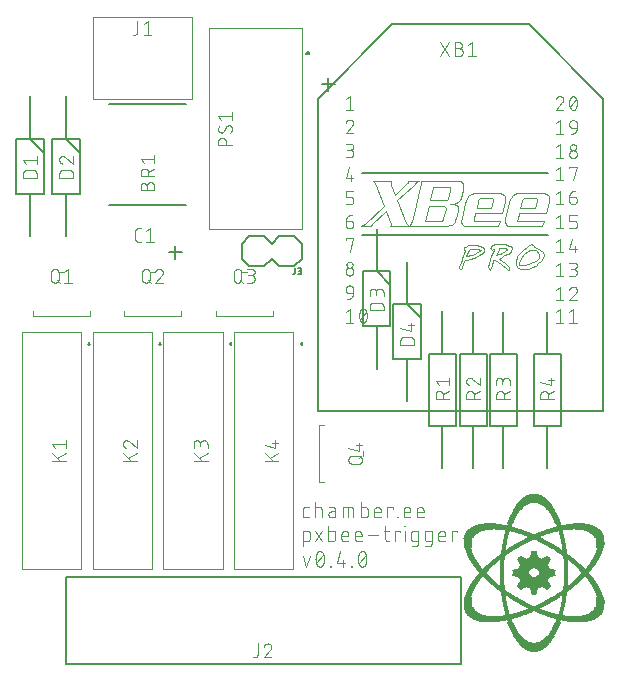
<source format=gbr>
G04 EAGLE Gerber RS-274X export*
G75*
%MOMM*%
%FSLAX34Y34*%
%LPD*%
%INSilkscreen Top*%
%IPPOS*%
%AMOC8*
5,1,8,0,0,1.08239X$1,22.5*%
G01*
%ADD10R,0.170181X0.008381*%
%ADD11R,0.337819X0.008381*%
%ADD12R,0.439419X0.008638*%
%ADD13R,0.525781X0.008381*%
%ADD14R,0.599438X0.008381*%
%ADD15R,0.670563X0.008638*%
%ADD16R,0.728981X0.008381*%
%ADD17R,0.779781X0.008381*%
%ADD18R,0.830581X0.008638*%
%ADD19R,0.881381X0.008381*%
%ADD20R,0.932181X0.008381*%
%ADD21R,0.975363X0.008638*%
%ADD22R,1.016000X0.008381*%
%ADD23R,1.049019X0.008381*%
%ADD24R,1.092200X0.008638*%
%ADD25R,1.135381X0.008381*%
%ADD26R,1.168400X0.008381*%
%ADD27R,1.201419X0.008638*%
%ADD28R,1.236981X0.008381*%
%ADD29R,1.270000X0.008381*%
%ADD30R,1.303019X0.008638*%
%ADD31R,1.330963X0.008381*%
%ADD32R,1.353819X0.008381*%
%ADD33R,1.389381X0.008638*%
%ADD34R,1.422400X0.008381*%
%ADD35R,1.447800X0.008381*%
%ADD36R,1.473200X0.008638*%
%ADD37R,1.506219X0.008381*%
%ADD38R,1.524000X0.008381*%
%ADD39R,1.557019X0.008638*%
%ADD40R,1.574800X0.008381*%
%ADD41R,1.607819X0.008381*%
%ADD42R,1.625600X0.008638*%
%ADD43R,1.658619X0.008381*%
%ADD44R,1.676400X0.008381*%
%ADD45R,1.701800X0.008638*%
%ADD46R,1.727200X0.008381*%
%ADD47R,1.744981X0.008381*%
%ADD48R,1.778000X0.008638*%
%ADD49R,1.795781X0.008381*%
%ADD50R,1.811019X0.008381*%
%ADD51R,1.838963X0.008638*%
%ADD52R,1.861819X0.008381*%
%ADD53R,1.879600X0.008381*%
%ADD54R,1.897381X0.008638*%
%ADD55R,1.920238X0.008381*%
%ADD56R,1.948181X0.008381*%
%ADD57R,1.963419X0.008638*%
%ADD58R,1.981200X0.008381*%
%ADD59R,1.998981X0.008381*%
%ADD60R,2.014219X0.008638*%
%ADD61R,2.042162X0.008381*%
%ADD62R,2.057400X0.008381*%
%ADD63R,2.082800X0.008638*%
%ADD64R,2.100581X0.008381*%
%ADD65R,2.115819X0.008381*%
%ADD66R,2.133600X0.008638*%
%ADD67R,2.151381X0.008381*%
%ADD68R,2.166619X0.008381*%
%ADD69R,2.184400X0.008638*%
%ADD70R,2.202181X0.008381*%
%ADD71R,2.217419X0.008381*%
%ADD72R,2.235200X0.008638*%
%ADD73R,2.252981X0.008381*%
%ADD74R,2.268219X0.008381*%
%ADD75R,2.286000X0.008638*%
%ADD76R,2.303781X0.008381*%
%ADD77R,2.319019X0.008381*%
%ADD78R,2.336800X0.008638*%
%ADD79R,2.354581X0.008381*%
%ADD80R,2.369819X0.008381*%
%ADD81R,2.387600X0.008638*%
%ADD82R,2.405381X0.008381*%
%ADD83R,2.420619X0.008381*%
%ADD84R,2.438400X0.008638*%
%ADD85R,2.456181X0.008381*%
%ADD86R,2.463800X0.008381*%
%ADD87R,2.479038X0.008638*%
%ADD88R,2.489200X0.008381*%
%ADD89R,2.506981X0.008381*%
%ADD90R,2.522219X0.008638*%
%ADD91R,2.540000X0.008381*%
%ADD92R,2.557781X0.008381*%
%ADD93R,2.573019X0.008638*%
%ADD94R,2.580637X0.008381*%
%ADD95R,2.600963X0.008381*%
%ADD96R,1.193800X0.008638*%
%ADD97R,1.186181X0.008638*%
%ADD98R,1.132838X0.008381*%
%ADD99R,1.092200X0.008381*%
%ADD100R,1.066800X0.008638*%
%ADD101R,1.033781X0.008381*%
%ADD102R,1.041400X0.008381*%
%ADD103R,1.005837X0.008381*%
%ADD104R,1.008381X0.008381*%
%ADD105R,0.990600X0.008638*%
%ADD106R,0.972819X0.008381*%
%ADD107R,0.975363X0.008381*%
%ADD108R,0.955038X0.008381*%
%ADD109R,0.957581X0.008381*%
%ADD110R,0.939800X0.008638*%
%ADD111R,0.947419X0.008638*%
%ADD112R,0.924563X0.008381*%
%ADD113R,0.922019X0.008381*%
%ADD114R,0.914400X0.008381*%
%ADD115R,0.904238X0.008638*%
%ADD116R,0.906781X0.008638*%
%ADD117R,0.899163X0.008381*%
%ADD118R,0.889000X0.008381*%
%ADD119R,0.873762X0.008381*%
%ADD120R,0.863600X0.008638*%
%ADD121R,0.853438X0.008381*%
%ADD122R,0.855981X0.008381*%
%ADD123R,0.845819X0.008381*%
%ADD124R,0.838200X0.008638*%
%ADD125R,0.830581X0.008381*%
%ADD126R,0.820419X0.008381*%
%ADD127R,0.812800X0.008638*%
%ADD128R,0.805181X0.008381*%
%ADD129R,0.812800X0.008381*%
%ADD130R,0.795019X0.008381*%
%ADD131R,0.797563X0.008381*%
%ADD132R,0.795019X0.008638*%
%ADD133R,0.787400X0.008638*%
%ADD134R,0.787400X0.008381*%
%ADD135R,0.772163X0.008381*%
%ADD136R,0.769619X0.008381*%
%ADD137R,0.769619X0.008638*%
%ADD138R,0.772163X0.008638*%
%ADD139R,0.762000X0.008381*%
%ADD140R,0.751838X0.008381*%
%ADD141R,0.754381X0.008638*%
%ADD142R,0.744219X0.008638*%
%ADD143R,0.744219X0.008381*%
%ADD144R,0.746762X0.008381*%
%ADD145R,0.736600X0.008381*%
%ADD146R,0.736600X0.008638*%
%ADD147R,0.728981X0.008638*%
%ADD148R,0.726438X0.008381*%
%ADD149R,0.718819X0.008638*%
%ADD150R,0.711200X0.008638*%
%ADD151R,0.711200X0.008381*%
%ADD152R,0.703581X0.008638*%
%ADD153R,0.701037X0.008638*%
%ADD154R,0.703581X0.008381*%
%ADD155R,0.695963X0.008381*%
%ADD156R,0.693419X0.008381*%
%ADD157R,0.685800X0.008638*%
%ADD158R,0.685800X0.008381*%
%ADD159R,0.678181X0.008381*%
%ADD160R,0.678181X0.008638*%
%ADD161R,0.675638X0.008381*%
%ADD162R,0.668019X0.008381*%
%ADD163R,0.660400X0.008638*%
%ADD164R,0.660400X0.008381*%
%ADD165R,0.652781X0.008381*%
%ADD166R,0.650238X0.008638*%
%ADD167R,0.652781X0.008638*%
%ADD168R,0.650238X0.008381*%
%ADD169R,0.645163X0.008381*%
%ADD170R,0.642619X0.008381*%
%ADD171R,0.642619X0.008638*%
%ADD172R,0.645163X0.008638*%
%ADD173R,0.635000X0.008381*%
%ADD174R,0.635000X0.008638*%
%ADD175R,0.627381X0.008381*%
%ADD176R,0.624838X0.008381*%
%ADD177R,0.617219X0.008638*%
%ADD178R,0.627381X0.008638*%
%ADD179R,0.617219X0.008381*%
%ADD180R,0.619762X0.008381*%
%ADD181R,0.609600X0.008638*%
%ADD182R,0.609600X0.008381*%
%ADD183R,0.601981X0.008638*%
%ADD184R,0.601981X0.008381*%
%ADD185R,0.591819X0.008381*%
%ADD186R,0.594363X0.008638*%
%ADD187R,0.591819X0.008638*%
%ADD188R,0.584200X0.008381*%
%ADD189R,0.584200X0.008638*%
%ADD190R,0.574037X0.008381*%
%ADD191R,0.576581X0.008638*%
%ADD192R,0.574037X0.008638*%
%ADD193R,0.568963X0.008381*%
%ADD194R,0.576581X0.008381*%
%ADD195R,0.566419X0.008381*%
%ADD196R,0.558800X0.008638*%
%ADD197R,0.558800X0.008381*%
%ADD198R,0.548638X0.008381*%
%ADD199R,0.551181X0.008638*%
%ADD200R,0.551181X0.008381*%
%ADD201R,0.541019X0.008381*%
%ADD202R,0.541019X0.008638*%
%ADD203R,0.543563X0.008381*%
%ADD204R,0.543563X0.008638*%
%ADD205R,0.533400X0.008381*%
%ADD206R,0.533400X0.008638*%
%ADD207R,0.523238X0.008381*%
%ADD208R,0.523238X0.008638*%
%ADD209R,0.525781X0.008638*%
%ADD210R,0.515619X0.008381*%
%ADD211R,0.518162X0.008381*%
%ADD212R,0.515619X0.008638*%
%ADD213R,0.508000X0.008381*%
%ADD214R,0.508000X0.008638*%
%ADD215R,0.518162X0.008638*%
%ADD216R,0.497838X0.008381*%
%ADD217R,0.500381X0.008638*%
%ADD218R,0.500381X0.008381*%
%ADD219R,0.497838X0.008638*%
%ADD220R,0.490219X0.008381*%
%ADD221R,0.492763X0.008638*%
%ADD222R,0.490219X0.008638*%
%ADD223R,0.492763X0.008381*%
%ADD224R,0.482600X0.008638*%
%ADD225R,0.482600X0.008381*%
%ADD226R,0.474981X0.008381*%
%ADD227R,0.472438X0.008381*%
%ADD228R,0.474981X0.008638*%
%ADD229R,0.472438X0.008638*%
%ADD230R,0.464819X0.008381*%
%ADD231R,0.467363X0.008638*%
%ADD232R,0.467363X0.008381*%
%ADD233R,0.464819X0.008638*%
%ADD234R,0.457200X0.008381*%
%ADD235R,0.457200X0.008638*%
%ADD236R,0.447038X0.008381*%
%ADD237R,0.449581X0.008381*%
%ADD238R,0.449581X0.008638*%
%ADD239R,0.447038X0.008638*%
%ADD240R,0.441963X0.008381*%
%ADD241R,0.441963X0.008638*%
%ADD242R,0.439419X0.008381*%
%ADD243R,0.431800X0.008381*%
%ADD244R,0.431800X0.008638*%
%ADD245R,0.421637X0.008381*%
%ADD246R,0.421637X0.008638*%
%ADD247R,0.424181X0.008381*%
%ADD248R,0.424181X0.008638*%
%ADD249R,0.416563X0.008381*%
%ADD250R,0.414019X0.008638*%
%ADD251R,0.414019X0.008381*%
%ADD252R,0.416563X0.008638*%
%ADD253R,0.304800X0.008381*%
%ADD254R,0.878838X0.008638*%
%ADD255R,0.889000X0.008638*%
%ADD256R,1.059181X0.008381*%
%ADD257R,1.056638X0.008381*%
%ADD258R,1.209037X0.008381*%
%ADD259R,0.406400X0.008381*%
%ADD260R,1.211581X0.008381*%
%ADD261R,1.346200X0.008638*%
%ADD262R,1.465581X0.008381*%
%ADD263R,1.463037X0.008381*%
%ADD264R,1.584963X0.008381*%
%ADD265R,1.684019X0.008638*%
%ADD266R,1.778000X0.008381*%
%ADD267R,1.869438X0.008381*%
%ADD268R,1.965963X0.008638*%
%ADD269R,2.047238X0.008381*%
%ADD270R,2.049781X0.008381*%
%ADD271R,2.125981X0.008381*%
%ADD272R,2.123438X0.008381*%
%ADD273R,2.202181X0.008638*%
%ADD274R,0.406400X0.008638*%
%ADD275R,2.199638X0.008638*%
%ADD276R,2.278381X0.008381*%
%ADD277R,2.344419X0.008381*%
%ADD278R,2.346963X0.008381*%
%ADD279R,2.413000X0.008638*%
%ADD280R,0.398781X0.008638*%
%ADD281R,2.481581X0.008381*%
%ADD282R,2.547619X0.008381*%
%ADD283R,0.398781X0.008381*%
%ADD284R,2.550163X0.008381*%
%ADD285R,2.616200X0.008638*%
%ADD286R,3.065781X0.008381*%
%ADD287R,3.081019X0.008381*%
%ADD288R,3.083563X0.008381*%
%ADD289R,3.098800X0.008638*%
%ADD290R,3.124200X0.008381*%
%ADD291R,3.114038X0.008381*%
%ADD292R,3.131819X0.008381*%
%ADD293R,3.157219X0.008638*%
%ADD294R,3.167381X0.008381*%
%ADD295R,3.185163X0.008381*%
%ADD296R,3.182619X0.008381*%
%ADD297R,3.200400X0.008638*%
%ADD298R,3.208019X0.008381*%
%ADD299R,3.218181X0.008381*%
%ADD300R,3.233419X0.008381*%
%ADD301R,3.235963X0.008381*%
%ADD302R,3.286763X0.008638*%
%ADD303R,3.284219X0.008638*%
%ADD304R,3.335019X0.008381*%
%ADD305R,3.378200X0.008381*%
%ADD306R,3.388362X0.008381*%
%ADD307R,3.418837X0.008638*%
%ADD308R,3.421381X0.008638*%
%ADD309R,3.472181X0.008381*%
%ADD310R,3.522981X0.008381*%
%ADD311R,3.520438X0.008381*%
%ADD312R,3.563619X0.008638*%
%ADD313R,3.606800X0.008381*%
%ADD314R,3.647438X0.008381*%
%ADD315R,3.649981X0.008381*%
%ADD316R,3.700781X0.008638*%
%ADD317R,3.733800X0.008381*%
%ADD318R,3.776981X0.008381*%
%ADD319R,3.817619X0.008638*%
%ADD320R,3.860800X0.008381*%
%ADD321R,3.893819X0.008381*%
%ADD322R,3.944619X0.008638*%
%ADD323R,3.947163X0.008638*%
%ADD324R,3.977638X0.008381*%
%ADD325R,3.980181X0.008381*%
%ADD326R,4.013200X0.008381*%
%ADD327R,4.023363X0.008381*%
%ADD328R,4.053838X0.008638*%
%ADD329R,4.056381X0.008638*%
%ADD330R,4.089400X0.008381*%
%ADD331R,4.132581X0.008381*%
%ADD332R,4.175763X0.008638*%
%ADD333R,4.173219X0.008638*%
%ADD334R,1.846581X0.008381*%
%ADD335R,1.864363X0.008381*%
%ADD336R,1.742438X0.008381*%
%ADD337R,1.752600X0.008381*%
%ADD338R,1.760219X0.008381*%
%ADD339R,1.734819X0.008381*%
%ADD340R,1.668781X0.008638*%
%ADD341R,1.686563X0.008638*%
%ADD342R,1.666238X0.008638*%
%ADD343R,1.615438X0.008381*%
%ADD344R,1.625600X0.008381*%
%ADD345R,1.567181X0.008381*%
%ADD346R,1.557019X0.008381*%
%ADD347R,1.524000X0.008638*%
%ADD348R,1.534163X0.008638*%
%ADD349R,1.531619X0.008638*%
%ADD350R,1.516381X0.008638*%
%ADD351R,1.480819X0.008381*%
%ADD352R,1.490981X0.008381*%
%ADD353R,1.498600X0.008381*%
%ADD354R,1.457963X0.008381*%
%ADD355R,1.414781X0.008638*%
%ADD356R,1.432562X0.008638*%
%ADD357R,1.430019X0.008638*%
%ADD358R,1.386838X0.008381*%
%ADD359R,1.407163X0.008381*%
%ADD360R,1.397000X0.008381*%
%ADD361R,1.389381X0.008381*%
%ADD362R,1.363981X0.008381*%
%ADD363R,1.361438X0.008381*%
%ADD364R,1.338581X0.008638*%
%ADD365R,1.422400X0.008638*%
%ADD366R,1.310638X0.008381*%
%ADD367R,1.313181X0.008381*%
%ADD368R,1.295400X0.008381*%
%ADD369R,1.473200X0.008381*%
%ADD370R,1.483363X0.008381*%
%ADD371R,1.277619X0.008638*%
%ADD372R,1.506219X0.008638*%
%ADD373R,1.508763X0.008638*%
%ADD374R,1.270000X0.008638*%
%ADD375R,1.252219X0.008381*%
%ADD376R,1.549400X0.008381*%
%ADD377R,1.234438X0.008381*%
%ADD378R,1.219200X0.008638*%
%ADD379R,1.582419X0.008638*%
%ADD380R,0.381000X0.008381*%
%ADD381R,1.219200X0.008381*%
%ADD382R,1.201419X0.008381*%
%ADD383R,1.193800X0.008381*%
%ADD384R,0.373381X0.008381*%
%ADD385R,1.176019X0.008638*%
%ADD386R,0.370838X0.008638*%
%ADD387R,0.381000X0.008638*%
%ADD388R,1.178562X0.008638*%
%ADD389R,1.178562X0.008381*%
%ADD390R,1.176019X0.008381*%
%ADD391R,1.150619X0.008381*%
%ADD392R,1.160781X0.008381*%
%ADD393R,0.370838X0.008381*%
%ADD394R,1.143000X0.008381*%
%ADD395R,1.135381X0.008638*%
%ADD396R,0.373381X0.008638*%
%ADD397R,1.143000X0.008638*%
%ADD398R,1.153163X0.008638*%
%ADD399R,1.132838X0.008638*%
%ADD400R,1.125219X0.008381*%
%ADD401R,1.127763X0.008381*%
%ADD402R,1.117600X0.008381*%
%ADD403R,1.109981X0.008638*%
%ADD404R,1.107438X0.008638*%
%ADD405R,1.099819X0.008638*%
%ADD406R,1.099819X0.008381*%
%ADD407R,1.082037X0.008381*%
%ADD408R,1.084581X0.008381*%
%ADD409R,1.076963X0.008381*%
%ADD410R,1.074419X0.008638*%
%ADD411R,1.084581X0.008638*%
%ADD412R,1.066800X0.008381*%
%ADD413R,1.051562X0.008381*%
%ADD414R,1.041400X0.008638*%
%ADD415R,0.363219X0.008638*%
%ADD416R,1.049019X0.008638*%
%ADD417R,1.031238X0.008381*%
%ADD418R,1.023619X0.008381*%
%ADD419R,1.026163X0.008381*%
%ADD420R,1.016000X0.008638*%
%ADD421R,1.026163X0.008638*%
%ADD422R,1.023619X0.008638*%
%ADD423R,0.998219X0.008381*%
%ADD424R,1.000762X0.008381*%
%ADD425R,0.998219X0.008638*%
%ADD426R,0.365762X0.008638*%
%ADD427R,0.990600X0.008381*%
%ADD428R,0.363219X0.008381*%
%ADD429R,0.365762X0.008381*%
%ADD430R,0.980438X0.008381*%
%ADD431R,0.982981X0.008381*%
%ADD432R,0.972819X0.008638*%
%ADD433R,0.965200X0.008381*%
%ADD434R,0.957581X0.008638*%
%ADD435R,0.955038X0.008638*%
%ADD436R,0.939800X0.008381*%
%ADD437R,0.949963X0.008381*%
%ADD438R,0.947419X0.008381*%
%ADD439R,0.932181X0.008638*%
%ADD440R,0.929638X0.008381*%
%ADD441R,0.914400X0.008638*%
%ADD442R,0.924563X0.008638*%
%ADD443R,0.922019X0.008638*%
%ADD444R,0.906781X0.008381*%
%ADD445R,0.904238X0.008381*%
%ADD446R,0.896619X0.008638*%
%ADD447R,0.896619X0.008381*%
%ADD448R,0.881381X0.008638*%
%ADD449R,0.878838X0.008381*%
%ADD450R,0.871219X0.008381*%
%ADD451R,1.737363X0.008381*%
%ADD452R,0.355600X0.008638*%
%ADD453R,0.355600X0.008381*%
%ADD454R,1.643381X0.008381*%
%ADD455R,0.863600X0.008381*%
%ADD456R,1.592581X0.008381*%
%ADD457R,0.853438X0.008638*%
%ADD458R,1.549400X0.008638*%
%ADD459R,0.845819X0.008638*%
%ADD460R,0.848363X0.008381*%
%ADD461R,1.455419X0.008381*%
%ADD462R,1.404619X0.008638*%
%ADD463R,0.838200X0.008381*%
%ADD464R,1.320800X0.008381*%
%ADD465R,0.820419X0.008638*%
%ADD466R,0.822963X0.008638*%
%ADD467R,0.828038X0.008381*%
%ADD468R,1.229363X0.008381*%
%ADD469R,1.186181X0.008381*%
%ADD470R,0.802638X0.008381*%
%ADD471R,0.805181X0.008638*%
%ADD472R,1.005837X0.008638*%
%ADD473R,0.802638X0.008638*%
%ADD474R,0.779781X0.008638*%
%ADD475R,0.777238X0.008381*%
%ADD476R,0.777238X0.008638*%
%ADD477R,1.033781X0.008638*%
%ADD478R,0.345438X0.008638*%
%ADD479R,0.347981X0.008381*%
%ADD480R,0.754381X0.008381*%
%ADD481R,0.751838X0.008638*%
%ADD482R,0.347981X0.008638*%
%ADD483R,1.236981X0.008638*%
%ADD484R,1.303019X0.008381*%
%ADD485R,0.345438X0.008381*%
%ADD486R,1.371600X0.008381*%
%ADD487R,1.404619X0.008381*%
%ADD488R,1.440181X0.008638*%
%ADD489R,0.721363X0.008381*%
%ADD490R,0.718819X0.008381*%
%ADD491R,0.721363X0.008638*%
%ADD492R,0.693419X0.008638*%
%ADD493R,0.695963X0.008638*%
%ADD494R,0.701037X0.008381*%
%ADD495R,0.337819X0.008638*%
%ADD496R,0.340363X0.008381*%
%ADD497R,0.675638X0.008638*%
%ADD498R,0.668019X0.008638*%
%ADD499R,0.670563X0.008381*%
%ADD500R,0.340363X0.008638*%
%ADD501R,0.330200X0.008638*%
%ADD502R,0.330200X0.008381*%
%ADD503R,0.624838X0.008638*%
%ADD504R,0.619762X0.008638*%
%ADD505R,0.599438X0.008638*%
%ADD506R,0.594363X0.008381*%
%ADD507R,0.322581X0.008381*%
%ADD508R,0.320038X0.008638*%
%ADD509R,0.566419X0.008638*%
%ADD510R,0.568963X0.008638*%
%ADD511R,0.855981X0.008638*%
%ADD512R,0.396238X0.008381*%
%ADD513R,0.548638X0.008638*%
%ADD514R,0.025400X0.008381*%
%ADD515R,0.050800X0.008638*%
%ADD516R,0.083819X0.008381*%
%ADD517R,0.076200X0.008381*%
%ADD518R,0.111763X0.008381*%
%ADD519R,0.109219X0.008381*%
%ADD520R,0.134619X0.008638*%
%ADD521R,0.137162X0.008638*%
%ADD522R,0.167637X0.008381*%
%ADD523R,0.160019X0.008381*%
%ADD524R,0.195581X0.008381*%
%ADD525R,0.193038X0.008381*%
%ADD526R,0.220981X0.008638*%
%ADD527R,0.254000X0.008381*%
%ADD528R,0.246381X0.008381*%
%ADD529R,0.279400X0.008381*%
%ADD530R,0.269238X0.008381*%
%ADD531R,0.304800X0.008638*%
%ADD532R,0.297181X0.008638*%
%ADD533R,0.320038X0.008381*%
%ADD534R,0.388619X0.008381*%
%ADD535R,0.726438X0.008638*%
%ADD536R,0.762000X0.008638*%
%ADD537R,1.056638X0.008638*%
%ADD538R,1.168400X0.008638*%
%ADD539R,0.314963X0.008638*%
%ADD540R,2.760981X0.008638*%
%ADD541R,0.314963X0.008381*%
%ADD542R,2.776219X0.008381*%
%ADD543R,2.794000X0.008381*%
%ADD544R,0.322581X0.008638*%
%ADD545R,2.811781X0.008638*%
%ADD546R,2.827019X0.008381*%
%ADD547R,2.811781X0.008381*%
%ADD548R,0.312419X0.008381*%
%ADD549R,2.804163X0.008381*%
%ADD550R,0.312419X0.008638*%
%ADD551R,2.794000X0.008638*%
%ADD552R,2.776219X0.008638*%
%ADD553R,2.760981X0.008381*%
%ADD554R,2.753363X0.008638*%
%ADD555R,2.743200X0.008381*%
%ADD556R,2.725419X0.008638*%
%ADD557R,2.725419X0.008381*%
%ADD558R,2.710181X0.008381*%
%ADD559R,2.710181X0.008638*%
%ADD560R,2.702562X0.008381*%
%ADD561R,2.692400X0.008381*%
%ADD562R,2.682238X0.008638*%
%ADD563R,2.674619X0.008381*%
%ADD564R,2.659381X0.008638*%
%ADD565R,2.659381X0.008381*%
%ADD566R,2.641600X0.008381*%
%ADD567R,2.631438X0.008638*%
%ADD568R,2.623819X0.008381*%
%ADD569R,2.608581X0.008381*%
%ADD570R,2.608581X0.008638*%
%ADD571R,2.590800X0.008381*%
%ADD572R,2.573019X0.008381*%
%ADD573R,2.557781X0.008638*%
%ADD574R,2.471419X0.008638*%
%ADD575R,2.438400X0.008381*%
%ADD576R,2.420619X0.008638*%
%ADD577R,2.397763X0.008638*%
%ADD578R,2.387600X0.008381*%
%ADD579R,2.377438X0.008638*%
%ADD580R,2.369819X0.008638*%
%ADD581R,2.362200X0.008381*%
%ADD582R,2.354581X0.008638*%
%ADD583R,2.428238X0.008381*%
%ADD584R,2.456181X0.008638*%
%ADD585R,2.471419X0.008381*%
%ADD586R,2.506981X0.008638*%
%ADD587R,2.522219X0.008381*%
%ADD588R,2.540000X0.008638*%
%ADD589R,1.125219X0.008638*%
%ADD590R,1.127763X0.008638*%
%ADD591R,1.150619X0.008638*%
%ADD592R,1.295400X0.008638*%
%ADD593R,1.328419X0.008381*%
%ADD594R,0.965200X0.008638*%
%ADD595R,1.356363X0.008381*%
%ADD596R,1.381763X0.008381*%
%ADD597R,1.386838X0.008638*%
%ADD598R,1.397000X0.008638*%
%ADD599R,1.414781X0.008381*%
%ADD600R,0.873762X0.008638*%
%ADD601R,1.437638X0.008381*%
%ADD602R,1.437638X0.008638*%
%ADD603R,1.440181X0.008381*%
%ADD604R,1.432562X0.008381*%
%ADD605R,1.430019X0.008381*%
%ADD606R,1.412238X0.008381*%
%ADD607R,1.412238X0.008638*%
%ADD608R,1.407163X0.008638*%
%ADD609R,0.871219X0.008638*%
%ADD610R,1.447800X0.008638*%
%ADD611R,1.379219X0.008381*%
%ADD612R,1.353819X0.008638*%
%ADD613R,1.336037X0.008381*%
%ADD614R,1.305562X0.008638*%
%ADD615R,1.277619X0.008381*%
%ADD616R,1.160781X0.008638*%
%ADD617R,1.153163X0.008381*%
%ADD618R,1.183638X0.008381*%
%ADD619R,1.254763X0.008638*%
%ADD620R,1.252219X0.008638*%
%ADD621R,2.529838X0.008381*%
%ADD622R,2.514600X0.008381*%
%ADD623R,2.499363X0.008381*%
%ADD624R,2.489200X0.008638*%
%ADD625R,2.463800X0.008638*%
%ADD626R,2.377438X0.008381*%
%ADD627R,2.590800X0.008638*%
%ADD628R,2.623819X0.008638*%
%ADD629R,2.667000X0.008381*%
%ADD630R,2.674619X0.008638*%
%ADD631R,2.717800X0.008381*%
%ADD632R,2.733038X0.008381*%
%ADD633R,2.743200X0.008638*%
%ADD634R,2.768600X0.008638*%
%ADD635R,2.783838X0.008381*%
%ADD636R,2.819400X0.008381*%
%ADD637R,2.827019X0.008638*%
%ADD638R,0.297181X0.008381*%
%ADD639R,0.289563X0.008381*%
%ADD640R,0.271781X0.008381*%
%ADD641R,0.261619X0.008381*%
%ADD642R,0.236219X0.008638*%
%ADD643R,0.210819X0.008381*%
%ADD644R,0.213363X0.008381*%
%ADD645R,0.187963X0.008381*%
%ADD646R,0.185419X0.008381*%
%ADD647R,0.152400X0.008638*%
%ADD648R,0.127000X0.008381*%
%ADD649R,0.101600X0.008381*%
%ADD650R,0.076200X0.008638*%
%ADD651R,0.068581X0.008638*%
%ADD652R,0.043181X0.008381*%
%ADD653R,0.017781X0.008381*%
%ADD654R,0.015238X0.008381*%
%ADD655R,0.746762X0.008638*%
%ADD656R,1.455419X0.008638*%
%ADD657R,1.287781X0.008381*%
%ADD658R,0.828038X0.008638*%
%ADD659R,1.676400X0.008638*%
%ADD660R,0.949963X0.008638*%
%ADD661R,1.000762X0.008638*%
%ADD662R,0.982981X0.008638*%
%ADD663R,1.008381X0.008638*%
%ADD664R,1.076963X0.008638*%
%ADD665R,1.074419X0.008381*%
%ADD666R,1.102363X0.008638*%
%ADD667R,1.107438X0.008381*%
%ADD668R,1.109981X0.008381*%
%ADD669R,1.158238X0.008381*%
%ADD670R,1.183638X0.008638*%
%ADD671R,1.590037X0.008638*%
%ADD672R,1.592581X0.008638*%
%ADD673R,1.211581X0.008638*%
%ADD674R,1.226819X0.008381*%
%ADD675R,1.244600X0.008381*%
%ADD676R,1.531619X0.008381*%
%ADD677R,1.534163X0.008381*%
%ADD678R,1.262381X0.008638*%
%ADD679R,1.336037X0.008638*%
%ADD680R,1.328419X0.008638*%
%ADD681R,1.513838X0.008638*%
%ADD682R,1.498600X0.008638*%
%ADD683R,1.539238X0.008381*%
%ADD684R,1.600200X0.008381*%
%ADD685R,1.651000X0.008638*%
%ADD686R,1.658619X0.008638*%
%ADD687R,1.643381X0.008638*%
%ADD688R,1.709419X0.008381*%
%ADD689R,1.828800X0.008381*%
%ADD690R,1.818638X0.008381*%
%ADD691R,1.998981X0.008638*%
%ADD692R,1.981200X0.008638*%
%ADD693R,4.147819X0.008381*%
%ADD694R,4.114800X0.008381*%
%ADD695R,4.107181X0.008381*%
%ADD696R,4.064000X0.008638*%
%ADD697R,4.030981X0.008381*%
%ADD698R,3.997963X0.008381*%
%ADD699R,3.987800X0.008381*%
%ADD700R,3.954781X0.008638*%
%ADD701R,3.921763X0.008381*%
%ADD702R,3.911600X0.008381*%
%ADD703R,3.868419X0.008381*%
%ADD704R,3.870963X0.008381*%
%ADD705R,3.835400X0.008638*%
%ADD706R,3.792219X0.008381*%
%ADD707R,3.784600X0.008381*%
%ADD708R,3.751581X0.008381*%
%ADD709R,3.749038X0.008381*%
%ADD710R,3.708400X0.008638*%
%ADD711R,3.667763X0.008381*%
%ADD712R,3.657600X0.008381*%
%ADD713R,3.624581X0.008381*%
%ADD714R,3.571238X0.008638*%
%ADD715R,3.573781X0.008638*%
%ADD716R,3.538219X0.008381*%
%ADD717R,3.530600X0.008381*%
%ADD718R,3.487419X0.008381*%
%ADD719R,3.446781X0.008638*%
%ADD720R,3.436619X0.008638*%
%ADD721R,3.395981X0.008381*%
%ADD722R,3.342638X0.008381*%
%ADD723R,3.345181X0.008381*%
%ADD724R,3.294381X0.008638*%
%ADD725R,3.291838X0.008638*%
%ADD726R,3.251200X0.008381*%
%ADD727R,3.243581X0.008381*%
%ADD728R,3.215638X0.008381*%
%ADD729R,3.210562X0.008638*%
%ADD730R,3.192781X0.008381*%
%ADD731R,3.175000X0.008381*%
%ADD732R,3.167381X0.008638*%
%ADD733R,3.149600X0.008638*%
%ADD734R,3.141981X0.008381*%
%ADD735R,3.139438X0.008381*%
%ADD736R,3.106419X0.008638*%
%ADD737R,3.108963X0.008638*%
%ADD738R,3.088638X0.008381*%
%ADD739R,3.073400X0.008381*%
%ADD740R,3.048000X0.008638*%
%ADD741R,2.633981X0.008638*%
%ADD742R,2.448562X0.008638*%
%ADD743R,2.301238X0.008381*%
%ADD744R,2.219963X0.008638*%
%ADD745R,2.075181X0.008381*%
%ADD746R,2.065019X0.008381*%
%ADD747R,1.988819X0.008638*%
%ADD748R,1.905000X0.008381*%
%ADD749R,1.821181X0.008381*%
%ADD750R,1.803400X0.008381*%
%ADD751R,1.719581X0.008638*%
%ADD752R,1.610363X0.008381*%
%ADD753R,1.379219X0.008638*%
%ADD754R,1.259838X0.008381*%
%ADD755R,1.254763X0.008381*%
%ADD756R,0.929638X0.008638*%
%ADD757R,1.051562X0.008638*%
%ADD758R,1.158238X0.008638*%
%ADD759R,2.529838X0.008638*%
%ADD760R,2.346963X0.008638*%
%ADD761R,2.336800X0.008381*%
%ADD762R,2.303781X0.008638*%
%ADD763R,2.286000X0.008381*%
%ADD764R,2.252981X0.008638*%
%ADD765R,2.235200X0.008381*%
%ADD766R,2.174238X0.008381*%
%ADD767R,2.159000X0.008381*%
%ADD768R,2.143763X0.008638*%
%ADD769R,2.032000X0.008638*%
%ADD770R,2.014219X0.008381*%
%ADD771R,1.991363X0.008381*%
%ADD772R,1.930400X0.008381*%
%ADD773R,1.912619X0.008638*%
%ADD774R,1.897381X0.008381*%
%ADD775R,1.846581X0.008638*%
%ADD776R,1.709419X0.008638*%
%ADD777R,1.694181X0.008381*%
%ADD778R,1.564638X0.008638*%
%ADD779R,1.541781X0.008381*%
%ADD780R,1.513838X0.008381*%
%ADD781R,1.490981X0.008638*%
%ADD782R,1.346200X0.008381*%
%ADD783R,1.320800X0.008638*%
%ADD784R,1.117600X0.008638*%
%ADD785R,0.264163X0.008381*%
%ADD786C,0.101600*%
%ADD787C,0.152400*%
%ADD788C,0.200000*%
%ADD789C,0.100000*%
%ADD790C,0.200000*%
%ADD791C,0.203200*%
%ADD792C,0.127000*%


D10*
X445745Y20396D03*
D11*
X445745Y20480D03*
D12*
X445745Y20565D03*
D13*
X445745Y20650D03*
D14*
X445783Y20734D03*
D15*
X445783Y20819D03*
D16*
X445745Y20904D03*
D17*
X445745Y20988D03*
D18*
X445745Y21073D03*
D19*
X445745Y21158D03*
D20*
X445745Y21242D03*
D21*
X445783Y21327D03*
D22*
X445732Y21412D03*
D23*
X445745Y21496D03*
D24*
X445783Y21581D03*
D25*
X445745Y21666D03*
D26*
X445732Y21750D03*
D27*
X445745Y21835D03*
D28*
X445745Y21920D03*
D29*
X445732Y22004D03*
D30*
X445745Y22089D03*
D31*
X445783Y22174D03*
D32*
X445745Y22258D03*
D33*
X445745Y22343D03*
D34*
X445732Y22428D03*
D35*
X445783Y22512D03*
D36*
X445732Y22597D03*
D37*
X445745Y22682D03*
D38*
X445732Y22766D03*
D39*
X445745Y22851D03*
D40*
X445732Y22936D03*
D41*
X445745Y23020D03*
D42*
X445732Y23105D03*
D43*
X445745Y23190D03*
D44*
X445732Y23274D03*
D45*
X445783Y23359D03*
D46*
X445732Y23444D03*
D47*
X445745Y23528D03*
D48*
X445732Y23613D03*
D49*
X445745Y23698D03*
D50*
X445745Y23782D03*
D51*
X445783Y23867D03*
D52*
X445745Y23952D03*
D53*
X445732Y24036D03*
D54*
X445745Y24121D03*
D55*
X445783Y24206D03*
D56*
X445745Y24290D03*
D57*
X445745Y24375D03*
D58*
X445732Y24460D03*
D59*
X445745Y24544D03*
D60*
X445745Y24629D03*
D61*
X445783Y24714D03*
D62*
X445783Y24798D03*
D63*
X445732Y24883D03*
D64*
X445745Y24968D03*
D65*
X445745Y25052D03*
D66*
X445732Y25137D03*
D67*
X445745Y25222D03*
D68*
X445745Y25306D03*
D69*
X445732Y25391D03*
D70*
X445745Y25476D03*
D71*
X445745Y25560D03*
D72*
X445732Y25645D03*
D73*
X445745Y25730D03*
D74*
X445745Y25814D03*
D75*
X445732Y25899D03*
D76*
X445745Y25984D03*
D77*
X445745Y26068D03*
D78*
X445732Y26153D03*
D79*
X445745Y26238D03*
D80*
X445745Y26322D03*
D81*
X445732Y26407D03*
D82*
X445745Y26492D03*
D83*
X445745Y26576D03*
D84*
X445732Y26661D03*
D85*
X445745Y26746D03*
D86*
X445783Y26830D03*
D87*
X445783Y26915D03*
D88*
X445732Y27000D03*
D89*
X445745Y27084D03*
D90*
X445745Y27169D03*
D91*
X445732Y27254D03*
D92*
X445745Y27338D03*
D93*
X445745Y27423D03*
D94*
X445783Y27508D03*
D95*
X445783Y27592D03*
D96*
X438671Y27677D03*
D97*
X452857Y27677D03*
D98*
X438290Y27762D03*
D25*
X453187Y27762D03*
D99*
X437985Y27846D03*
X453479Y27846D03*
D100*
X437782Y27931D03*
X453708Y27931D03*
D101*
X437617Y28016D03*
D102*
X453911Y28016D03*
D103*
X437401Y28100D03*
D104*
X454076Y28100D03*
D105*
X437223Y28185D03*
X454241Y28185D03*
D106*
X437058Y28270D03*
D107*
X454419Y28270D03*
D108*
X436893Y28354D03*
D109*
X454584Y28354D03*
D110*
X436817Y28439D03*
D111*
X454711Y28439D03*
D112*
X436639Y28524D03*
D113*
X454838Y28524D03*
D114*
X436512Y28608D03*
X454978Y28608D03*
D115*
X436385Y28693D03*
D116*
X455092Y28693D03*
D117*
X436258Y28778D03*
D118*
X455257Y28778D03*
D119*
X436131Y28862D03*
D19*
X455397Y28862D03*
D120*
X436004Y28947D03*
X455486Y28947D03*
D121*
X435877Y29032D03*
D122*
X455600Y29032D03*
X435788Y29116D03*
D123*
X455727Y29116D03*
D124*
X435699Y29201D03*
X455867Y29201D03*
D125*
X435585Y29286D03*
X455905Y29286D03*
D126*
X435458Y29370D03*
X456032Y29370D03*
D127*
X435318Y29455D03*
X456146Y29455D03*
D128*
X435280Y29540D03*
D129*
X456248Y29540D03*
D130*
X435153Y29624D03*
D131*
X456324Y29624D03*
D132*
X435077Y29709D03*
D133*
X456451Y29709D03*
D134*
X434937Y29794D03*
X456527Y29794D03*
D135*
X434861Y29878D03*
D136*
X456616Y29878D03*
D137*
X434772Y29963D03*
D138*
X456705Y29963D03*
D136*
X434696Y30048D03*
D139*
X456832Y30048D03*
D140*
X434607Y30132D03*
D139*
X456908Y30132D03*
D141*
X434518Y30217D03*
D142*
X456997Y30217D03*
D143*
X434391Y30302D03*
D144*
X457086Y30302D03*
D145*
X434353Y30386D03*
D143*
X457175Y30386D03*
D146*
X434277Y30471D03*
D147*
X457251Y30471D03*
D16*
X434137Y30556D03*
D148*
X457340Y30556D03*
D16*
X434061Y30640D03*
X457429Y30640D03*
D149*
X434010Y30725D03*
D150*
X457518Y30725D03*
D151*
X433896Y30810D03*
X457594Y30810D03*
X433794Y30894D03*
X457670Y30894D03*
D152*
X433756Y30979D03*
D153*
X457721Y30979D03*
D154*
X433680Y31064D03*
D155*
X457848Y31064D03*
D156*
X433553Y31148D03*
X457937Y31148D03*
D157*
X433515Y31233D03*
X457975Y31233D03*
D158*
X433413Y31318D03*
X458051Y31318D03*
D159*
X433375Y31402D03*
D158*
X458153Y31402D03*
D160*
X433299Y31487D03*
X458191Y31487D03*
D161*
X433210Y31572D03*
D159*
X458267Y31572D03*
D162*
X433172Y31656D03*
X458394Y31656D03*
D15*
X433083Y31741D03*
D163*
X458432Y31741D03*
D164*
X432956Y31826D03*
X458534Y31826D03*
D165*
X432918Y31910D03*
D164*
X458610Y31910D03*
D166*
X432829Y31995D03*
D167*
X458648Y31995D03*
D165*
X432740Y32080D03*
D168*
X458737Y32080D03*
D169*
X432702Y32164D03*
D170*
X458775Y32164D03*
D171*
X432613Y32249D03*
D172*
X458864Y32249D03*
D173*
X432575Y32334D03*
D170*
X458953Y32334D03*
D173*
X432499Y32418D03*
X458991Y32418D03*
D174*
X432397Y32503D03*
X459067Y32503D03*
D175*
X432359Y32588D03*
D176*
X459118Y32588D03*
D175*
X432283Y32672D03*
X459207Y32672D03*
D177*
X432232Y32757D03*
D178*
X459283Y32757D03*
D179*
X432156Y32842D03*
X459334Y32842D03*
D180*
X432067Y32926D03*
D179*
X459410Y32926D03*
D181*
X432016Y33011D03*
X459448Y33011D03*
D182*
X431940Y33096D03*
X459550Y33096D03*
X431940Y33180D03*
X459626Y33180D03*
D181*
X431864Y33265D03*
D183*
X459664Y33265D03*
D182*
X431762Y33350D03*
X459702Y33350D03*
D184*
X431724Y33434D03*
D14*
X459753Y33434D03*
D183*
X431648Y33519D03*
X459842Y33519D03*
D185*
X431597Y33604D03*
D184*
X459918Y33604D03*
D185*
X431521Y33688D03*
X459969Y33688D03*
D186*
X431432Y33773D03*
D187*
X460045Y33773D03*
D188*
X431381Y33858D03*
X460083Y33858D03*
D185*
X431343Y33942D03*
D188*
X460185Y33942D03*
D189*
X431305Y34027D03*
X460185Y34027D03*
D188*
X431229Y34112D03*
X460261Y34112D03*
D190*
X431178Y34196D03*
D188*
X460337Y34196D03*
D191*
X431089Y34281D03*
D192*
X460388Y34281D03*
D193*
X431051Y34366D03*
D194*
X460477Y34366D03*
X431013Y34450D03*
D193*
X460515Y34450D03*
D192*
X430924Y34535D03*
D191*
X460553Y34535D03*
D195*
X430886Y34620D03*
X460604Y34620D03*
D193*
X430797Y34704D03*
D195*
X460680Y34704D03*
D196*
X430746Y34789D03*
X460718Y34789D03*
D195*
X430708Y34874D03*
D197*
X460820Y34874D03*
X430670Y34958D03*
X460820Y34958D03*
D196*
X430594Y35043D03*
X460896Y35043D03*
D198*
X430543Y35128D03*
D197*
X460972Y35128D03*
X430492Y35212D03*
D198*
X461023Y35212D03*
D199*
X430454Y35297D03*
D196*
X461074Y35297D03*
D200*
X430378Y35382D03*
X461112Y35382D03*
D201*
X430327Y35466D03*
D200*
X461188Y35466D03*
D202*
X430251Y35551D03*
X461239Y35551D03*
D201*
X430251Y35636D03*
D198*
X461277Y35636D03*
D203*
X430162Y35720D03*
D201*
X461315Y35720D03*
D202*
X430073Y35805D03*
D204*
X461404Y35805D03*
D201*
X430073Y35890D03*
D205*
X461455Y35890D03*
D201*
X429997Y35974D03*
X461493Y35974D03*
D206*
X429959Y36059D03*
X461531Y36059D03*
D205*
X429857Y36144D03*
X461607Y36144D03*
X429857Y36228D03*
D207*
X461658Y36228D03*
D206*
X429781Y36313D03*
X461709Y36313D03*
D13*
X429743Y36398D03*
X461747Y36398D03*
D205*
X429705Y36482D03*
D13*
X461823Y36482D03*
D208*
X429654Y36567D03*
D209*
X461823Y36567D03*
D13*
X429565Y36652D03*
D207*
X461912Y36652D03*
D13*
X429565Y36736D03*
D210*
X461950Y36736D03*
D209*
X429489Y36821D03*
X462001Y36821D03*
D210*
X429438Y36906D03*
D211*
X462039Y36906D03*
D207*
X429400Y36990D03*
D210*
X462128Y36990D03*
D212*
X429362Y37075D03*
X462128Y37075D03*
D211*
X429273Y37160D03*
D210*
X462204Y37160D03*
D211*
X429273Y37244D03*
D213*
X462242Y37244D03*
D214*
X429222Y37329D03*
D215*
X462293Y37329D03*
D213*
X429146Y37414D03*
X462344Y37414D03*
X429146Y37498D03*
X462420Y37498D03*
D214*
X429070Y37583D03*
X462420Y37583D03*
D216*
X429019Y37668D03*
D213*
X462496Y37668D03*
X428968Y37752D03*
D216*
X462547Y37752D03*
D217*
X428930Y37837D03*
D214*
X462598Y37837D03*
D218*
X428854Y37922D03*
X462636Y37922D03*
X428854Y38006D03*
X462636Y38006D03*
D219*
X428765Y38091D03*
D217*
X462712Y38091D03*
D220*
X428727Y38176D03*
X462763Y38176D03*
D218*
X428676Y38260D03*
D216*
X462801Y38260D03*
D221*
X428638Y38345D03*
D222*
X462839Y38345D03*
D218*
X428600Y38430D03*
D223*
X462928Y38430D03*
D220*
X428549Y38514D03*
D223*
X462928Y38514D03*
D224*
X428511Y38599D03*
D222*
X463017Y38599D03*
D220*
X428473Y38684D03*
X463017Y38684D03*
D225*
X428435Y38768D03*
D220*
X463093Y38768D03*
D221*
X428384Y38853D03*
D224*
X463131Y38853D03*
D225*
X428333Y38938D03*
D223*
X463182Y38938D03*
D225*
X428257Y39022D03*
X463233Y39022D03*
D224*
X428257Y39107D03*
X463233Y39107D03*
D225*
X428181Y39192D03*
X463309Y39192D03*
X428181Y39276D03*
D226*
X463347Y39276D03*
D224*
X428079Y39361D03*
X463385Y39361D03*
D225*
X428079Y39446D03*
D227*
X463436Y39446D03*
D226*
X428041Y39530D03*
D225*
X463487Y39530D03*
D228*
X427965Y39615D03*
X463525Y39615D03*
D226*
X427965Y39700D03*
X463525Y39700D03*
D227*
X427876Y39784D03*
D226*
X463601Y39784D03*
D229*
X427876Y39869D03*
D228*
X463601Y39869D03*
D226*
X427787Y39954D03*
D227*
X463690Y39954D03*
D226*
X427787Y40038D03*
D230*
X463728Y40038D03*
D231*
X427749Y40123D03*
D228*
X463779Y40123D03*
D230*
X427660Y40208D03*
D232*
X463817Y40208D03*
D230*
X427660Y40292D03*
D232*
X463817Y40292D03*
D233*
X427584Y40377D03*
X463906Y40377D03*
D230*
X427584Y40462D03*
X463906Y40462D03*
D232*
X427495Y40546D03*
D230*
X463982Y40546D03*
D231*
X427495Y40631D03*
D233*
X463982Y40631D03*
D234*
X427444Y40716D03*
D232*
X464071Y40716D03*
D230*
X427406Y40800D03*
D232*
X464071Y40800D03*
D235*
X427368Y40885D03*
X464122Y40885D03*
D230*
X427330Y40970D03*
D234*
X464198Y40970D03*
X427292Y41054D03*
X464198Y41054D03*
D235*
X427292Y41139D03*
X464274Y41139D03*
D234*
X427190Y41224D03*
X464274Y41224D03*
X427190Y41308D03*
D236*
X464325Y41308D03*
D235*
X427114Y41393D03*
X464376Y41393D03*
D234*
X427114Y41478D03*
D237*
X464414Y41478D03*
X427076Y41562D03*
D234*
X464452Y41562D03*
D235*
X427038Y41647D03*
D238*
X464490Y41647D03*
D236*
X426987Y41732D03*
D237*
X464490Y41732D03*
D234*
X426936Y41816D03*
D236*
X464579Y41816D03*
D238*
X426898Y41901D03*
D239*
X464579Y41901D03*
D240*
X426860Y41986D03*
D237*
X464668Y41986D03*
X426822Y42070D03*
X464668Y42070D03*
D238*
X426822Y42155D03*
D241*
X464706Y42155D03*
D236*
X426733Y42240D03*
D237*
X464744Y42240D03*
D236*
X426733Y42324D03*
D242*
X464795Y42324D03*
D12*
X426695Y42409D03*
D239*
X464833Y42409D03*
D237*
X426644Y42494D03*
D242*
X464871Y42494D03*
D240*
X426606Y42578D03*
D242*
X464871Y42578D03*
D238*
X426568Y42663D03*
D241*
X464960Y42663D03*
D242*
X426517Y42748D03*
D240*
X464960Y42748D03*
D242*
X426517Y42832D03*
D243*
X465011Y42832D03*
D12*
X426441Y42917D03*
X465049Y42917D03*
D242*
X426441Y43002D03*
D243*
X465087Y43002D03*
X426403Y43086D03*
D242*
X465125Y43086D03*
D241*
X426352Y43171D03*
D244*
X465163Y43171D03*
D243*
X426301Y43256D03*
X465163Y43256D03*
D242*
X426263Y43340D03*
D240*
X465214Y43340D03*
D244*
X426225Y43425D03*
X465265Y43425D03*
D243*
X426225Y43510D03*
X465265Y43510D03*
X426149Y43594D03*
X465341Y43594D03*
D244*
X426149Y43679D03*
X465341Y43679D03*
D245*
X426098Y43764D03*
D243*
X465417Y43764D03*
X426047Y43848D03*
X465417Y43848D03*
D244*
X426047Y43933D03*
D246*
X465468Y43933D03*
D247*
X426009Y44018D03*
D243*
X465519Y44018D03*
X425971Y44102D03*
D247*
X465557Y44102D03*
D248*
X425933Y44187D03*
X465557Y44187D03*
D243*
X425895Y44272D03*
X465595Y44272D03*
D245*
X425844Y44356D03*
D247*
X465633Y44356D03*
D246*
X425844Y44441D03*
D244*
X465671Y44441D03*
D247*
X425755Y44526D03*
D245*
X465722Y44526D03*
D247*
X425755Y44610D03*
D245*
X465722Y44610D03*
D248*
X425755Y44695D03*
X465811Y44695D03*
D247*
X425679Y44780D03*
X465811Y44780D03*
X425679Y44864D03*
D249*
X465849Y44864D03*
D250*
X425628Y44949D03*
D248*
X465887Y44949D03*
D245*
X425590Y45034D03*
D247*
X465887Y45034D03*
D251*
X425552Y45118D03*
X465938Y45118D03*
D250*
X425552Y45203D03*
D246*
X465976Y45203D03*
D247*
X425501Y45288D03*
D251*
X466014Y45288D03*
D249*
X425463Y45372D03*
D251*
X466014Y45372D03*
D252*
X425463Y45457D03*
X466103Y45457D03*
D253*
X407886Y45542D03*
D251*
X425374Y45542D03*
D249*
X466103Y45542D03*
D253*
X483578Y45542D03*
D164*
X407988Y45626D03*
D251*
X425374Y45626D03*
D249*
X466103Y45626D03*
D164*
X483502Y45626D03*
D254*
X408064Y45711D03*
D250*
X425298Y45711D03*
X466192Y45711D03*
D255*
X483451Y45711D03*
D256*
X408102Y45796D03*
D251*
X425298Y45796D03*
X466192Y45796D03*
D257*
X483375Y45796D03*
D258*
X408191Y45880D03*
D251*
X425298Y45880D03*
D259*
X466230Y45880D03*
D260*
X483286Y45880D03*
D261*
X408267Y45965D03*
D252*
X425209Y45965D03*
D250*
X466268Y45965D03*
D261*
X483197Y45965D03*
D262*
X408356Y46050D03*
D249*
X425209Y46050D03*
D251*
X466268Y46050D03*
D263*
X483121Y46050D03*
D264*
X408445Y46134D03*
D259*
X425158Y46134D03*
X466306Y46134D03*
D40*
X483070Y46134D03*
D265*
X408534Y46219D03*
D250*
X425120Y46219D03*
D252*
X466357Y46219D03*
D265*
X482956Y46219D03*
D266*
X408572Y46304D03*
D251*
X425120Y46304D03*
D259*
X466408Y46304D03*
D266*
X482918Y46304D03*
D267*
X408699Y46388D03*
D259*
X425082Y46388D03*
X466408Y46388D03*
D53*
X482816Y46388D03*
D57*
X408737Y46473D03*
D250*
X425044Y46473D03*
X466446Y46473D03*
D268*
X482740Y46473D03*
D269*
X408826Y46558D03*
D259*
X425006Y46558D03*
X466484Y46558D03*
D270*
X482651Y46558D03*
D271*
X408864Y46642D03*
D259*
X425006Y46642D03*
X466484Y46642D03*
D272*
X482613Y46642D03*
D273*
X408991Y46727D03*
D252*
X424955Y46727D03*
D274*
X466560Y46727D03*
D275*
X482486Y46727D03*
D276*
X409042Y46812D03*
D259*
X424904Y46812D03*
X466560Y46812D03*
D276*
X482448Y46812D03*
D277*
X409118Y46896D03*
D259*
X424904Y46896D03*
X466560Y46896D03*
D278*
X482359Y46896D03*
D279*
X409207Y46981D03*
D280*
X424866Y46981D03*
D274*
X466662Y46981D03*
D279*
X482283Y46981D03*
D281*
X409296Y47066D03*
D259*
X424828Y47066D03*
X466662Y47066D03*
D88*
X482232Y47066D03*
D282*
X409372Y47150D03*
D259*
X424828Y47150D03*
D283*
X466700Y47150D03*
D284*
X482105Y47150D03*
D285*
X409461Y47235D03*
D280*
X424790Y47235D03*
D274*
X466738Y47235D03*
D285*
X482029Y47235D03*
D286*
X411455Y47320D03*
X480035Y47320D03*
D287*
X411277Y47404D03*
D288*
X480200Y47404D03*
D289*
X411188Y47489D03*
X480276Y47489D03*
D290*
X411061Y47574D03*
D291*
X480454Y47574D03*
D292*
X410947Y47658D03*
X480543Y47658D03*
D293*
X410820Y47743D03*
X480670Y47743D03*
D294*
X410693Y47828D03*
X480797Y47828D03*
D295*
X410604Y47912D03*
D296*
X480873Y47912D03*
D297*
X410528Y47997D03*
X480962Y47997D03*
D298*
X410388Y48082D03*
D299*
X481127Y48082D03*
D300*
X410261Y48166D03*
D301*
X481216Y48166D03*
D302*
X410350Y48251D03*
D303*
X481127Y48251D03*
D304*
X410439Y48336D03*
X481051Y48336D03*
D305*
X410553Y48420D03*
D306*
X480962Y48420D03*
D307*
X410604Y48505D03*
D308*
X480873Y48505D03*
D309*
X410693Y48590D03*
X480797Y48590D03*
D310*
X410769Y48674D03*
D311*
X480708Y48674D03*
D312*
X410820Y48759D03*
X480670Y48759D03*
D313*
X410934Y48844D03*
X480530Y48844D03*
D314*
X410985Y48928D03*
D315*
X480492Y48928D03*
D316*
X411074Y49013D03*
X480416Y49013D03*
D317*
X411163Y49098D03*
X480327Y49098D03*
D318*
X411201Y49182D03*
X480289Y49182D03*
D319*
X411328Y49267D03*
X480162Y49267D03*
D320*
X411366Y49352D03*
X480124Y49352D03*
D321*
X411455Y49436D03*
X480035Y49436D03*
D322*
X411531Y49521D03*
D323*
X479946Y49521D03*
D324*
X411620Y49606D03*
D325*
X479857Y49606D03*
D326*
X411696Y49690D03*
D327*
X479819Y49690D03*
D328*
X411747Y49775D03*
D329*
X479730Y49775D03*
D330*
X411823Y49860D03*
X479641Y49860D03*
D331*
X411963Y49944D03*
X479527Y49944D03*
D332*
X412001Y50029D03*
D333*
X479476Y50029D03*
D334*
X400279Y50114D03*
D335*
X423812Y50114D03*
D52*
X467665Y50114D03*
D334*
X491211Y50114D03*
D336*
X399682Y50198D03*
D337*
X424625Y50198D03*
D338*
X466903Y50198D03*
D339*
X491846Y50198D03*
D340*
X399212Y50283D03*
D341*
X425209Y50283D03*
D265*
X466268Y50283D03*
D342*
X492265Y50283D03*
D343*
X398793Y50368D03*
D344*
X425768Y50368D03*
X465722Y50368D03*
D41*
X492735Y50368D03*
D345*
X398450Y50452D03*
D40*
X426276Y50452D03*
X465214Y50452D03*
D346*
X493065Y50452D03*
D347*
X398158Y50537D03*
D348*
X426733Y50537D03*
D349*
X464744Y50537D03*
D350*
X493370Y50537D03*
D351*
X397866Y50622D03*
D352*
X427203Y50622D03*
D353*
X464325Y50622D03*
D351*
X493624Y50622D03*
D35*
X397599Y50706D03*
D354*
X427622Y50706D03*
D262*
X463906Y50706D03*
D35*
X493865Y50706D03*
D355*
X397358Y50791D03*
D356*
X428003Y50791D03*
D357*
X463474Y50791D03*
D355*
X494132Y50791D03*
D358*
X397142Y50876D03*
D359*
X428384Y50876D03*
D360*
X463131Y50876D03*
D361*
X494335Y50876D03*
D362*
X396926Y50960D03*
D360*
X428587Y50960D03*
X462877Y50960D03*
D363*
X494551Y50960D03*
D364*
X396723Y51045D03*
D365*
X428714Y51045D03*
X462750Y51045D03*
D364*
X494767Y51045D03*
D366*
X396507Y51130D03*
D35*
X428841Y51130D03*
X462623Y51130D03*
D367*
X494970Y51130D03*
D368*
X396329Y51214D03*
D369*
X428968Y51214D03*
D370*
X462547Y51214D03*
D368*
X495135Y51214D03*
D371*
X396164Y51299D03*
D372*
X429057Y51299D03*
D373*
X462420Y51299D03*
D374*
X495364Y51299D03*
D375*
X395961Y51384D03*
D38*
X429146Y51384D03*
X462344Y51384D03*
D375*
X495529Y51384D03*
D28*
X395783Y51468D03*
D376*
X429273Y51468D03*
X462217Y51468D03*
D377*
X495694Y51468D03*
D378*
X395618Y51553D03*
D379*
X429362Y51553D03*
X462128Y51553D03*
D378*
X495872Y51553D03*
D258*
X395491Y51638D03*
D380*
X423355Y51638D03*
D381*
X431432Y51638D03*
X460058Y51638D03*
D380*
X468135Y51638D03*
D382*
X496037Y51638D03*
D383*
X395313Y51722D03*
D380*
X423355Y51722D03*
D383*
X431737Y51722D03*
D382*
X459791Y51722D03*
D384*
X468173Y51722D03*
D383*
X496151Y51722D03*
D385*
X395148Y51807D03*
D386*
X423304Y51807D03*
D97*
X432029Y51807D03*
X459461Y51807D03*
D387*
X468211Y51807D03*
D388*
X496329Y51807D03*
D26*
X395034Y51892D03*
D380*
X423253Y51892D03*
D389*
X432321Y51892D03*
D390*
X459156Y51892D03*
D380*
X468211Y51892D03*
D26*
X496456Y51892D03*
D391*
X394945Y51976D03*
D380*
X423253Y51976D03*
D391*
X432613Y51976D03*
D392*
X458902Y51976D03*
D393*
X468262Y51976D03*
D394*
X496583Y51976D03*
D395*
X394767Y52061D03*
D396*
X423215Y52061D03*
D397*
X432905Y52061D03*
D398*
X458610Y52061D03*
D386*
X468262Y52061D03*
D399*
X496710Y52061D03*
D400*
X394640Y52146D03*
D384*
X423215Y52146D03*
D98*
X433210Y52146D03*
D25*
X458267Y52146D03*
D380*
X468313Y52146D03*
D401*
X496837Y52146D03*
D402*
X394526Y52230D03*
D380*
X423177Y52230D03*
D402*
X433464Y52230D03*
X458026Y52230D03*
D384*
X468351Y52230D03*
D402*
X496964Y52230D03*
D403*
X394386Y52315D03*
D396*
X423139Y52315D03*
D403*
X433756Y52315D03*
D404*
X457721Y52315D03*
D396*
X468351Y52315D03*
D405*
X497129Y52315D03*
D99*
X394297Y52400D03*
D384*
X423139Y52400D03*
D406*
X434061Y52400D03*
X457505Y52400D03*
D384*
X468351Y52400D03*
D407*
X497218Y52400D03*
D408*
X394183Y52484D03*
D384*
X423139Y52484D03*
D408*
X434315Y52484D03*
D99*
X457213Y52484D03*
D384*
X468427Y52484D03*
D409*
X497345Y52484D03*
D410*
X394056Y52569D03*
D386*
X423050Y52569D03*
D411*
X434569Y52569D03*
X456921Y52569D03*
D396*
X468427Y52569D03*
D100*
X497472Y52569D03*
D412*
X393916Y52654D03*
D393*
X423050Y52654D03*
D412*
X434810Y52654D03*
X456654Y52654D03*
D384*
X468427Y52654D03*
D412*
X497548Y52654D03*
D413*
X393840Y52738D03*
D393*
X423050Y52738D03*
D257*
X435115Y52738D03*
D412*
X456400Y52738D03*
D384*
X468427Y52738D03*
D23*
X497637Y52738D03*
D414*
X393713Y52823D03*
D415*
X423012Y52823D03*
D416*
X435331Y52823D03*
X456159Y52823D03*
D386*
X468516Y52823D03*
D414*
X497777Y52823D03*
D417*
X393586Y52908D03*
D384*
X422961Y52908D03*
D102*
X435623Y52908D03*
X455867Y52908D03*
D393*
X468516Y52908D03*
D101*
X497891Y52908D03*
D418*
X393548Y52992D03*
D384*
X422961Y52992D03*
D419*
X435877Y52992D03*
D101*
X455651Y52992D03*
D393*
X468516Y52992D03*
D22*
X497980Y52992D03*
D420*
X393408Y53077D03*
D396*
X422961Y53077D03*
D421*
X436131Y53077D03*
D422*
X455346Y53077D03*
D415*
X468554Y53077D03*
D420*
X498056Y53077D03*
D104*
X393294Y53162D03*
D384*
X422885Y53162D03*
D103*
X436385Y53162D03*
D22*
X455130Y53162D03*
D384*
X468605Y53162D03*
D104*
X498196Y53162D03*
D423*
X393243Y53246D03*
D384*
X422885Y53246D03*
D103*
X436639Y53246D03*
D104*
X454838Y53246D03*
D384*
X468605Y53246D03*
D424*
X498234Y53246D03*
D105*
X393129Y53331D03*
D396*
X422885Y53331D03*
D425*
X436855Y53331D03*
X454635Y53331D03*
D426*
X468643Y53331D03*
D105*
X498361Y53331D03*
D427*
X393027Y53416D03*
D428*
X422834Y53416D03*
D427*
X437147Y53416D03*
D423*
X454381Y53416D03*
D429*
X468643Y53416D03*
D430*
X498488Y53416D03*
D107*
X392951Y53500D03*
D393*
X422796Y53500D03*
D431*
X437363Y53500D03*
X454127Y53500D03*
D384*
X468681Y53500D03*
D106*
X498526Y53500D03*
D432*
X392862Y53585D03*
D386*
X422796Y53585D03*
D432*
X437566Y53585D03*
D21*
X453911Y53585D03*
D396*
X468681Y53585D03*
D21*
X498615Y53585D03*
D109*
X392786Y53670D03*
D393*
X422796Y53670D03*
D433*
X437858Y53670D03*
D107*
X453657Y53670D03*
D428*
X468732Y53670D03*
D109*
X498704Y53670D03*
D108*
X392697Y53754D03*
D428*
X422758Y53754D03*
D109*
X438074Y53754D03*
D433*
X453454Y53754D03*
D428*
X468732Y53754D03*
D109*
X498780Y53754D03*
D434*
X392608Y53839D03*
D396*
X422707Y53839D03*
D434*
X438328Y53839D03*
D435*
X453149Y53839D03*
D386*
X468770Y53839D03*
D111*
X498907Y53839D03*
D436*
X392519Y53924D03*
D384*
X422707Y53924D03*
D437*
X438544Y53924D03*
D438*
X452933Y53924D03*
D428*
X468808Y53924D03*
D436*
X498945Y53924D03*
X392443Y54008D03*
D429*
X422669Y54008D03*
D436*
X438747Y54008D03*
X452717Y54008D03*
D428*
X468808Y54008D03*
D436*
X499047Y54008D03*
D439*
X392405Y54093D03*
D426*
X422669Y54093D03*
D110*
X439001Y54093D03*
X452463Y54093D03*
D415*
X468808Y54093D03*
D439*
X499085Y54093D03*
D113*
X392278Y54178D03*
D384*
X422631Y54178D03*
D20*
X439217Y54178D03*
D440*
X452260Y54178D03*
D384*
X468859Y54178D03*
D113*
X499212Y54178D03*
D114*
X392240Y54262D03*
D428*
X422580Y54262D03*
D112*
X439433Y54262D03*
D113*
X452044Y54262D03*
D429*
X468897Y54262D03*
D114*
X499250Y54262D03*
D441*
X392138Y54347D03*
D415*
X422580Y54347D03*
D442*
X439687Y54347D03*
D443*
X451790Y54347D03*
D426*
X468897Y54347D03*
D441*
X499326Y54347D03*
D444*
X392100Y54432D03*
D428*
X422580Y54432D03*
D114*
X439890Y54432D03*
X451574Y54432D03*
D429*
X468897Y54432D03*
D445*
X499377Y54432D03*
D444*
X392024Y54516D03*
D428*
X422580Y54516D03*
D444*
X440106Y54516D03*
D445*
X451371Y54516D03*
D428*
X468986Y54516D03*
D444*
X499466Y54516D03*
D446*
X391973Y54601D03*
D415*
X422504Y54601D03*
D116*
X440360Y54601D03*
D115*
X451117Y54601D03*
D415*
X468986Y54601D03*
D255*
X499555Y54601D03*
D447*
X391897Y54686D03*
D428*
X422504Y54686D03*
D117*
X440576Y54686D03*
D447*
X450901Y54686D03*
D428*
X468986Y54686D03*
D118*
X499631Y54686D03*
X391859Y54770D03*
D428*
X422504Y54770D03*
D118*
X440779Y54770D03*
X450685Y54770D03*
D428*
X468986Y54770D03*
D19*
X499669Y54770D03*
D448*
X391719Y54855D03*
D415*
X422504Y54855D03*
D255*
X441033Y54855D03*
X450431Y54855D03*
D415*
X469062Y54855D03*
D254*
X499758Y54855D03*
D119*
X391681Y54940D03*
D429*
X422415Y54940D03*
D19*
X441249Y54940D03*
D449*
X450228Y54940D03*
D428*
X469062Y54940D03*
D450*
X499796Y54940D03*
X391592Y55024D03*
D429*
X422415Y55024D03*
D451*
X445783Y55024D03*
D428*
X469062Y55024D03*
D119*
X499885Y55024D03*
D120*
X391554Y55109D03*
D426*
X422415Y55109D03*
D341*
X445783Y55109D03*
D452*
X469100Y55109D03*
D120*
X499936Y55109D03*
D122*
X391516Y55194D03*
D453*
X422364Y55194D03*
D454*
X445745Y55194D03*
D429*
X469151Y55194D03*
D122*
X499974Y55194D03*
D455*
X391478Y55278D03*
D428*
X422326Y55278D03*
D456*
X445745Y55278D03*
D429*
X469151Y55278D03*
D122*
X500050Y55278D03*
D457*
X391427Y55363D03*
D415*
X422326Y55363D03*
D458*
X445783Y55363D03*
D426*
X469151Y55363D03*
D459*
X500101Y55363D03*
D122*
X391338Y55448D03*
D428*
X422326Y55448D03*
D353*
X445783Y55448D03*
D453*
X469202Y55448D03*
D123*
X500177Y55448D03*
D460*
X391300Y55532D03*
D453*
X422288Y55532D03*
D461*
X445745Y55532D03*
D428*
X469240Y55532D03*
D123*
X500177Y55532D03*
D124*
X391249Y55617D03*
D415*
X422250Y55617D03*
D462*
X445745Y55617D03*
D415*
X469240Y55617D03*
D124*
X500215Y55617D03*
D463*
X391173Y55702D03*
D428*
X422250Y55702D03*
D363*
X445783Y55702D03*
D428*
X469240Y55702D03*
D463*
X500317Y55702D03*
D125*
X391135Y55786D03*
D428*
X422250Y55786D03*
D464*
X445732Y55786D03*
D453*
X469278Y55786D03*
D125*
X500355Y55786D03*
D465*
X391084Y55871D03*
D452*
X422212Y55871D03*
D374*
X445732Y55871D03*
D452*
X469278Y55871D03*
D466*
X500393Y55871D03*
D467*
X391046Y55956D03*
D453*
X422212Y55956D03*
D468*
X445783Y55956D03*
D428*
X469316Y55956D03*
D126*
X500482Y55956D03*
X391008Y56040D03*
D429*
X422161Y56040D03*
D469*
X445745Y56040D03*
D428*
X469316Y56040D03*
D126*
X500482Y56040D03*
D127*
X390970Y56125D03*
D452*
X422110Y56125D03*
D397*
X445783Y56125D03*
D452*
X469354Y56125D03*
D127*
X500520Y56125D03*
D129*
X390868Y56210D03*
D453*
X422110Y56210D03*
D406*
X445745Y56210D03*
D453*
X469354Y56210D03*
D129*
X500596Y56210D03*
X390868Y56294D03*
D453*
X422110Y56294D03*
D23*
X445745Y56294D03*
D429*
X469405Y56294D03*
D470*
X500647Y56294D03*
D471*
X390830Y56379D03*
D415*
X422072Y56379D03*
D472*
X445783Y56379D03*
D452*
X469456Y56379D03*
D473*
X500647Y56379D03*
D128*
X390754Y56464D03*
D453*
X422034Y56464D03*
D433*
X445732Y56464D03*
D453*
X469456Y56464D03*
D128*
X500736Y56464D03*
D130*
X390703Y56548D03*
D453*
X422034Y56548D03*
D112*
X445783Y56548D03*
D453*
X469456Y56548D03*
D131*
X500774Y56548D03*
D132*
X390703Y56633D03*
D452*
X422034Y56633D03*
D448*
X445745Y56633D03*
D452*
X469456Y56633D03*
D133*
X500825Y56633D03*
D130*
X390627Y56718D03*
D453*
X422034Y56718D03*
D463*
X445783Y56718D03*
D453*
X469532Y56718D03*
D130*
X500863Y56718D03*
D134*
X390589Y56802D03*
D453*
X421958Y56802D03*
D130*
X445745Y56802D03*
D453*
X469532Y56802D03*
D134*
X500901Y56802D03*
D133*
X390589Y56887D03*
D452*
X421958Y56887D03*
D18*
X445745Y56887D03*
D452*
X469532Y56887D03*
D474*
X500939Y56887D03*
D475*
X390538Y56972D03*
D453*
X421958Y56972D03*
D455*
X445732Y56972D03*
D453*
X469532Y56972D03*
D17*
X500939Y56972D03*
X390449Y57056D03*
D453*
X421958Y57056D03*
D447*
X445745Y57056D03*
D453*
X469608Y57056D03*
D475*
X501028Y57056D03*
D474*
X390449Y57141D03*
D452*
X421856Y57141D03*
D439*
X445745Y57141D03*
D452*
X469608Y57141D03*
D476*
X501028Y57141D03*
D135*
X390411Y57226D03*
D453*
X421856Y57226D03*
D433*
X445732Y57226D03*
D453*
X469608Y57226D03*
D136*
X501066Y57226D03*
D135*
X390411Y57310D03*
D453*
X421856Y57310D03*
D423*
X445745Y57310D03*
D453*
X469608Y57310D03*
D139*
X501104Y57310D03*
D137*
X390322Y57395D03*
D452*
X421856Y57395D03*
D477*
X445745Y57395D03*
D478*
X469659Y57395D03*
D138*
X501155Y57395D03*
D139*
X390284Y57480D03*
D479*
X421818Y57480D03*
D412*
X445732Y57480D03*
D453*
X469710Y57480D03*
D139*
X501206Y57480D03*
X390284Y57564D03*
D453*
X421780Y57564D03*
D406*
X445745Y57564D03*
D453*
X469710Y57564D03*
D139*
X501206Y57564D03*
D141*
X390246Y57649D03*
D452*
X421780Y57649D03*
D395*
X445745Y57649D03*
D452*
X469710Y57649D03*
D141*
X501244Y57649D03*
D480*
X390246Y57734D03*
D453*
X421780Y57734D03*
D26*
X445732Y57734D03*
D479*
X469748Y57734D03*
D480*
X501244Y57734D03*
D140*
X390157Y57818D03*
D479*
X421742Y57818D03*
D382*
X445745Y57818D03*
D479*
X469748Y57818D03*
D480*
X501320Y57818D03*
D481*
X390157Y57903D03*
D482*
X421742Y57903D03*
D483*
X445745Y57903D03*
D452*
X469786Y57903D03*
D141*
X501320Y57903D03*
D143*
X390119Y57988D03*
D453*
X421704Y57988D03*
D29*
X445732Y57988D03*
D453*
X469786Y57988D03*
D143*
X501371Y57988D03*
X390119Y58072D03*
D453*
X421704Y58072D03*
D484*
X445745Y58072D03*
D479*
X469824Y58072D03*
D143*
X501371Y58072D03*
D146*
X390081Y58157D03*
D478*
X421653Y58157D03*
D364*
X445745Y58157D03*
D482*
X469824Y58157D03*
D146*
X501409Y58157D03*
D144*
X390030Y58242D03*
D485*
X421653Y58242D03*
D486*
X445732Y58242D03*
D453*
X469862Y58242D03*
D143*
X501447Y58242D03*
D145*
X389979Y58326D03*
D453*
X421602Y58326D03*
D487*
X445745Y58326D03*
D453*
X469862Y58326D03*
D145*
X501485Y58326D03*
D146*
X389979Y58411D03*
D452*
X421602Y58411D03*
D488*
X445745Y58411D03*
D452*
X469862Y58411D03*
D146*
X501485Y58411D03*
D16*
X389941Y58496D03*
D479*
X421564Y58496D03*
D369*
X445732Y58496D03*
D485*
X469913Y58496D03*
D148*
X501536Y58496D03*
D16*
X389941Y58580D03*
D479*
X421564Y58580D03*
D145*
X441897Y58580D03*
D16*
X449631Y58580D03*
D485*
X469913Y58580D03*
D148*
X501536Y58580D03*
D147*
X389941Y58665D03*
D482*
X421564Y58665D03*
D146*
X441719Y58665D03*
D147*
X449809Y58665D03*
D452*
X469964Y58665D03*
D149*
X501574Y58665D03*
D489*
X389903Y58750D03*
D453*
X421526Y58750D03*
D16*
X441503Y58750D03*
D148*
X449974Y58750D03*
D453*
X469964Y58750D03*
D490*
X501574Y58750D03*
D16*
X389865Y58834D03*
D453*
X421526Y58834D03*
D148*
X441338Y58834D03*
D16*
X450139Y58834D03*
D479*
X470002Y58834D03*
D16*
X501625Y58834D03*
D149*
X389814Y58919D03*
D482*
X421488Y58919D03*
D147*
X441173Y58919D03*
X450317Y58919D03*
D482*
X470002Y58919D03*
D491*
X501663Y58919D03*
D490*
X389814Y59004D03*
D479*
X421488Y59004D03*
D16*
X440995Y59004D03*
D490*
X450520Y59004D03*
D479*
X470002Y59004D03*
D489*
X501663Y59004D03*
D490*
X389814Y59088D03*
D479*
X421488Y59088D03*
D490*
X440868Y59088D03*
D151*
X450660Y59088D03*
D453*
X470040Y59088D03*
D151*
X501714Y59088D03*
D150*
X389776Y59173D03*
D452*
X421450Y59173D03*
D150*
X440652Y59173D03*
X450812Y59173D03*
D482*
X470078Y59173D03*
D150*
X501714Y59173D03*
D151*
X389776Y59258D03*
D485*
X421399Y59258D03*
D151*
X440500Y59258D03*
X450990Y59258D03*
D479*
X470078Y59258D03*
D151*
X501714Y59258D03*
X389776Y59342D03*
D485*
X421399Y59342D03*
D151*
X440322Y59342D03*
X451168Y59342D03*
D479*
X470078Y59342D03*
D154*
X501752Y59342D03*
D152*
X389738Y59427D03*
D478*
X421399Y59427D03*
D150*
X440144Y59427D03*
D153*
X451371Y59427D03*
D482*
X470078Y59427D03*
D152*
X501752Y59427D03*
D154*
X389738Y59512D03*
D485*
X421399Y59512D03*
D151*
X439992Y59512D03*
D154*
X451536Y59512D03*
D453*
X470116Y59512D03*
D154*
X501752Y59512D03*
X389738Y59596D03*
D479*
X421310Y59596D03*
D151*
X439814Y59596D03*
D154*
X451714Y59596D03*
D485*
X470167Y59596D03*
D155*
X501790Y59596D03*
D492*
X389687Y59681D03*
D482*
X421310Y59681D03*
D152*
X439598Y59681D03*
D153*
X451879Y59681D03*
D478*
X470167Y59681D03*
D493*
X501790Y59681D03*
D494*
X389649Y59766D03*
D479*
X421310Y59766D03*
D494*
X439433Y59766D03*
D154*
X452044Y59766D03*
D485*
X470167Y59766D03*
D154*
X501828Y59766D03*
D494*
X389649Y59850D03*
D479*
X421310Y59850D03*
D155*
X439306Y59850D03*
D156*
X452171Y59850D03*
D485*
X470167Y59850D03*
D156*
X501879Y59850D03*
D492*
X389611Y59935D03*
D482*
X421310Y59935D03*
D492*
X439141Y59935D03*
X452349Y59935D03*
D495*
X470205Y59935D03*
D492*
X501879Y59935D03*
D156*
X389611Y60020D03*
D496*
X421272Y60020D03*
D156*
X438963Y60020D03*
D155*
X452514Y60020D03*
D479*
X470256Y60020D03*
D156*
X501879Y60020D03*
X389611Y60104D03*
D479*
X421234Y60104D03*
D155*
X438798Y60104D03*
D156*
X452679Y60104D03*
D479*
X470256Y60104D03*
D156*
X501879Y60104D03*
D492*
X389611Y60189D03*
D482*
X421234Y60189D03*
D492*
X438633Y60189D03*
D157*
X452895Y60189D03*
D482*
X470256Y60189D03*
D157*
X501917Y60189D03*
D158*
X389573Y60274D03*
D479*
X421234Y60274D03*
D156*
X438455Y60274D03*
D158*
X453073Y60274D03*
D479*
X470256Y60274D03*
D158*
X501917Y60274D03*
X389573Y60358D03*
D479*
X421234Y60358D03*
D155*
X438290Y60358D03*
D158*
X453225Y60358D03*
D496*
X470294Y60358D03*
D158*
X501917Y60358D03*
D157*
X389573Y60443D03*
D495*
X421183Y60443D03*
D157*
X438163Y60443D03*
D160*
X453365Y60443D03*
D482*
X470332Y60443D03*
D157*
X501917Y60443D03*
D158*
X389573Y60528D03*
D485*
X421145Y60528D03*
D158*
X437985Y60528D03*
D161*
X453530Y60528D03*
D479*
X470332Y60528D03*
D159*
X501955Y60528D03*
D161*
X389522Y60612D03*
D485*
X421145Y60612D03*
D158*
X437833Y60612D03*
D159*
X453695Y60612D03*
D479*
X470332Y60612D03*
D159*
X501955Y60612D03*
D497*
X389522Y60697D03*
D478*
X421145Y60697D03*
D157*
X437655Y60697D03*
D160*
X453873Y60697D03*
D495*
X470383Y60697D03*
D160*
X501955Y60697D03*
D161*
X389522Y60782D03*
D11*
X421107Y60782D03*
D158*
X437477Y60782D03*
D161*
X454038Y60782D03*
D11*
X470383Y60782D03*
D159*
X501955Y60782D03*
D161*
X389522Y60866D03*
D11*
X421107Y60866D03*
D158*
X437325Y60866D03*
D159*
X454203Y60866D03*
D485*
X470421Y60866D03*
D159*
X501955Y60866D03*
D497*
X389522Y60951D03*
D482*
X421056Y60951D03*
D160*
X437185Y60951D03*
D498*
X454330Y60951D03*
D478*
X470421Y60951D03*
D498*
X502006Y60951D03*
D162*
X389484Y61036D03*
D479*
X421056Y61036D03*
D161*
X437020Y61036D03*
D162*
X454508Y61036D03*
D485*
X470421Y61036D03*
D162*
X502006Y61036D03*
X389484Y61120D03*
D479*
X421056Y61120D03*
D159*
X436855Y61120D03*
D499*
X454673Y61120D03*
D11*
X470459Y61120D03*
D162*
X502006Y61120D03*
D498*
X389484Y61205D03*
D500*
X421018Y61205D03*
D160*
X436677Y61205D03*
D498*
X454838Y61205D03*
D495*
X470459Y61205D03*
D498*
X502006Y61205D03*
D162*
X389484Y61290D03*
D496*
X421018Y61290D03*
D162*
X436550Y61290D03*
D164*
X454978Y61290D03*
D11*
X470459Y61290D03*
D162*
X502006Y61290D03*
X389484Y61374D03*
D496*
X421018Y61374D03*
D499*
X436385Y61374D03*
D164*
X455130Y61374D03*
D479*
X470510Y61374D03*
D164*
X502044Y61374D03*
D163*
X389446Y61459D03*
D482*
X420980Y61459D03*
D498*
X436220Y61459D03*
D163*
X455308Y61459D03*
D482*
X470510Y61459D03*
D163*
X502044Y61459D03*
D164*
X389446Y61544D03*
D479*
X420980Y61544D03*
D162*
X436042Y61544D03*
D164*
X455486Y61544D03*
D496*
X470548Y61544D03*
D164*
X502044Y61544D03*
X389446Y61628D03*
D11*
X420929Y61628D03*
D499*
X435877Y61628D03*
D164*
X455638Y61628D03*
D496*
X470548Y61628D03*
D164*
X502044Y61628D03*
D167*
X389484Y61713D03*
D495*
X420929Y61713D03*
D163*
X435750Y61713D03*
D167*
X455778Y61713D03*
D500*
X470548Y61713D03*
D167*
X502006Y61713D03*
D165*
X389484Y61798D03*
D11*
X420929Y61798D03*
D164*
X435572Y61798D03*
D168*
X455943Y61798D03*
D479*
X470586Y61798D03*
D165*
X502006Y61798D03*
X389484Y61882D03*
D485*
X420891Y61882D03*
D164*
X435420Y61882D03*
D165*
X456108Y61882D03*
D479*
X470586Y61882D03*
D165*
X502006Y61882D03*
D167*
X389484Y61967D03*
D478*
X420891Y61967D03*
D163*
X435242Y61967D03*
D167*
X456286Y61967D03*
D495*
X470637Y61967D03*
D167*
X502006Y61967D03*
D165*
X389484Y62052D03*
D11*
X420853Y62052D03*
D168*
X435115Y62052D03*
D165*
X456362Y62052D03*
D11*
X470637Y62052D03*
D169*
X502044Y62052D03*
D170*
X389433Y62136D03*
D11*
X420853Y62136D03*
D165*
X434950Y62136D03*
X456540Y62136D03*
D11*
X470637Y62136D03*
D169*
X502044Y62136D03*
D171*
X389433Y62221D03*
D495*
X420853Y62221D03*
D167*
X434772Y62221D03*
D166*
X456705Y62221D03*
D495*
X470637Y62221D03*
D172*
X502044Y62221D03*
D170*
X389433Y62306D03*
D11*
X420853Y62306D03*
D168*
X434607Y62306D03*
D165*
X456870Y62306D03*
D485*
X470675Y62306D03*
D169*
X502044Y62306D03*
D170*
X389433Y62390D03*
D479*
X420802Y62390D03*
D169*
X434480Y62390D03*
D170*
X456997Y62390D03*
D11*
X470713Y62390D03*
D169*
X502044Y62390D03*
D171*
X389433Y62475D03*
D500*
X420764Y62475D03*
D171*
X434315Y62475D03*
X457175Y62475D03*
D495*
X470713Y62475D03*
D172*
X502044Y62475D03*
D170*
X389433Y62560D03*
D496*
X420764Y62560D03*
D165*
X434188Y62560D03*
D169*
X457340Y62560D03*
D11*
X470713Y62560D03*
D169*
X502044Y62560D03*
D170*
X389433Y62644D03*
D496*
X420764Y62644D03*
D170*
X434061Y62644D03*
D173*
X457467Y62644D03*
D11*
X470713Y62644D03*
D169*
X502044Y62644D03*
D171*
X389433Y62729D03*
D500*
X420764Y62729D03*
D171*
X433883Y62729D03*
D174*
X457645Y62729D03*
D495*
X470713Y62729D03*
D174*
X501993Y62729D03*
D173*
X389471Y62814D03*
D496*
X420764Y62814D03*
D169*
X433718Y62814D03*
D173*
X457797Y62814D03*
D496*
X470802Y62814D03*
D173*
X501993Y62814D03*
X389471Y62898D03*
D11*
X420675Y62898D03*
D170*
X433553Y62898D03*
X457937Y62898D03*
D496*
X470802Y62898D03*
D173*
X501993Y62898D03*
D174*
X389471Y62983D03*
D495*
X420675Y62983D03*
D174*
X433413Y62983D03*
X458051Y62983D03*
D500*
X470802Y62983D03*
D174*
X501993Y62983D03*
D173*
X389471Y63068D03*
D11*
X420675Y63068D03*
D173*
X433261Y63068D03*
X458229Y63068D03*
D496*
X470802Y63068D03*
D173*
X501993Y63068D03*
X389471Y63152D03*
D11*
X420675Y63152D03*
D173*
X433083Y63152D03*
X458407Y63152D03*
D496*
X470802Y63152D03*
D173*
X501993Y63152D03*
D174*
X389471Y63237D03*
D495*
X420675Y63237D03*
D174*
X433007Y63237D03*
D178*
X458521Y63237D03*
D501*
X470853Y63237D03*
D174*
X501993Y63237D03*
D173*
X389471Y63322D03*
D502*
X420637Y63322D03*
D173*
X432829Y63322D03*
D175*
X458699Y63322D03*
D11*
X470891Y63322D03*
D176*
X502044Y63322D03*
D173*
X389471Y63406D03*
D11*
X420599Y63406D03*
D173*
X432651Y63406D03*
X458813Y63406D03*
D11*
X470891Y63406D03*
D179*
X502006Y63406D03*
D503*
X389522Y63491D03*
D495*
X420599Y63491D03*
D178*
X432537Y63491D03*
X458953Y63491D03*
D495*
X470891Y63491D03*
D177*
X502006Y63491D03*
D176*
X389522Y63576D03*
D11*
X420599Y63576D03*
D175*
X432359Y63576D03*
D176*
X459118Y63576D03*
D11*
X470891Y63576D03*
D179*
X502006Y63576D03*
D176*
X389522Y63660D03*
D11*
X420599Y63660D03*
D173*
X432245Y63660D03*
D175*
X459283Y63660D03*
D502*
X470929Y63660D03*
D179*
X502006Y63660D03*
D503*
X389522Y63745D03*
D495*
X420599Y63745D03*
D178*
X432105Y63745D03*
D177*
X459410Y63745D03*
D501*
X470929Y63745D03*
D177*
X502006Y63745D03*
D176*
X389522Y63830D03*
D502*
X420561Y63830D03*
D176*
X431940Y63830D03*
D179*
X459588Y63830D03*
D11*
X470967Y63830D03*
D179*
X502006Y63830D03*
D176*
X389522Y63914D03*
D496*
X420510Y63914D03*
D175*
X431775Y63914D03*
X459715Y63914D03*
D11*
X470967Y63914D03*
D175*
X501955Y63914D03*
D177*
X389560Y63999D03*
D500*
X420510Y63999D03*
D177*
X431648Y63999D03*
X459842Y63999D03*
D495*
X470967Y63999D03*
D504*
X501917Y63999D03*
D179*
X389560Y64084D03*
D496*
X420510Y64084D03*
D175*
X431521Y64084D03*
D180*
X460007Y64084D03*
D11*
X470967Y64084D03*
D180*
X501917Y64084D03*
D179*
X389560Y64168D03*
D496*
X420510Y64168D03*
D175*
X431343Y64168D03*
D179*
X460172Y64168D03*
D502*
X471005Y64168D03*
D180*
X501917Y64168D03*
D177*
X389560Y64253D03*
D501*
X420459Y64253D03*
D177*
X431216Y64253D03*
D504*
X460261Y64253D03*
D501*
X471005Y64253D03*
D504*
X501917Y64253D03*
D179*
X389560Y64338D03*
D502*
X420459Y64338D03*
D180*
X431051Y64338D03*
D179*
X460426Y64338D03*
D496*
X471056Y64338D03*
D180*
X501917Y64338D03*
D179*
X389560Y64422D03*
D502*
X420459Y64422D03*
D179*
X430886Y64422D03*
X460604Y64422D03*
D496*
X471056Y64422D03*
D182*
X501866Y64422D03*
D181*
X389598Y64507D03*
D495*
X420421Y64507D03*
D504*
X430797Y64507D03*
D181*
X460718Y64507D03*
D500*
X471056Y64507D03*
D181*
X501866Y64507D03*
D182*
X389598Y64592D03*
D11*
X420421Y64592D03*
D179*
X430632Y64592D03*
D182*
X460896Y64592D03*
D496*
X471056Y64592D03*
D182*
X501866Y64592D03*
X389598Y64676D03*
D11*
X420421Y64676D03*
D182*
X430492Y64676D03*
X460972Y64676D03*
D502*
X471107Y64676D03*
D182*
X501866Y64676D03*
D181*
X389598Y64761D03*
D501*
X420383Y64761D03*
D181*
X430340Y64761D03*
X461150Y64761D03*
D501*
X471107Y64761D03*
D181*
X501866Y64761D03*
D182*
X389598Y64846D03*
D502*
X420383Y64846D03*
D179*
X430200Y64846D03*
D182*
X461328Y64846D03*
D502*
X471107Y64846D03*
D184*
X501828Y64846D03*
D14*
X389649Y64930D03*
D502*
X420383Y64930D03*
D182*
X430086Y64930D03*
D184*
X461442Y64930D03*
D11*
X471145Y64930D03*
D184*
X501828Y64930D03*
D505*
X389649Y65015D03*
D495*
X420345Y65015D03*
D181*
X429908Y65015D03*
X461582Y65015D03*
D495*
X471145Y65015D03*
D183*
X501828Y65015D03*
D182*
X389700Y65100D03*
D11*
X420345Y65100D03*
D182*
X429730Y65100D03*
X461734Y65100D03*
D502*
X471183Y65100D03*
D184*
X501828Y65100D03*
D182*
X389700Y65184D03*
D11*
X420345Y65184D03*
D182*
X429654Y65184D03*
D184*
X461874Y65184D03*
D502*
X471183Y65184D03*
D184*
X501828Y65184D03*
D183*
X389738Y65269D03*
D501*
X420307Y65269D03*
D181*
X429476Y65269D03*
X461988Y65269D03*
D501*
X471183Y65269D03*
D183*
X501752Y65269D03*
D184*
X389738Y65354D03*
D502*
X420307Y65354D03*
D184*
X429362Y65354D03*
X462128Y65354D03*
D502*
X471183Y65354D03*
D184*
X501752Y65354D03*
X389738Y65438D03*
D502*
X420307Y65438D03*
D182*
X429222Y65438D03*
D14*
X462293Y65438D03*
D502*
X471183Y65438D03*
D184*
X501752Y65438D03*
D183*
X389738Y65523D03*
D501*
X420307Y65523D03*
D183*
X429108Y65523D03*
D186*
X462420Y65523D03*
D495*
X471221Y65523D03*
D183*
X501752Y65523D03*
D506*
X389776Y65608D03*
D496*
X420256Y65608D03*
D184*
X428930Y65608D03*
D14*
X462547Y65608D03*
D502*
X471259Y65608D03*
D185*
X501701Y65608D03*
D506*
X389776Y65692D03*
D502*
X420205Y65692D03*
D14*
X428765Y65692D03*
D184*
X462712Y65692D03*
D502*
X471259Y65692D03*
D185*
X501701Y65692D03*
D186*
X389776Y65777D03*
D501*
X420205Y65777D03*
D183*
X428676Y65777D03*
D187*
X462839Y65777D03*
D501*
X471259Y65777D03*
D187*
X501701Y65777D03*
D184*
X389814Y65862D03*
D502*
X420205Y65862D03*
D14*
X428511Y65862D03*
D184*
X462966Y65862D03*
D502*
X471259Y65862D03*
D185*
X501701Y65862D03*
X389865Y65946D03*
D502*
X420205Y65946D03*
D506*
X428384Y65946D03*
D185*
X463093Y65946D03*
D502*
X471259Y65946D03*
D188*
X501663Y65946D03*
D187*
X389865Y66031D03*
D501*
X420205Y66031D03*
D505*
X428257Y66031D03*
D187*
X463271Y66031D03*
D500*
X471310Y66031D03*
D187*
X501625Y66031D03*
D185*
X389865Y66116D03*
D502*
X420205Y66116D03*
D506*
X428130Y66116D03*
D185*
X463347Y66116D03*
D502*
X471361Y66116D03*
D185*
X501625Y66116D03*
X389865Y66200D03*
D11*
X420167Y66200D03*
D185*
X427965Y66200D03*
X463525Y66200D03*
D502*
X471361Y66200D03*
D185*
X501625Y66200D03*
D189*
X389903Y66285D03*
D501*
X420129Y66285D03*
D183*
X427838Y66285D03*
D186*
X463690Y66285D03*
D501*
X471361Y66285D03*
D189*
X501587Y66285D03*
D188*
X389903Y66370D03*
D502*
X420129Y66370D03*
D185*
X427711Y66370D03*
X463779Y66370D03*
D502*
X471361Y66370D03*
D188*
X501587Y66370D03*
D185*
X389941Y66454D03*
D502*
X420129Y66454D03*
D185*
X427533Y66454D03*
D506*
X463944Y66454D03*
D502*
X471361Y66454D03*
D188*
X501587Y66454D03*
D187*
X389941Y66539D03*
D501*
X420129Y66539D03*
D187*
X427457Y66539D03*
D189*
X464071Y66539D03*
D501*
X471361Y66539D03*
D186*
X501536Y66539D03*
D188*
X389979Y66624D03*
D502*
X420129Y66624D03*
D185*
X427279Y66624D03*
D506*
X464198Y66624D03*
D11*
X471399Y66624D03*
D188*
X501485Y66624D03*
X389979Y66708D03*
D502*
X420129Y66708D03*
D188*
X427165Y66708D03*
X464325Y66708D03*
D502*
X471437Y66708D03*
D188*
X501485Y66708D03*
D189*
X389979Y66793D03*
D501*
X420053Y66793D03*
D187*
X427025Y66793D03*
D189*
X464503Y66793D03*
D501*
X471437Y66793D03*
D189*
X501485Y66793D03*
D190*
X390030Y66878D03*
D502*
X420053Y66878D03*
D188*
X426911Y66878D03*
X464579Y66878D03*
D502*
X471437Y66878D03*
D194*
X501447Y66878D03*
D188*
X390081Y66962D03*
D502*
X420053Y66962D03*
D185*
X426771Y66962D03*
D188*
X464757Y66962D03*
D502*
X471437Y66962D03*
D194*
X501447Y66962D03*
D189*
X390081Y67047D03*
D501*
X420053Y67047D03*
D189*
X426657Y67047D03*
X464833Y67047D03*
D501*
X471437Y67047D03*
D189*
X501409Y67047D03*
D188*
X390081Y67132D03*
D502*
X420053Y67132D03*
D188*
X426479Y67132D03*
X465011Y67132D03*
D502*
X471437Y67132D03*
D188*
X501409Y67132D03*
D194*
X390119Y67216D03*
D502*
X420053Y67216D03*
D188*
X426403Y67216D03*
D194*
X465125Y67216D03*
D507*
X471475Y67216D03*
D194*
X501371Y67216D03*
D191*
X390119Y67301D03*
D508*
X420002Y67301D03*
D189*
X426225Y67301D03*
X465265Y67301D03*
D501*
X471513Y67301D03*
D191*
X501371Y67301D03*
D188*
X390157Y67386D03*
D502*
X419951Y67386D03*
D190*
X426098Y67386D03*
D194*
X465379Y67386D03*
D502*
X471513Y67386D03*
D188*
X501333Y67386D03*
D194*
X390195Y67470D03*
D502*
X419951Y67470D03*
D188*
X425971Y67470D03*
D194*
X465557Y67470D03*
D502*
X471513Y67470D03*
D190*
X501282Y67470D03*
D191*
X390195Y67555D03*
D501*
X419951Y67555D03*
D192*
X425844Y67555D03*
D191*
X465633Y67555D03*
D501*
X471513Y67555D03*
D192*
X501282Y67555D03*
D194*
X390195Y67640D03*
D502*
X419951Y67640D03*
D188*
X425717Y67640D03*
D194*
X465811Y67640D03*
D502*
X471513Y67640D03*
D190*
X501282Y67640D03*
X390284Y67724D03*
D502*
X419951Y67724D03*
D190*
X425590Y67724D03*
D194*
X465887Y67724D03*
D502*
X471513Y67724D03*
D195*
X501244Y67724D03*
D192*
X390284Y67809D03*
D501*
X419951Y67809D03*
D191*
X425425Y67809D03*
X466065Y67809D03*
D508*
X471564Y67809D03*
D191*
X501193Y67809D03*
D190*
X390284Y67894D03*
D507*
X419913Y67894D03*
D190*
X425336Y67894D03*
D195*
X466192Y67894D03*
D502*
X471615Y67894D03*
D194*
X501193Y67894D03*
D195*
X390322Y67978D03*
D507*
X419913Y67978D03*
D194*
X425171Y67978D03*
X466319Y67978D03*
D502*
X471615Y67978D03*
D193*
X501155Y67978D03*
D191*
X390373Y68063D03*
D501*
X419875Y68063D03*
D192*
X425082Y68063D03*
D509*
X466446Y68063D03*
D501*
X471615Y68063D03*
D510*
X501155Y68063D03*
D194*
X390373Y68148D03*
D502*
X419875Y68148D03*
D194*
X424917Y68148D03*
X466573Y68148D03*
D502*
X471615Y68148D03*
D194*
X501117Y68148D03*
D193*
X390411Y68232D03*
D502*
X419875Y68232D03*
D190*
X424828Y68232D03*
D195*
X466700Y68232D03*
D502*
X471615Y68232D03*
D195*
X501066Y68232D03*
D510*
X390411Y68317D03*
D501*
X419875Y68317D03*
D191*
X424663Y68317D03*
X466827Y68317D03*
D501*
X471615Y68317D03*
D509*
X501066Y68317D03*
D194*
X390449Y68402D03*
D502*
X419875Y68402D03*
D195*
X424536Y68402D03*
X466954Y68402D03*
D507*
X471653Y68402D03*
D195*
X501066Y68402D03*
X390500Y68486D03*
D507*
X419837Y68486D03*
D194*
X424409Y68486D03*
D193*
X467119Y68486D03*
D507*
X471653Y68486D03*
D195*
X500990Y68486D03*
D509*
X390500Y68571D03*
D255*
X422669Y68571D03*
D446*
X468859Y68571D03*
D509*
X500990Y68571D03*
D195*
X390500Y68656D03*
D19*
X422631Y68656D03*
X468935Y68656D03*
D195*
X500990Y68656D03*
X390576Y68740D03*
D450*
X422504Y68740D03*
X468986Y68740D03*
D197*
X500952Y68740D03*
D509*
X390576Y68825D03*
D120*
X422466Y68825D03*
D511*
X469062Y68825D03*
D510*
X500901Y68825D03*
D197*
X390614Y68910D03*
D123*
X422377Y68910D03*
X469113Y68910D03*
D197*
X500850Y68910D03*
D193*
X390665Y68994D03*
D463*
X422339Y68994D03*
D125*
X469189Y68994D03*
D197*
X500850Y68994D03*
D510*
X390665Y69079D03*
D465*
X422250Y69079D03*
X469240Y69079D03*
D509*
X500812Y69079D03*
D197*
X390716Y69164D03*
D129*
X422212Y69164D03*
D512*
X445783Y69164D03*
D128*
X469316Y69164D03*
D197*
X500774Y69164D03*
X390716Y69248D03*
D130*
X422123Y69248D03*
D259*
X445732Y69248D03*
D130*
X469367Y69248D03*
D197*
X500774Y69248D03*
D509*
X390754Y69333D03*
D133*
X422085Y69333D03*
D252*
X445783Y69333D03*
D133*
X469481Y69333D03*
D509*
X500736Y69333D03*
D197*
X390792Y69418D03*
D17*
X421945Y69418D03*
D247*
X445745Y69418D03*
D475*
X469532Y69418D03*
D197*
X500698Y69418D03*
X390792Y69502D03*
D135*
X421907Y69502D03*
D247*
X445745Y69502D03*
D139*
X469608Y69502D03*
D197*
X500698Y69502D03*
D196*
X390868Y69587D03*
D141*
X421818Y69587D03*
D12*
X445745Y69587D03*
D481*
X469659Y69587D03*
D513*
X500647Y69587D03*
D197*
X390868Y69672D03*
D144*
X421780Y69672D03*
D242*
X445745Y69672D03*
D145*
X469735Y69672D03*
D197*
X500596Y69672D03*
X390868Y69756D03*
D16*
X421691Y69756D03*
D236*
X445783Y69756D03*
D148*
X469786Y69756D03*
D197*
X500596Y69756D03*
D196*
X390970Y69841D03*
D491*
X421653Y69841D03*
D235*
X445732Y69841D03*
D150*
X469862Y69841D03*
D199*
X500558Y69841D03*
D197*
X390970Y69926D03*
D154*
X421564Y69926D03*
D234*
X445732Y69926D03*
D494*
X469913Y69926D03*
D197*
X500520Y69926D03*
D200*
X391008Y70010D03*
D155*
X421526Y70010D03*
D226*
X445745Y70010D03*
D155*
X470040Y70010D03*
D200*
X500482Y70010D03*
D196*
X391046Y70095D03*
D160*
X421437Y70095D03*
D228*
X445745Y70095D03*
D157*
X470091Y70095D03*
D199*
X500482Y70095D03*
D197*
X391046Y70180D03*
D159*
X421361Y70180D03*
D225*
X445783Y70180D03*
D499*
X470167Y70180D03*
D198*
X500393Y70180D03*
D200*
X391084Y70264D03*
D164*
X421272Y70264D03*
D220*
X445745Y70264D03*
D164*
X470218Y70264D03*
D198*
X500393Y70264D03*
D196*
X391122Y70349D03*
D167*
X421234Y70349D03*
D222*
X445745Y70349D03*
D172*
X470294Y70349D03*
D513*
X500393Y70349D03*
D198*
X391173Y70434D03*
D173*
X421145Y70434D03*
D213*
X445732Y70434D03*
D173*
X470345Y70434D03*
D200*
X500304Y70434D03*
D198*
X391173Y70518D03*
D175*
X421107Y70518D03*
D213*
X445732Y70518D03*
D180*
X470421Y70518D03*
D200*
X500304Y70518D03*
D199*
X391262Y70603D03*
D181*
X421018Y70603D03*
D215*
X445783Y70603D03*
D181*
X470472Y70603D03*
D199*
X500228Y70603D03*
D200*
X391262Y70688D03*
D184*
X420980Y70688D03*
D13*
X445745Y70688D03*
D506*
X470548Y70688D03*
D200*
X500228Y70688D03*
X391262Y70772D03*
D188*
X420891Y70772D03*
D13*
X445745Y70772D03*
D185*
X470637Y70772D03*
D200*
X500228Y70772D03*
D199*
X391338Y70857D03*
D191*
X420853Y70857D03*
D206*
X445783Y70857D03*
D191*
X470713Y70857D03*
D513*
X500139Y70857D03*
D200*
X391338Y70942D03*
D195*
X420726Y70942D03*
D201*
X445745Y70942D03*
D195*
X470764Y70942D03*
D198*
X500139Y70942D03*
X391427Y71026D03*
D197*
X420688Y71026D03*
D201*
X445745Y71026D03*
D197*
X470802Y71026D03*
D201*
X500101Y71026D03*
D513*
X391427Y71111D03*
D199*
X420548Y71111D03*
D513*
X445783Y71111D03*
X470929Y71111D03*
D199*
X500050Y71111D03*
D201*
X391465Y71196D03*
D200*
X420472Y71196D03*
D197*
X445732Y71196D03*
D200*
X471018Y71196D03*
D203*
X500012Y71196D03*
D200*
X391516Y71280D03*
D198*
X420383Y71280D03*
D197*
X445732Y71280D03*
D201*
X471145Y71280D03*
D200*
X499974Y71280D03*
D204*
X391554Y71365D03*
D199*
X420218Y71365D03*
D510*
X445783Y71365D03*
D199*
X471272Y71365D03*
D202*
X499923Y71365D03*
D200*
X391592Y71450D03*
D198*
X420129Y71450D03*
D194*
X445745Y71450D03*
D201*
X471399Y71450D03*
X499923Y71450D03*
X391643Y71534D03*
D200*
X419964Y71534D03*
D194*
X445745Y71534D03*
D200*
X471526Y71534D03*
D201*
X499847Y71534D03*
D202*
X391643Y71619D03*
D513*
X419875Y71619D03*
D191*
X445745Y71619D03*
D202*
X471653Y71619D03*
X499847Y71619D03*
D198*
X391681Y71704D03*
D203*
X419748Y71704D03*
D194*
X445745Y71704D03*
D201*
X471729Y71704D03*
D200*
X499796Y71704D03*
D201*
X391719Y71788D03*
D198*
X419621Y71788D03*
D188*
X445783Y71788D03*
D200*
X471856Y71788D03*
D203*
X499758Y71788D03*
D199*
X391770Y71873D03*
X419532Y71873D03*
D189*
X445783Y71873D03*
D202*
X471983Y71873D03*
D204*
X499758Y71873D03*
D203*
X391808Y71958D03*
D201*
X419405Y71958D03*
D185*
X445745Y71958D03*
D203*
X472072Y71958D03*
D201*
X499669Y71958D03*
D203*
X391808Y72042D03*
D200*
X419278Y72042D03*
D185*
X445745Y72042D03*
D201*
X472237Y72042D03*
X499669Y72042D03*
D202*
X391897Y72127D03*
X419151Y72127D03*
D187*
X445745Y72127D03*
D204*
X472326Y72127D03*
D202*
X499593Y72127D03*
D201*
X391897Y72212D03*
X419075Y72212D03*
D185*
X445745Y72212D03*
D201*
X472415Y72212D03*
X499593Y72212D03*
X391973Y72296D03*
D200*
X418948Y72296D03*
D185*
X445745Y72296D03*
D203*
X472580Y72296D03*
D205*
X499555Y72296D03*
D202*
X391973Y72381D03*
X418821Y72381D03*
D187*
X445745Y72381D03*
D202*
X472669Y72381D03*
D204*
X499504Y72381D03*
D203*
X392062Y72466D03*
X418732Y72466D03*
D185*
X445745Y72466D03*
D205*
X472783Y72466D03*
X499453Y72466D03*
D203*
X392062Y72550D03*
D201*
X418567Y72550D03*
D185*
X445745Y72550D03*
D201*
X472923Y72550D03*
X499415Y72550D03*
D206*
X392113Y72635D03*
D204*
X418478Y72635D03*
D187*
X445745Y72635D03*
D202*
X472999Y72635D03*
D206*
X499377Y72635D03*
D201*
X392151Y72720D03*
X418389Y72720D03*
D14*
X445783Y72720D03*
D205*
X473139Y72720D03*
D201*
X499339Y72720D03*
D205*
X392189Y72804D03*
D203*
X418224Y72804D03*
D182*
X445732Y72804D03*
D201*
X473253Y72804D03*
D205*
X499301Y72804D03*
D202*
X392227Y72889D03*
D199*
X418186Y72889D03*
D181*
X445732Y72889D03*
D199*
X473304Y72889D03*
D204*
X499250Y72889D03*
D205*
X392265Y72974D03*
D197*
X418148Y72974D03*
D182*
X445732Y72974D03*
D197*
X473342Y72974D03*
D205*
X499199Y72974D03*
D203*
X392316Y73058D03*
D194*
X418059Y73058D03*
D514*
X434429Y73058D03*
D175*
X445745Y73058D03*
D514*
X457035Y73058D03*
D194*
X473431Y73058D03*
D205*
X499199Y73058D03*
D206*
X392367Y73143D03*
D189*
X418021Y73143D03*
D515*
X434480Y73143D03*
D178*
X445745Y73143D03*
D515*
X457010Y73143D03*
D189*
X473469Y73143D03*
D206*
X499123Y73143D03*
D201*
X392405Y73228D03*
D506*
X417970Y73228D03*
D516*
X434569Y73228D03*
D175*
X445745Y73228D03*
D517*
X456959Y73228D03*
D188*
X473545Y73228D03*
D205*
X499123Y73228D03*
X392443Y73312D03*
D184*
X417932Y73312D03*
D518*
X434607Y73312D03*
D170*
X445745Y73312D03*
D519*
X456870Y73312D03*
D506*
X473596Y73312D03*
D205*
X499047Y73312D03*
D202*
X392481Y73397D03*
D181*
X417792Y73397D03*
D520*
X434645Y73397D03*
D171*
X445745Y73397D03*
D521*
X456832Y73397D03*
D181*
X473672Y73397D03*
D206*
X499047Y73397D03*
D205*
X392519Y73482D03*
D179*
X417754Y73482D03*
D522*
X434734Y73482D03*
D164*
X445732Y73482D03*
D523*
X456794Y73482D03*
D180*
X473723Y73482D03*
D205*
X498945Y73482D03*
X392519Y73566D03*
D176*
X417716Y73566D03*
D524*
X434772Y73566D03*
D164*
X445732Y73566D03*
D525*
X456705Y73566D03*
D175*
X473761Y73566D03*
D205*
X498945Y73566D03*
D206*
X392621Y73651D03*
D171*
X417627Y73651D03*
D526*
X434823Y73651D03*
D160*
X445745Y73651D03*
D526*
X456667Y73651D03*
D172*
X473850Y73651D03*
D206*
X498869Y73651D03*
D205*
X392621Y73736D03*
D168*
X417589Y73736D03*
D527*
X434912Y73736D03*
D159*
X445745Y73736D03*
D528*
X456616Y73736D03*
D165*
X473888Y73736D03*
D13*
X498831Y73736D03*
D205*
X392697Y73820D03*
D164*
X417538Y73820D03*
D529*
X434937Y73820D03*
D156*
X445745Y73820D03*
D530*
X456578Y73820D03*
D164*
X473926Y73820D03*
D205*
X498793Y73820D03*
D209*
X392735Y73905D03*
D498*
X417500Y73905D03*
D531*
X434988Y73905D03*
D153*
X445783Y73905D03*
D532*
X456540Y73905D03*
D15*
X473977Y73905D03*
D208*
X498742Y73905D03*
D205*
X392773Y73990D03*
D158*
X417411Y73990D03*
D533*
X434988Y73990D03*
D151*
X445732Y73990D03*
D507*
X456489Y73990D03*
D158*
X474053Y73990D03*
D205*
X498691Y73990D03*
D207*
X392824Y74074D03*
D156*
X417373Y74074D03*
D479*
X435026Y74074D03*
D16*
X445745Y74074D03*
D485*
X456451Y74074D03*
D158*
X474155Y74074D03*
D13*
X498653Y74074D03*
D206*
X392875Y74159D03*
D153*
X417335Y74159D03*
D415*
X435026Y74159D03*
D147*
X445745Y74159D03*
D426*
X456451Y74159D03*
D492*
X474193Y74159D03*
D206*
X498615Y74159D03*
D13*
X392913Y74244D03*
D151*
X417208Y74244D03*
D534*
X435077Y74244D03*
D143*
X445745Y74244D03*
D380*
X456451Y74244D03*
D151*
X474282Y74244D03*
D13*
X498577Y74244D03*
D205*
X392951Y74328D03*
D490*
X417170Y74328D03*
D259*
X435064Y74328D03*
D140*
X445783Y74328D03*
D259*
X456400Y74328D03*
D490*
X474320Y74328D03*
D205*
X498539Y74328D03*
D209*
X392989Y74413D03*
D147*
X417119Y74413D03*
D248*
X435077Y74413D03*
D474*
X445745Y74413D03*
D248*
X456413Y74413D03*
D535*
X474358Y74413D03*
D208*
X498488Y74413D03*
D205*
X393027Y74498D03*
D145*
X417081Y74498D03*
D242*
X435077Y74498D03*
D463*
X445783Y74498D03*
D242*
X456413Y74498D03*
D145*
X474409Y74498D03*
D205*
X498437Y74498D03*
D207*
X393078Y74582D03*
D480*
X416992Y74582D03*
D234*
X435064Y74582D03*
D19*
X445745Y74582D03*
D234*
X456400Y74582D03*
D140*
X474485Y74582D03*
D13*
X498399Y74582D03*
D209*
X393167Y74667D03*
D536*
X416954Y74667D03*
D228*
X435077Y74667D03*
D439*
X445745Y74667D03*
D228*
X456413Y74667D03*
D536*
X474536Y74667D03*
D209*
X498323Y74667D03*
D13*
X393167Y74752D03*
D136*
X416916Y74752D03*
D216*
X435115Y74752D03*
D431*
X445745Y74752D03*
D218*
X456362Y74752D03*
D136*
X474574Y74752D03*
D13*
X498323Y74752D03*
X393243Y74836D03*
D17*
X416865Y74836D03*
D211*
X435115Y74836D03*
D22*
X445732Y74836D03*
D210*
X456362Y74836D03*
D475*
X474612Y74836D03*
D207*
X498234Y74836D03*
D209*
X393243Y74921D03*
D132*
X416789Y74921D03*
D202*
X435153Y74921D03*
D537*
X445783Y74921D03*
D204*
X456324Y74921D03*
D133*
X474739Y74921D03*
D208*
X498234Y74921D03*
D207*
X393332Y75006D03*
D128*
X416738Y75006D03*
D195*
X435204Y75006D03*
D406*
X445745Y75006D03*
D195*
X456286Y75006D03*
D130*
X474777Y75006D03*
D13*
X498145Y75006D03*
D205*
X393383Y75090D03*
D129*
X416700Y75090D03*
D506*
X435242Y75090D03*
D25*
X445745Y75090D03*
D185*
X456235Y75090D03*
D128*
X474828Y75090D03*
D13*
X498145Y75090D03*
D209*
X393421Y75175D03*
D127*
X416624Y75175D03*
D178*
X435331Y75175D03*
D538*
X445732Y75175D03*
D504*
X456197Y75175D03*
D127*
X474866Y75175D03*
D209*
X498069Y75175D03*
D13*
X393497Y75260D03*
D125*
X416535Y75260D03*
D164*
X435420Y75260D03*
D382*
X445745Y75260D03*
D164*
X456070Y75260D03*
D125*
X474955Y75260D03*
D210*
X498018Y75260D03*
D13*
X393497Y75344D03*
D463*
X416497Y75344D03*
D154*
X435534Y75344D03*
D28*
X445745Y75344D03*
D156*
X455981Y75344D03*
D463*
X474993Y75344D03*
D207*
X497980Y75344D03*
D208*
X393586Y75429D03*
D209*
X414833Y75429D03*
D539*
X419113Y75429D03*
D540*
X445745Y75429D03*
D459*
X475031Y75429D03*
D212*
X497942Y75429D03*
D207*
X393586Y75514D03*
D13*
X414757Y75514D03*
D541*
X419113Y75514D03*
D542*
X445745Y75514D03*
D507*
X472415Y75514D03*
D13*
X476733Y75514D03*
X497891Y75514D03*
X393675Y75598D03*
D205*
X414617Y75598D03*
D507*
X419075Y75598D03*
D543*
X445732Y75598D03*
D507*
X472415Y75598D03*
D207*
X476898Y75598D03*
D13*
X497815Y75598D03*
D209*
X393675Y75683D03*
X414503Y75683D03*
D544*
X419075Y75683D03*
D545*
X445745Y75683D03*
D544*
X472415Y75683D03*
D209*
X476987Y75683D03*
D212*
X497764Y75683D03*
D13*
X393751Y75768D03*
D207*
X414414Y75768D03*
D507*
X419075Y75768D03*
D546*
X445745Y75768D03*
D507*
X472415Y75768D03*
D13*
X477063Y75768D03*
D207*
X497726Y75768D03*
D210*
X393802Y75852D03*
D13*
X414325Y75852D03*
D507*
X419075Y75852D03*
D546*
X445745Y75852D03*
D507*
X472415Y75852D03*
D210*
X477190Y75852D03*
X497688Y75852D03*
D208*
X393840Y75937D03*
D209*
X414249Y75937D03*
D544*
X419075Y75937D03*
D545*
X445745Y75937D03*
D539*
X472453Y75937D03*
D215*
X477279Y75937D03*
D209*
X497637Y75937D03*
D13*
X393929Y76022D03*
X414071Y76022D03*
D507*
X419075Y76022D03*
D547*
X445745Y76022D03*
D541*
X472453Y76022D03*
D207*
X477406Y76022D03*
D211*
X497599Y76022D03*
D13*
X393929Y76106D03*
X413995Y76106D03*
D548*
X419024Y76106D03*
D549*
X445783Y76106D03*
D541*
X472453Y76106D03*
D13*
X477495Y76106D03*
D210*
X497510Y76106D03*
D209*
X394005Y76191D03*
D208*
X413906Y76191D03*
D550*
X419024Y76191D03*
D551*
X445732Y76191D03*
D539*
X472453Y76191D03*
D212*
X477622Y76191D03*
D208*
X497472Y76191D03*
D210*
X394056Y76276D03*
D13*
X413817Y76276D03*
D548*
X419024Y76276D03*
D543*
X445732Y76276D03*
D541*
X472453Y76276D03*
D210*
X477698Y76276D03*
X497434Y76276D03*
D207*
X394094Y76360D03*
D210*
X413690Y76360D03*
D548*
X419024Y76360D03*
D542*
X445745Y76360D03*
D541*
X472453Y76360D03*
D211*
X477787Y76360D03*
D13*
X497383Y76360D03*
D212*
X394132Y76445D03*
D209*
X413563Y76445D03*
D550*
X419024Y76445D03*
D552*
X445745Y76445D03*
D539*
X472453Y76445D03*
D208*
X477914Y76445D03*
D215*
X497345Y76445D03*
D211*
X394221Y76530D03*
D13*
X413487Y76530D03*
D548*
X419024Y76530D03*
D553*
X445745Y76530D03*
D507*
X472491Y76530D03*
D211*
X478041Y76530D03*
D210*
X497256Y76530D03*
D13*
X394259Y76614D03*
D207*
X413398Y76614D03*
D548*
X419024Y76614D03*
D553*
X445745Y76614D03*
D507*
X472491Y76614D03*
D210*
X478130Y76614D03*
X497256Y76614D03*
D212*
X394310Y76699D03*
D215*
X413271Y76699D03*
D550*
X419024Y76699D03*
D554*
X445783Y76699D03*
D544*
X472491Y76699D03*
D212*
X478206Y76699D03*
X497180Y76699D03*
D207*
X394348Y76784D03*
D210*
X413182Y76784D03*
D533*
X418986Y76784D03*
D555*
X445732Y76784D03*
D507*
X472491Y76784D03*
D211*
X478295Y76784D03*
D13*
X497129Y76784D03*
D210*
X394386Y76868D03*
D13*
X413055Y76868D03*
D533*
X418986Y76868D03*
D555*
X445732Y76868D03*
D507*
X472491Y76868D03*
D207*
X478422Y76868D03*
D211*
X497091Y76868D03*
D215*
X394475Y76953D03*
D209*
X412979Y76953D03*
D508*
X418986Y76953D03*
D556*
X445745Y76953D03*
D544*
X472491Y76953D03*
D215*
X478549Y76953D03*
D212*
X497002Y76953D03*
D13*
X394513Y77038D03*
D210*
X412852Y77038D03*
D533*
X418986Y77038D03*
D557*
X445745Y77038D03*
D548*
X472542Y77038D03*
D210*
X478638Y77038D03*
X497002Y77038D03*
X394564Y77122D03*
D211*
X412763Y77122D03*
D533*
X418986Y77122D03*
D558*
X445745Y77122D03*
D548*
X472542Y77122D03*
D210*
X478714Y77122D03*
X496926Y77122D03*
D212*
X394640Y77207D03*
X412674Y77207D03*
D508*
X418986Y77207D03*
D559*
X445745Y77207D03*
D550*
X472542Y77207D03*
D215*
X478803Y77207D03*
X496837Y77207D03*
D210*
X394640Y77292D03*
D13*
X412547Y77292D03*
D548*
X418948Y77292D03*
D560*
X445783Y77292D03*
D548*
X472542Y77292D03*
D210*
X478968Y77292D03*
D211*
X496837Y77292D03*
X394729Y77376D03*
D13*
X412471Y77376D03*
D548*
X418948Y77376D03*
D561*
X445732Y77376D03*
D548*
X472542Y77376D03*
D211*
X479057Y77376D03*
D210*
X496748Y77376D03*
D209*
X394767Y77461D03*
D212*
X412344Y77461D03*
D550*
X418948Y77461D03*
D562*
X445783Y77461D03*
D550*
X472542Y77461D03*
D212*
X479146Y77461D03*
D214*
X496710Y77461D03*
D210*
X394818Y77546D03*
D211*
X412255Y77546D03*
D548*
X418948Y77546D03*
D563*
X445745Y77546D03*
D548*
X472542Y77546D03*
D210*
X479222Y77546D03*
X496672Y77546D03*
X394894Y77630D03*
X412166Y77630D03*
D548*
X418948Y77630D03*
D563*
X445745Y77630D03*
D548*
X472542Y77630D03*
D211*
X479311Y77630D03*
X496583Y77630D03*
D212*
X394894Y77715D03*
X412090Y77715D03*
D550*
X418948Y77715D03*
D564*
X445745Y77715D03*
D550*
X472542Y77715D03*
D214*
X479438Y77715D03*
D215*
X496583Y77715D03*
D211*
X394983Y77800D03*
D13*
X411963Y77800D03*
D548*
X418948Y77800D03*
D565*
X445745Y77800D03*
D533*
X472580Y77800D03*
D211*
X479565Y77800D03*
D210*
X496494Y77800D03*
X395072Y77884D03*
X411836Y77884D03*
D548*
X418948Y77884D03*
D566*
X445732Y77884D03*
D533*
X472580Y77884D03*
D210*
X479654Y77884D03*
D213*
X496456Y77884D03*
D212*
X395072Y77969D03*
D215*
X411747Y77969D03*
D550*
X418948Y77969D03*
D567*
X445783Y77969D03*
D508*
X472580Y77969D03*
D212*
X479730Y77969D03*
X496418Y77969D03*
D210*
X395148Y78054D03*
X411658Y78054D03*
D548*
X418948Y78054D03*
D568*
X445745Y78054D03*
D533*
X472580Y78054D03*
D211*
X479819Y78054D03*
X496329Y78054D03*
X395237Y78138D03*
D210*
X411582Y78138D03*
D507*
X418897Y78138D03*
D569*
X445745Y78138D03*
D533*
X472580Y78138D03*
D213*
X479946Y78138D03*
X496278Y78138D03*
D215*
X395237Y78223D03*
X411493Y78223D03*
D544*
X418897Y78223D03*
D570*
X445745Y78223D03*
D550*
X472618Y78223D03*
D214*
X480022Y78223D03*
D212*
X496240Y78223D03*
D210*
X395326Y78308D03*
X411328Y78308D03*
D507*
X418897Y78308D03*
D571*
X445732Y78308D03*
D548*
X472618Y78308D03*
D210*
X480162Y78308D03*
X496164Y78308D03*
D213*
X395364Y78392D03*
D211*
X411239Y78392D03*
D507*
X418897Y78392D03*
D572*
X445745Y78392D03*
D548*
X472618Y78392D03*
D210*
X480238Y78392D03*
D213*
X496126Y78392D03*
D212*
X395402Y78477D03*
X411150Y78477D03*
D539*
X418859Y78477D03*
D573*
X445745Y78477D03*
D550*
X472618Y78477D03*
D215*
X480327Y78477D03*
X496075Y78477D03*
D211*
X395491Y78562D03*
D210*
X411074Y78562D03*
D541*
X418859Y78562D03*
D91*
X445732Y78562D03*
D548*
X472618Y78562D03*
D210*
X480416Y78562D03*
X495986Y78562D03*
D213*
X395542Y78646D03*
D211*
X410985Y78646D03*
D541*
X418859Y78646D03*
D91*
X445732Y78646D03*
D548*
X472618Y78646D03*
D213*
X480530Y78646D03*
X495948Y78646D03*
D212*
X395580Y78731D03*
X410896Y78731D03*
D539*
X418859Y78731D03*
D90*
X445745Y78731D03*
D550*
X472618Y78731D03*
D214*
X480632Y78731D03*
X495872Y78731D03*
D210*
X395656Y78816D03*
D213*
X410782Y78816D03*
D541*
X418859Y78816D03*
D89*
X445745Y78816D03*
D548*
X472618Y78816D03*
D213*
X480708Y78816D03*
D211*
X495821Y78816D03*
D213*
X395694Y78900D03*
D210*
X410642Y78900D03*
D541*
X418859Y78900D03*
D88*
X445732Y78900D03*
D548*
X472618Y78900D03*
D211*
X480835Y78900D03*
D213*
X495770Y78900D03*
D214*
X395796Y78985D03*
D212*
X410566Y78985D03*
D539*
X418859Y78985D03*
D574*
X445745Y78985D03*
D550*
X472618Y78985D03*
D212*
X480924Y78985D03*
D214*
X495694Y78985D03*
D210*
X395834Y79070D03*
D211*
X410477Y79070D03*
D541*
X418859Y79070D03*
D86*
X445783Y79070D03*
D548*
X472618Y79070D03*
D210*
X481000Y79070D03*
X495656Y79070D03*
D213*
X395872Y79154D03*
D210*
X410388Y79154D03*
D541*
X418859Y79154D03*
D85*
X445745Y79154D03*
D548*
X472618Y79154D03*
D213*
X481140Y79154D03*
X495618Y79154D03*
D214*
X395948Y79239D03*
D212*
X410312Y79239D03*
D539*
X418859Y79239D03*
D84*
X445732Y79239D03*
D550*
X472618Y79239D03*
D214*
X481216Y79239D03*
X495516Y79239D03*
D211*
X395999Y79324D03*
D213*
X410172Y79324D03*
D541*
X418859Y79324D03*
D575*
X445732Y79324D03*
D548*
X472618Y79324D03*
D213*
X481292Y79324D03*
D210*
X495478Y79324D03*
D213*
X396050Y79408D03*
X410096Y79408D03*
D541*
X418859Y79408D03*
D83*
X445745Y79408D03*
D507*
X472669Y79408D03*
D213*
X481394Y79408D03*
X495440Y79408D03*
D214*
X396126Y79493D03*
X410020Y79493D03*
D539*
X418859Y79493D03*
D576*
X445745Y79493D03*
D544*
X472669Y79493D03*
D214*
X481470Y79493D03*
X495364Y79493D03*
D210*
X396164Y79578D03*
X409880Y79578D03*
D541*
X418859Y79578D03*
D82*
X445745Y79578D03*
D507*
X472669Y79578D03*
D211*
X481597Y79578D03*
X495313Y79578D03*
D213*
X396202Y79662D03*
D210*
X409804Y79662D03*
D541*
X418859Y79662D03*
D82*
X445745Y79662D03*
D541*
X472707Y79662D03*
D210*
X481686Y79662D03*
D213*
X495262Y79662D03*
D214*
X396304Y79747D03*
D215*
X409715Y79747D03*
D544*
X418821Y79747D03*
D577*
X445783Y79747D03*
D539*
X472707Y79747D03*
D214*
X481800Y79747D03*
X495186Y79747D03*
D213*
X396380Y79832D03*
D210*
X409626Y79832D03*
D507*
X418821Y79832D03*
D578*
X445732Y79832D03*
D541*
X472707Y79832D03*
D213*
X481902Y79832D03*
X495110Y79832D03*
X396380Y79916D03*
D210*
X409550Y79916D03*
D507*
X418821Y79916D03*
D578*
X445732Y79916D03*
D541*
X472707Y79916D03*
D213*
X481978Y79916D03*
X495110Y79916D03*
D214*
X396456Y80001D03*
X409410Y80001D03*
D550*
X418770Y80001D03*
D579*
X445783Y80001D03*
D539*
X472707Y80001D03*
D214*
X482054Y80001D03*
X495008Y80001D03*
D213*
X396558Y80086D03*
X409334Y80086D03*
D548*
X418770Y80086D03*
D80*
X445745Y80086D03*
D541*
X472707Y80086D03*
D213*
X482156Y80086D03*
X494932Y80086D03*
D210*
X396596Y80170D03*
D213*
X409258Y80170D03*
D548*
X418770Y80170D03*
D80*
X445745Y80170D03*
D541*
X472707Y80170D03*
D213*
X482232Y80170D03*
X494932Y80170D03*
D214*
X396634Y80255D03*
X409156Y80255D03*
D550*
X418770Y80255D03*
D580*
X445745Y80255D03*
D539*
X472707Y80255D03*
D214*
X482308Y80255D03*
X494856Y80255D03*
D213*
X396710Y80340D03*
X409080Y80340D03*
D548*
X418770Y80340D03*
D581*
X445783Y80340D03*
D541*
X472707Y80340D03*
D213*
X482410Y80340D03*
X494754Y80340D03*
X396812Y80424D03*
D211*
X408953Y80424D03*
D548*
X418770Y80424D03*
D79*
X445745Y80424D03*
D541*
X472707Y80424D03*
D213*
X482562Y80424D03*
D218*
X494716Y80424D03*
D214*
X396812Y80509D03*
D212*
X408864Y80509D03*
D550*
X418770Y80509D03*
D582*
X445745Y80509D03*
D539*
X472707Y80509D03*
D214*
X482664Y80509D03*
X494678Y80509D03*
D213*
X396888Y80594D03*
D210*
X408788Y80594D03*
D548*
X418770Y80594D03*
D79*
X445745Y80594D03*
D541*
X472707Y80594D03*
D213*
X482740Y80594D03*
X494602Y80594D03*
X396964Y80678D03*
X408648Y80678D03*
D548*
X418770Y80678D03*
D278*
X445783Y80678D03*
D541*
X472707Y80678D03*
D213*
X482816Y80678D03*
X494500Y80678D03*
D214*
X397066Y80763D03*
X408572Y80763D03*
D550*
X418770Y80763D03*
D78*
X445732Y80763D03*
D539*
X472707Y80763D03*
D214*
X482918Y80763D03*
D217*
X494462Y80763D03*
D213*
X397066Y80848D03*
X408496Y80848D03*
D548*
X418770Y80848D03*
D278*
X445783Y80848D03*
D541*
X472707Y80848D03*
D213*
X482994Y80848D03*
X494424Y80848D03*
X397142Y80932D03*
X408394Y80932D03*
D548*
X418770Y80932D03*
D79*
X445745Y80932D03*
D541*
X472707Y80932D03*
D213*
X483070Y80932D03*
X494348Y80932D03*
D214*
X397218Y81017D03*
X408318Y81017D03*
D550*
X418770Y81017D03*
D580*
X445745Y81017D03*
D539*
X472707Y81017D03*
D214*
X483172Y81017D03*
X494246Y81017D03*
D213*
X397218Y81102D03*
X408242Y81102D03*
D548*
X418770Y81102D03*
D80*
X445745Y81102D03*
D541*
X472707Y81102D03*
D213*
X483248Y81102D03*
D218*
X494208Y81102D03*
D213*
X397320Y81186D03*
X408140Y81186D03*
D548*
X418770Y81186D03*
D578*
X445732Y81186D03*
D541*
X472707Y81186D03*
D213*
X483324Y81186D03*
X494170Y81186D03*
D214*
X397396Y81271D03*
X408064Y81271D03*
D550*
X418770Y81271D03*
D81*
X445732Y81271D03*
D544*
X472745Y81271D03*
D217*
X483464Y81271D03*
D214*
X494094Y81271D03*
D213*
X397472Y81356D03*
X407988Y81356D03*
D548*
X418770Y81356D03*
D82*
X445745Y81356D03*
D507*
X472745Y81356D03*
D218*
X483540Y81356D03*
D216*
X494043Y81356D03*
D213*
X397472Y81440D03*
X407886Y81440D03*
D548*
X418770Y81440D03*
D82*
X445745Y81440D03*
D548*
X472796Y81440D03*
D216*
X483629Y81440D03*
D218*
X493954Y81440D03*
D214*
X397574Y81525D03*
X407810Y81525D03*
D550*
X418770Y81525D03*
D576*
X445745Y81525D03*
D550*
X472796Y81525D03*
D217*
X483718Y81525D03*
D214*
X493916Y81525D03*
D213*
X397650Y81610D03*
X407632Y81610D03*
D548*
X418770Y81610D03*
D83*
X445745Y81610D03*
D548*
X472796Y81610D03*
D213*
X483832Y81610D03*
X493840Y81610D03*
X397726Y81694D03*
X407556Y81694D03*
D548*
X418770Y81694D03*
D583*
X445783Y81694D03*
D548*
X472796Y81694D03*
D213*
X483934Y81694D03*
D216*
X493789Y81694D03*
D219*
X397777Y81779D03*
D214*
X407480Y81779D03*
D508*
X418732Y81779D03*
D84*
X445732Y81779D03*
D550*
X472796Y81779D03*
D214*
X484010Y81779D03*
D217*
X493700Y81779D03*
D213*
X397828Y81864D03*
X407378Y81864D03*
D548*
X418694Y81864D03*
D575*
X445732Y81864D03*
D548*
X472796Y81864D03*
D213*
X484086Y81864D03*
X493662Y81864D03*
X397904Y81948D03*
X407302Y81948D03*
D548*
X418694Y81948D03*
D85*
X445745Y81948D03*
D548*
X472796Y81948D03*
D213*
X484188Y81948D03*
X493586Y81948D03*
D214*
X397980Y82033D03*
X407226Y82033D03*
D550*
X418694Y82033D03*
D584*
X445745Y82033D03*
D550*
X472796Y82033D03*
D214*
X484264Y82033D03*
D219*
X493535Y82033D03*
D216*
X398031Y82118D03*
D213*
X407124Y82118D03*
D548*
X418694Y82118D03*
D585*
X445745Y82118D03*
D548*
X472796Y82118D03*
D213*
X484340Y82118D03*
D218*
X493446Y82118D03*
D213*
X398082Y82202D03*
X407048Y82202D03*
D548*
X418694Y82202D03*
D585*
X445745Y82202D03*
D548*
X472796Y82202D03*
D213*
X484442Y82202D03*
X493408Y82202D03*
D214*
X398158Y82287D03*
X406972Y82287D03*
D550*
X418694Y82287D03*
D87*
X445783Y82287D03*
D550*
X472796Y82287D03*
D214*
X484518Y82287D03*
X493332Y82287D03*
D213*
X398234Y82372D03*
X406870Y82372D03*
D548*
X418694Y82372D03*
D88*
X445732Y82372D03*
D548*
X472796Y82372D03*
D213*
X484594Y82372D03*
D216*
X493281Y82372D03*
X398285Y82456D03*
D213*
X406794Y82456D03*
D548*
X418694Y82456D03*
D88*
X445732Y82456D03*
D548*
X472796Y82456D03*
D218*
X484734Y82456D03*
X493192Y82456D03*
D217*
X398374Y82541D03*
D214*
X406718Y82541D03*
D550*
X418694Y82541D03*
D586*
X445745Y82541D03*
D550*
X472796Y82541D03*
D217*
X484810Y82541D03*
X493116Y82541D03*
D213*
X398412Y82626D03*
X406616Y82626D03*
D548*
X418694Y82626D03*
D89*
X445745Y82626D03*
D548*
X472796Y82626D03*
D216*
X484899Y82626D03*
D213*
X493078Y82626D03*
X398488Y82710D03*
X406540Y82710D03*
D548*
X418694Y82710D03*
D89*
X445745Y82710D03*
D548*
X472796Y82710D03*
D218*
X484988Y82710D03*
D213*
X492976Y82710D03*
D219*
X398539Y82795D03*
D214*
X406464Y82795D03*
D550*
X418694Y82795D03*
D90*
X445745Y82795D03*
D550*
X472796Y82795D03*
D217*
X485064Y82795D03*
X492938Y82795D03*
D218*
X398628Y82880D03*
D213*
X406362Y82880D03*
D548*
X418694Y82880D03*
D587*
X445745Y82880D03*
D548*
X472796Y82880D03*
D216*
X485153Y82880D03*
D218*
X492862Y82880D03*
D213*
X398666Y82964D03*
X406286Y82964D03*
D548*
X418694Y82964D03*
D587*
X445745Y82964D03*
D548*
X472796Y82964D03*
D218*
X485242Y82964D03*
D216*
X492773Y82964D03*
D214*
X398742Y83049D03*
X406210Y83049D03*
D550*
X418694Y83049D03*
D588*
X445732Y83049D03*
D550*
X472796Y83049D03*
D217*
X485318Y83049D03*
D214*
X492722Y83049D03*
D213*
X398844Y83134D03*
X406108Y83134D03*
D548*
X418694Y83134D03*
D260*
X439090Y83134D03*
D258*
X452387Y83134D03*
D548*
X472796Y83134D03*
D216*
X485407Y83134D03*
D218*
X492684Y83134D03*
X398882Y83218D03*
X405994Y83218D03*
D548*
X418694Y83218D03*
D26*
X438874Y83218D03*
X452590Y83218D03*
D548*
X472796Y83218D03*
D218*
X485496Y83218D03*
X492608Y83218D03*
D217*
X398958Y83303D03*
D219*
X405905Y83303D03*
D550*
X418694Y83303D03*
D397*
X438747Y83303D03*
X452819Y83303D03*
D550*
X472796Y83303D03*
D217*
X485572Y83303D03*
D219*
X492519Y83303D03*
D216*
X399047Y83388D03*
D218*
X405816Y83388D03*
D548*
X418694Y83388D03*
D98*
X438544Y83388D03*
D25*
X452933Y83388D03*
D548*
X472796Y83388D03*
D216*
X485661Y83388D03*
D218*
X492430Y83388D03*
D213*
X399098Y83472D03*
D218*
X405740Y83472D03*
D548*
X418694Y83472D03*
D401*
X438417Y83472D03*
D25*
X453111Y83472D03*
D548*
X472796Y83472D03*
D218*
X485750Y83472D03*
D213*
X492392Y83472D03*
D214*
X399174Y83557D03*
D219*
X405651Y83557D03*
D550*
X418694Y83557D03*
D589*
X438252Y83557D03*
X453238Y83557D03*
D550*
X472796Y83557D03*
D217*
X485826Y83557D03*
X492354Y83557D03*
D218*
X399212Y83642D03*
X405562Y83642D03*
D548*
X418694Y83642D03*
D400*
X438074Y83642D03*
D401*
X453403Y83642D03*
D548*
X472796Y83642D03*
D216*
X485915Y83642D03*
X492265Y83642D03*
X399301Y83726D03*
D218*
X405486Y83726D03*
D548*
X418694Y83726D03*
D402*
X437960Y83726D03*
D400*
X453568Y83726D03*
D548*
X472796Y83726D03*
D218*
X486004Y83726D03*
X492176Y83726D03*
D217*
X399390Y83811D03*
D219*
X405397Y83811D03*
D550*
X418694Y83811D03*
D589*
X437820Y83811D03*
D590*
X453657Y83811D03*
D550*
X472796Y83811D03*
D217*
X486080Y83811D03*
X492100Y83811D03*
D213*
X399428Y83896D03*
D218*
X405308Y83896D03*
D548*
X418694Y83896D03*
D401*
X437655Y83896D03*
D400*
X453822Y83896D03*
D548*
X472796Y83896D03*
D216*
X486169Y83896D03*
D213*
X492062Y83896D03*
X399504Y83980D03*
D218*
X405232Y83980D03*
D548*
X418694Y83980D03*
D98*
X437528Y83980D03*
D394*
X453987Y83980D03*
D548*
X472796Y83980D03*
D218*
X486258Y83980D03*
D213*
X491960Y83980D03*
D219*
X399555Y84065D03*
X405143Y84065D03*
D550*
X418694Y84065D03*
D591*
X437363Y84065D03*
X454127Y84065D03*
D550*
X472796Y84065D03*
D217*
X486334Y84065D03*
X491922Y84065D03*
D218*
X399644Y84150D03*
X405054Y84150D03*
D548*
X418694Y84150D03*
D469*
X437109Y84150D03*
X454381Y84150D03*
D253*
X472834Y84150D03*
D216*
X486423Y84150D03*
D218*
X491846Y84150D03*
X399720Y84234D03*
X404978Y84234D03*
D548*
X418694Y84234D03*
D29*
X436588Y84234D03*
X454876Y84234D03*
D253*
X472834Y84234D03*
D218*
X486512Y84234D03*
D216*
X491757Y84234D03*
D219*
X399809Y84319D03*
X404889Y84319D03*
D550*
X418694Y84319D03*
D592*
X436385Y84319D03*
X455105Y84319D03*
D531*
X472834Y84319D03*
D217*
X486588Y84319D03*
X491668Y84319D03*
D423*
X402311Y84404D03*
D548*
X418694Y84404D03*
D367*
X436220Y84404D03*
X455270Y84404D03*
D548*
X472872Y84404D03*
D423*
X489179Y84404D03*
D431*
X402311Y84488D03*
D548*
X418694Y84488D03*
D593*
X436042Y84488D03*
D31*
X455435Y84488D03*
D548*
X472872Y84488D03*
D431*
X489179Y84488D03*
D594*
X402298Y84573D03*
D550*
X418694Y84573D03*
D261*
X435877Y84573D03*
X455613Y84573D03*
D550*
X472872Y84573D03*
D594*
X489166Y84573D03*
D438*
X402311Y84658D03*
D548*
X418694Y84658D03*
D595*
X435750Y84658D03*
D32*
X455727Y84658D03*
D548*
X472872Y84658D03*
D438*
X489179Y84658D03*
D20*
X402311Y84742D03*
D548*
X418694Y84742D03*
D596*
X435623Y84742D03*
D486*
X455892Y84742D03*
D548*
X472872Y84742D03*
D20*
X489179Y84742D03*
D441*
X402298Y84827D03*
D550*
X418694Y84827D03*
D597*
X435496Y84827D03*
D598*
X456019Y84827D03*
D550*
X472872Y84827D03*
D441*
X489166Y84827D03*
D444*
X402260Y84912D03*
D548*
X418694Y84912D03*
D487*
X435331Y84912D03*
X456159Y84912D03*
D548*
X472872Y84912D03*
D447*
X489179Y84912D03*
D118*
X402273Y84996D03*
D548*
X418694Y84996D03*
D599*
X435204Y84996D03*
D34*
X456324Y84996D03*
D548*
X472872Y84996D03*
D118*
X489217Y84996D03*
D448*
X402311Y85081D03*
D550*
X418694Y85081D03*
D488*
X435077Y85081D03*
X456413Y85081D03*
D550*
X472872Y85081D03*
D600*
X489217Y85081D03*
D455*
X402298Y85166D03*
D253*
X418656Y85166D03*
D601*
X434988Y85166D03*
D35*
X456527Y85166D03*
D548*
X472872Y85166D03*
D121*
X489217Y85166D03*
D123*
X402311Y85250D03*
D253*
X418656Y85250D03*
D35*
X434937Y85250D03*
X456527Y85250D03*
D548*
X472872Y85250D03*
D463*
X489217Y85250D03*
D18*
X402311Y85335D03*
D531*
X418656Y85335D03*
D488*
X434899Y85335D03*
D602*
X456578Y85335D03*
D550*
X472872Y85335D03*
D466*
X489217Y85335D03*
D129*
X402298Y85420D03*
D253*
X418656Y85420D03*
D603*
X434899Y85420D03*
D601*
X456578Y85420D03*
D548*
X472872Y85420D03*
D470*
X489217Y85420D03*
D128*
X402260Y85504D03*
D253*
X418656Y85504D03*
D604*
X434861Y85504D03*
D605*
X456616Y85504D03*
D548*
X472872Y85504D03*
D134*
X489217Y85504D03*
D133*
X402273Y85589D03*
D531*
X418656Y85589D03*
D356*
X434861Y85589D03*
D357*
X456616Y85589D03*
D550*
X472872Y85589D03*
D474*
X489255Y85589D03*
D136*
X402260Y85674D03*
D541*
X418605Y85674D03*
D34*
X434810Y85674D03*
X456654Y85674D03*
D548*
X472872Y85674D03*
D139*
X489268Y85674D03*
D480*
X402260Y85758D03*
D541*
X418605Y85758D03*
D34*
X434810Y85758D03*
X456654Y85758D03*
D548*
X472872Y85758D03*
D143*
X489255Y85758D03*
D146*
X402273Y85843D03*
D539*
X418605Y85843D03*
D365*
X434810Y85843D03*
X456654Y85843D03*
D550*
X472872Y85843D03*
D146*
X489217Y85843D03*
D490*
X402260Y85928D03*
D541*
X418605Y85928D03*
D599*
X434772Y85928D03*
D606*
X456705Y85928D03*
D548*
X472872Y85928D03*
D489*
X489217Y85928D03*
D154*
X402260Y86012D03*
D541*
X418605Y86012D03*
D599*
X434772Y86012D03*
D606*
X456705Y86012D03*
D548*
X472872Y86012D03*
D494*
X489217Y86012D03*
D157*
X402273Y86097D03*
D539*
X418605Y86097D03*
D355*
X434772Y86097D03*
D607*
X456705Y86097D03*
D550*
X472872Y86097D03*
D157*
X489217Y86097D03*
D161*
X402222Y86182D03*
D541*
X418605Y86182D03*
D599*
X434772Y86182D03*
D487*
X456743Y86182D03*
D548*
X472872Y86182D03*
D499*
X489217Y86182D03*
D164*
X402222Y86266D03*
D541*
X418605Y86266D03*
D359*
X434734Y86266D03*
D487*
X456743Y86266D03*
D548*
X472872Y86266D03*
D164*
X489268Y86266D03*
D172*
X402222Y86351D03*
D539*
X418605Y86351D03*
D608*
X434734Y86351D03*
D462*
X456743Y86351D03*
D550*
X472872Y86351D03*
D171*
X489255Y86351D03*
D176*
X402222Y86436D03*
D541*
X418605Y86436D03*
D359*
X434734Y86436D03*
D487*
X456743Y86436D03*
D548*
X472872Y86436D03*
D175*
X489255Y86436D03*
D182*
X402222Y86520D03*
D541*
X418605Y86520D03*
D359*
X434734Y86520D03*
D487*
X456743Y86520D03*
D548*
X472872Y86520D03*
D182*
X489268Y86520D03*
D186*
X402222Y86605D03*
D539*
X418605Y86605D03*
D608*
X434734Y86605D03*
D598*
X456781Y86605D03*
D550*
X472872Y86605D03*
D187*
X489255Y86605D03*
D188*
X402273Y86690D03*
D541*
X418605Y86690D03*
D359*
X434734Y86690D03*
D360*
X456781Y86690D03*
D548*
X472872Y86690D03*
D194*
X489255Y86690D03*
D195*
X402260Y86774D03*
D541*
X418605Y86774D03*
D360*
X434683Y86774D03*
X456781Y86774D03*
D548*
X472872Y86774D03*
D197*
X489268Y86774D03*
D199*
X402260Y86859D03*
D539*
X418605Y86859D03*
D598*
X434683Y86859D03*
X456781Y86859D03*
D550*
X472872Y86859D03*
D202*
X489255Y86859D03*
D203*
X402222Y86944D03*
D541*
X418605Y86944D03*
D360*
X434683Y86944D03*
X456781Y86944D03*
D548*
X472872Y86944D03*
D13*
X489255Y86944D03*
D207*
X402222Y87028D03*
D541*
X418605Y87028D03*
D360*
X434683Y87028D03*
X456781Y87028D03*
D548*
X472872Y87028D03*
D13*
X489255Y87028D03*
D214*
X402222Y87113D03*
D539*
X418605Y87113D03*
D598*
X434683Y87113D03*
X456781Y87113D03*
D550*
X472872Y87113D03*
D214*
X489268Y87113D03*
D213*
X402222Y87198D03*
D541*
X418605Y87198D03*
D360*
X434683Y87198D03*
X456781Y87198D03*
D548*
X472872Y87198D03*
D213*
X489268Y87198D03*
D207*
X402222Y87282D03*
D541*
X418605Y87282D03*
D360*
X434683Y87282D03*
X456781Y87282D03*
D548*
X472872Y87282D03*
D13*
X489255Y87282D03*
D204*
X402222Y87367D03*
D539*
X418605Y87367D03*
D598*
X434683Y87367D03*
X456781Y87367D03*
D550*
X472872Y87367D03*
D202*
X489255Y87367D03*
D197*
X402222Y87452D03*
D541*
X418605Y87452D03*
D360*
X434683Y87452D03*
X456781Y87452D03*
D548*
X472872Y87452D03*
D197*
X489268Y87452D03*
D190*
X402222Y87536D03*
D541*
X418605Y87536D03*
D359*
X434734Y87536D03*
D360*
X456781Y87536D03*
D548*
X472872Y87536D03*
D194*
X489255Y87536D03*
D186*
X402222Y87621D03*
D539*
X418605Y87621D03*
D608*
X434734Y87621D03*
D598*
X456781Y87621D03*
D550*
X472872Y87621D03*
D187*
X489255Y87621D03*
D182*
X402222Y87706D03*
D541*
X418605Y87706D03*
D359*
X434734Y87706D03*
D487*
X456743Y87706D03*
D548*
X472872Y87706D03*
D182*
X489268Y87706D03*
D176*
X402222Y87790D03*
D541*
X418605Y87790D03*
D359*
X434734Y87790D03*
D487*
X456743Y87790D03*
D548*
X472872Y87790D03*
D175*
X489255Y87790D03*
D174*
X402273Y87875D03*
D539*
X418605Y87875D03*
D608*
X434734Y87875D03*
D462*
X456743Y87875D03*
D550*
X472872Y87875D03*
D174*
X489217Y87875D03*
D165*
X402260Y87960D03*
D541*
X418605Y87960D03*
D359*
X434734Y87960D03*
D487*
X456743Y87960D03*
D548*
X472872Y87960D03*
D168*
X489217Y87960D03*
D162*
X402260Y88044D03*
D541*
X418605Y88044D03*
D359*
X434734Y88044D03*
D487*
X456743Y88044D03*
D548*
X472872Y88044D03*
D499*
X489217Y88044D03*
D157*
X402273Y88129D03*
D539*
X418605Y88129D03*
D355*
X434772Y88129D03*
D607*
X456705Y88129D03*
D550*
X472872Y88129D03*
D157*
X489217Y88129D03*
D154*
X402260Y88214D03*
D541*
X418605Y88214D03*
D599*
X434772Y88214D03*
D606*
X456705Y88214D03*
D548*
X472872Y88214D03*
D156*
X489255Y88214D03*
D490*
X402260Y88298D03*
D541*
X418605Y88298D03*
D599*
X434772Y88298D03*
D606*
X456705Y88298D03*
D548*
X472872Y88298D03*
D151*
X489268Y88298D03*
D535*
X402222Y88383D03*
D539*
X418605Y88383D03*
D365*
X434810Y88383D03*
D607*
X456705Y88383D03*
D550*
X472872Y88383D03*
D147*
X489255Y88383D03*
D144*
X402222Y88468D03*
D541*
X418605Y88468D03*
D34*
X434810Y88468D03*
X456654Y88468D03*
D548*
X472872Y88468D03*
D143*
X489255Y88468D03*
D139*
X402222Y88552D03*
D541*
X418605Y88552D03*
D34*
X434810Y88552D03*
X456654Y88552D03*
D548*
X472872Y88552D03*
D139*
X489268Y88552D03*
D137*
X402260Y88637D03*
D531*
X418656Y88637D03*
D356*
X434861Y88637D03*
D365*
X456654Y88637D03*
D550*
X472872Y88637D03*
D138*
X489217Y88637D03*
D134*
X402273Y88722D03*
D253*
X418656Y88722D03*
D604*
X434861Y88722D03*
D605*
X456616Y88722D03*
D548*
X472872Y88722D03*
D134*
X489217Y88722D03*
D128*
X402260Y88806D03*
D253*
X418656Y88806D03*
D603*
X434899Y88806D03*
D605*
X456616Y88806D03*
D548*
X472872Y88806D03*
D470*
X489217Y88806D03*
D465*
X402260Y88891D03*
D531*
X418656Y88891D03*
D488*
X434899Y88891D03*
D602*
X456578Y88891D03*
D550*
X472872Y88891D03*
D466*
X489217Y88891D03*
D463*
X402273Y88976D03*
D253*
X418656Y88976D03*
D35*
X434937Y88976D03*
D601*
X456578Y88976D03*
D548*
X472872Y88976D03*
D463*
X489217Y88976D03*
D122*
X402260Y89060D03*
D253*
X418656Y89060D03*
D35*
X434937Y89060D03*
X456527Y89060D03*
D548*
X472872Y89060D03*
D121*
X489217Y89060D03*
D609*
X402260Y89145D03*
D550*
X418694Y89145D03*
D610*
X435039Y89145D03*
D488*
X456489Y89145D03*
D550*
X472872Y89145D03*
D600*
X489217Y89145D03*
D19*
X402311Y89230D03*
D548*
X418694Y89230D03*
D604*
X435115Y89230D03*
D605*
X456362Y89230D03*
D548*
X472872Y89230D03*
D19*
X489179Y89230D03*
D447*
X402311Y89314D03*
D548*
X418694Y89314D03*
D599*
X435280Y89314D03*
D606*
X456197Y89314D03*
D548*
X472872Y89314D03*
D447*
X489179Y89314D03*
D441*
X402298Y89399D03*
D550*
X418694Y89399D03*
D598*
X435369Y89399D03*
X456121Y89399D03*
D550*
X472872Y89399D03*
D441*
X489166Y89399D03*
D20*
X402311Y89484D03*
D548*
X418694Y89484D03*
D611*
X435534Y89484D03*
D596*
X455943Y89484D03*
D548*
X472872Y89484D03*
D20*
X489179Y89484D03*
D438*
X402311Y89568D03*
D548*
X418694Y89568D03*
D486*
X435674Y89568D03*
X455816Y89568D03*
D548*
X472872Y89568D03*
D438*
X489179Y89568D03*
D594*
X402298Y89653D03*
D550*
X418694Y89653D03*
D612*
X435839Y89653D03*
D261*
X455689Y89653D03*
D550*
X472872Y89653D03*
D594*
X489166Y89653D03*
D107*
X402349Y89738D03*
D548*
X418694Y89738D03*
D593*
X435966Y89738D03*
D613*
X455562Y89738D03*
D548*
X472872Y89738D03*
D106*
X489128Y89738D03*
D427*
X402349Y89822D03*
D548*
X418694Y89822D03*
D464*
X436080Y89822D03*
X455384Y89822D03*
D548*
X472872Y89822D03*
D427*
X489141Y89822D03*
D472*
X402349Y89907D03*
D550*
X418694Y89907D03*
D614*
X436258Y89907D03*
D30*
X455219Y89907D03*
D550*
X472872Y89907D03*
D217*
X486588Y89907D03*
X491668Y89907D03*
D218*
X399720Y89992D03*
D213*
X404940Y89992D03*
D548*
X418694Y89992D03*
D615*
X436474Y89992D03*
X455016Y89992D03*
D253*
X472834Y89992D03*
D218*
X486512Y89992D03*
D216*
X491757Y89992D03*
D213*
X399682Y90076D03*
X405016Y90076D03*
D548*
X418694Y90076D03*
D381*
X436842Y90076D03*
D468*
X454673Y90076D03*
D253*
X472834Y90076D03*
D216*
X486423Y90076D03*
D218*
X491846Y90076D03*
D214*
X399606Y90161D03*
X405092Y90161D03*
D550*
X418694Y90161D03*
D616*
X437236Y90161D03*
X454254Y90161D03*
D550*
X472796Y90161D03*
D217*
X486334Y90161D03*
D214*
X491884Y90161D03*
D216*
X399555Y90246D03*
D213*
X405194Y90246D03*
D548*
X418694Y90246D03*
D391*
X437439Y90246D03*
D394*
X454089Y90246D03*
D548*
X472796Y90246D03*
D218*
X486258Y90246D03*
X491922Y90246D03*
X399466Y90330D03*
D213*
X405270Y90330D03*
D548*
X418694Y90330D03*
D25*
X437617Y90330D03*
X453873Y90330D03*
D548*
X472796Y90330D03*
D216*
X486169Y90330D03*
X492011Y90330D03*
D217*
X399390Y90415D03*
D214*
X405346Y90415D03*
D550*
X418694Y90415D03*
D589*
X437744Y90415D03*
X453746Y90415D03*
D550*
X472796Y90415D03*
D217*
X486080Y90415D03*
X492100Y90415D03*
D213*
X399352Y90500D03*
X405448Y90500D03*
D548*
X418694Y90500D03*
D401*
X437909Y90500D03*
D402*
X453606Y90500D03*
D548*
X472796Y90500D03*
D213*
X486042Y90500D03*
D218*
X492176Y90500D03*
D213*
X399250Y90584D03*
X405524Y90584D03*
D548*
X418694Y90584D03*
D402*
X438036Y90584D03*
D400*
X453492Y90584D03*
D548*
X472796Y90584D03*
D213*
X485966Y90584D03*
D216*
X492265Y90584D03*
D214*
X399174Y90669D03*
X405600Y90669D03*
D550*
X418694Y90669D03*
D590*
X438163Y90669D03*
D589*
X453314Y90669D03*
D550*
X472796Y90669D03*
D214*
X485864Y90669D03*
X492316Y90669D03*
D218*
X399136Y90754D03*
D213*
X405702Y90754D03*
D548*
X418694Y90754D03*
D400*
X438328Y90754D03*
D402*
X453200Y90754D03*
D548*
X472796Y90754D03*
D218*
X485750Y90754D03*
X492354Y90754D03*
D216*
X399047Y90838D03*
D213*
X405778Y90838D03*
D548*
X418694Y90838D03*
D25*
X438455Y90838D03*
D98*
X453022Y90838D03*
D548*
X472796Y90838D03*
D216*
X485661Y90838D03*
D218*
X492430Y90838D03*
D214*
X398996Y90923D03*
X405854Y90923D03*
D550*
X418694Y90923D03*
D395*
X438633Y90923D03*
X452857Y90923D03*
D550*
X472796Y90923D03*
D217*
X485572Y90923D03*
D219*
X492519Y90923D03*
D213*
X398920Y91008D03*
X405956Y91008D03*
D548*
X418694Y91008D03*
D617*
X438798Y91008D03*
D392*
X452730Y91008D03*
D548*
X472796Y91008D03*
D218*
X485496Y91008D03*
X492608Y91008D03*
D213*
X398844Y91092D03*
X406032Y91092D03*
D548*
X418694Y91092D03*
D469*
X438963Y91092D03*
D618*
X452514Y91092D03*
D548*
X472796Y91092D03*
D216*
X485407Y91092D03*
D213*
X492646Y91092D03*
D219*
X398793Y91177D03*
X406159Y91177D03*
D550*
X418694Y91177D03*
D619*
X439306Y91177D03*
D620*
X452171Y91177D03*
D550*
X472796Y91177D03*
D217*
X485318Y91177D03*
X492684Y91177D03*
D218*
X398704Y91262D03*
X406248Y91262D03*
D548*
X418694Y91262D03*
D621*
X445783Y91262D03*
D548*
X472796Y91262D03*
D218*
X485242Y91262D03*
D216*
X492773Y91262D03*
D213*
X398666Y91346D03*
D218*
X406324Y91346D03*
D548*
X418694Y91346D03*
D587*
X445745Y91346D03*
D548*
X472796Y91346D03*
D216*
X485153Y91346D03*
D218*
X492862Y91346D03*
D214*
X398590Y91431D03*
D219*
X406413Y91431D03*
D550*
X418694Y91431D03*
D90*
X445745Y91431D03*
D550*
X472796Y91431D03*
D217*
X485064Y91431D03*
D214*
X492900Y91431D03*
D213*
X398488Y91516D03*
D218*
X406502Y91516D03*
D548*
X418694Y91516D03*
D622*
X445783Y91516D03*
D548*
X472796Y91516D03*
D218*
X484988Y91516D03*
D213*
X492976Y91516D03*
D218*
X398450Y91600D03*
X406578Y91600D03*
D548*
X418694Y91600D03*
D89*
X445745Y91600D03*
D548*
X472796Y91600D03*
D216*
X484899Y91600D03*
X493027Y91600D03*
D217*
X398374Y91685D03*
D219*
X406667Y91685D03*
D550*
X418694Y91685D03*
D586*
X445745Y91685D03*
D550*
X472796Y91685D03*
D217*
X484810Y91685D03*
X493116Y91685D03*
D213*
X398336Y91770D03*
D218*
X406756Y91770D03*
D548*
X418694Y91770D03*
D623*
X445783Y91770D03*
D548*
X472796Y91770D03*
D218*
X484734Y91770D03*
X493192Y91770D03*
D213*
X398234Y91854D03*
D218*
X406832Y91854D03*
D548*
X418694Y91854D03*
D88*
X445732Y91854D03*
D548*
X472796Y91854D03*
D216*
X484645Y91854D03*
D213*
X493230Y91854D03*
D214*
X398158Y91939D03*
D219*
X406921Y91939D03*
D550*
X418694Y91939D03*
D624*
X445732Y91939D03*
D550*
X472796Y91939D03*
D217*
X484556Y91939D03*
D214*
X493332Y91939D03*
D218*
X398120Y92024D03*
D213*
X407048Y92024D03*
D548*
X418694Y92024D03*
D585*
X445745Y92024D03*
D548*
X472796Y92024D03*
D218*
X484480Y92024D03*
X493370Y92024D03*
D213*
X398082Y92108D03*
X407124Y92108D03*
D548*
X418694Y92108D03*
D585*
X445745Y92108D03*
D548*
X472796Y92108D03*
D216*
X484391Y92108D03*
D218*
X493446Y92108D03*
D214*
X397980Y92193D03*
X407226Y92193D03*
D550*
X418694Y92193D03*
D625*
X445783Y92193D03*
D550*
X472796Y92193D03*
D214*
X484264Y92193D03*
X493484Y92193D03*
D213*
X397904Y92278D03*
X407302Y92278D03*
D548*
X418694Y92278D03*
D85*
X445745Y92278D03*
D548*
X472796Y92278D03*
D213*
X484188Y92278D03*
X493586Y92278D03*
D218*
X397866Y92362D03*
D213*
X407378Y92362D03*
D548*
X418694Y92362D03*
D85*
X445745Y92362D03*
D548*
X472796Y92362D03*
D213*
X484086Y92362D03*
D218*
X493624Y92362D03*
D214*
X397828Y92447D03*
X407480Y92447D03*
D508*
X418732Y92447D03*
D84*
X445732Y92447D03*
D550*
X472796Y92447D03*
D214*
X484010Y92447D03*
D217*
X493700Y92447D03*
D213*
X397726Y92532D03*
X407556Y92532D03*
D548*
X418770Y92532D03*
D575*
X445732Y92532D03*
D548*
X472796Y92532D03*
D213*
X483934Y92532D03*
X493738Y92532D03*
X397650Y92616D03*
X407632Y92616D03*
D548*
X418770Y92616D03*
D83*
X445745Y92616D03*
D548*
X472796Y92616D03*
D213*
X483832Y92616D03*
X493840Y92616D03*
D217*
X397612Y92701D03*
D214*
X407734Y92701D03*
D550*
X418770Y92701D03*
D576*
X445745Y92701D03*
D550*
X472796Y92701D03*
D214*
X483756Y92701D03*
D217*
X493878Y92701D03*
D213*
X397574Y92786D03*
X407810Y92786D03*
D548*
X418770Y92786D03*
D82*
X445745Y92786D03*
D548*
X472796Y92786D03*
D213*
X483680Y92786D03*
D218*
X493954Y92786D03*
D213*
X397472Y92870D03*
X407886Y92870D03*
D548*
X418770Y92870D03*
D82*
X445745Y92870D03*
D507*
X472745Y92870D03*
D213*
X483578Y92870D03*
X493992Y92870D03*
D214*
X397396Y92955D03*
X407988Y92955D03*
D550*
X418770Y92955D03*
D577*
X445783Y92955D03*
D544*
X472745Y92955D03*
D214*
X483502Y92955D03*
X494094Y92955D03*
D218*
X397358Y93040D03*
D213*
X408064Y93040D03*
D548*
X418770Y93040D03*
D578*
X445732Y93040D03*
D541*
X472707Y93040D03*
D213*
X483426Y93040D03*
D218*
X494132Y93040D03*
D213*
X397320Y93124D03*
X408140Y93124D03*
D548*
X418770Y93124D03*
D626*
X445783Y93124D03*
D541*
X472707Y93124D03*
D218*
X483286Y93124D03*
X494208Y93124D03*
D214*
X397218Y93209D03*
X408318Y93209D03*
D550*
X418770Y93209D03*
D580*
X445745Y93209D03*
D539*
X472707Y93209D03*
D217*
X483210Y93209D03*
D214*
X494246Y93209D03*
D213*
X397142Y93294D03*
X408394Y93294D03*
D548*
X418770Y93294D03*
D79*
X445745Y93294D03*
D541*
X472707Y93294D03*
D213*
X483070Y93294D03*
X494348Y93294D03*
X397142Y93378D03*
X408496Y93378D03*
D548*
X418770Y93378D03*
D79*
X445745Y93378D03*
D541*
X472707Y93378D03*
D213*
X482994Y93378D03*
D218*
X494386Y93378D03*
D214*
X397066Y93463D03*
X408572Y93463D03*
D550*
X418770Y93463D03*
D78*
X445732Y93463D03*
D539*
X472707Y93463D03*
D214*
X482918Y93463D03*
X494424Y93463D03*
D213*
X396964Y93548D03*
X408648Y93548D03*
D548*
X418770Y93548D03*
D278*
X445783Y93548D03*
D541*
X472707Y93548D03*
D213*
X482816Y93548D03*
X494500Y93548D03*
X396888Y93632D03*
X408750Y93632D03*
D548*
X418770Y93632D03*
D79*
X445745Y93632D03*
D541*
X472707Y93632D03*
D213*
X482740Y93632D03*
X494602Y93632D03*
D214*
X396888Y93717D03*
X408826Y93717D03*
D550*
X418770Y93717D03*
D582*
X445745Y93717D03*
D539*
X472707Y93717D03*
D214*
X482664Y93717D03*
D217*
X494640Y93717D03*
D213*
X396812Y93802D03*
X408902Y93802D03*
D548*
X418770Y93802D03*
D79*
X445745Y93802D03*
D541*
X472707Y93802D03*
D213*
X482562Y93802D03*
X494678Y93802D03*
X396710Y93886D03*
X409004Y93886D03*
D548*
X418770Y93886D03*
D79*
X445745Y93886D03*
D541*
X472707Y93886D03*
D213*
X482486Y93886D03*
X494754Y93886D03*
D212*
X396672Y93971D03*
X409118Y93971D03*
D550*
X418770Y93971D03*
D580*
X445745Y93971D03*
D539*
X472707Y93971D03*
D214*
X482410Y93971D03*
X494856Y93971D03*
D213*
X396634Y94056D03*
D211*
X409207Y94056D03*
D548*
X418770Y94056D03*
D80*
X445745Y94056D03*
D541*
X472707Y94056D03*
D210*
X482270Y94056D03*
D213*
X494856Y94056D03*
X396558Y94140D03*
X409334Y94140D03*
D548*
X418770Y94140D03*
D80*
X445745Y94140D03*
D541*
X472707Y94140D03*
D213*
X482156Y94140D03*
X494932Y94140D03*
D214*
X396456Y94225D03*
X409410Y94225D03*
D550*
X418770Y94225D03*
D579*
X445783Y94225D03*
D539*
X472707Y94225D03*
D214*
X482054Y94225D03*
X495008Y94225D03*
D213*
X396456Y94310D03*
X409512Y94310D03*
D548*
X418770Y94310D03*
D578*
X445732Y94310D03*
D541*
X472707Y94310D03*
D213*
X481978Y94310D03*
D216*
X495059Y94310D03*
D213*
X396380Y94394D03*
X409588Y94394D03*
D507*
X418821Y94394D03*
D578*
X445732Y94394D03*
D541*
X472707Y94394D03*
D213*
X481902Y94394D03*
X495110Y94394D03*
D214*
X396304Y94479D03*
X409664Y94479D03*
D544*
X418821Y94479D03*
D81*
X445732Y94479D03*
D539*
X472707Y94479D03*
D214*
X481800Y94479D03*
X495186Y94479D03*
D211*
X396253Y94564D03*
D213*
X409766Y94564D03*
D507*
X418821Y94564D03*
D82*
X445745Y94564D03*
D541*
X472707Y94564D03*
D213*
X481724Y94564D03*
X495262Y94564D03*
X396202Y94648D03*
D210*
X409880Y94648D03*
D541*
X418859Y94648D03*
D82*
X445745Y94648D03*
D507*
X472669Y94648D03*
D213*
X481648Y94648D03*
X495262Y94648D03*
D214*
X396126Y94733D03*
D215*
X409969Y94733D03*
D539*
X418859Y94733D03*
D279*
X445783Y94733D03*
D544*
X472669Y94733D03*
D212*
X481508Y94733D03*
D214*
X495364Y94733D03*
D210*
X396088Y94818D03*
X410058Y94818D03*
D541*
X418859Y94818D03*
D83*
X445745Y94818D03*
D507*
X472669Y94818D03*
D210*
X481432Y94818D03*
D213*
X495440Y94818D03*
X396050Y94902D03*
D210*
X410134Y94902D03*
D541*
X418859Y94902D03*
D583*
X445783Y94902D03*
D507*
X472669Y94902D03*
D213*
X481292Y94902D03*
X495440Y94902D03*
D214*
X395948Y94987D03*
X410274Y94987D03*
D539*
X418859Y94987D03*
D84*
X445732Y94987D03*
D550*
X472618Y94987D03*
D214*
X481216Y94987D03*
X495516Y94987D03*
D210*
X395910Y95072D03*
D213*
X410350Y95072D03*
D541*
X418859Y95072D03*
D85*
X445745Y95072D03*
D548*
X472618Y95072D03*
D213*
X481140Y95072D03*
X495618Y95072D03*
D210*
X395834Y95156D03*
D213*
X410426Y95156D03*
D541*
X418859Y95156D03*
D85*
X445745Y95156D03*
D548*
X472618Y95156D03*
D213*
X481038Y95156D03*
D210*
X495656Y95156D03*
D214*
X395796Y95241D03*
D212*
X410566Y95241D03*
D539*
X418859Y95241D03*
D574*
X445745Y95241D03*
D550*
X472618Y95241D03*
D212*
X480924Y95241D03*
D214*
X495694Y95241D03*
D211*
X395745Y95326D03*
D210*
X410642Y95326D03*
D541*
X418859Y95326D03*
D88*
X445732Y95326D03*
D548*
X472618Y95326D03*
D211*
X480835Y95326D03*
D213*
X495770Y95326D03*
D210*
X395656Y95410D03*
D211*
X410731Y95410D03*
D541*
X418859Y95410D03*
D623*
X445783Y95410D03*
D548*
X472618Y95410D03*
D210*
X480746Y95410D03*
D211*
X495821Y95410D03*
D214*
X395618Y95495D03*
D212*
X410820Y95495D03*
D539*
X418859Y95495D03*
D586*
X445745Y95495D03*
D550*
X472618Y95495D03*
D212*
X480670Y95495D03*
D214*
X495872Y95495D03*
D210*
X395580Y95580D03*
D213*
X410934Y95580D03*
D541*
X418859Y95580D03*
D587*
X445745Y95580D03*
D548*
X472618Y95580D03*
D213*
X480530Y95580D03*
X495948Y95580D03*
D211*
X395491Y95664D03*
D213*
X411036Y95664D03*
D541*
X418859Y95664D03*
D91*
X445732Y95664D03*
D548*
X472618Y95664D03*
D213*
X480454Y95664D03*
D210*
X495986Y95664D03*
D214*
X395440Y95749D03*
D212*
X411150Y95749D03*
D539*
X418859Y95749D03*
D573*
X445745Y95749D03*
D550*
X472618Y95749D03*
D215*
X480327Y95749D03*
D214*
X496024Y95749D03*
D210*
X395402Y95834D03*
D211*
X411239Y95834D03*
D507*
X418897Y95834D03*
D572*
X445745Y95834D03*
D548*
X472618Y95834D03*
D210*
X480238Y95834D03*
D213*
X496126Y95834D03*
D210*
X395326Y95918D03*
X411328Y95918D03*
D507*
X418897Y95918D03*
D94*
X445783Y95918D03*
D548*
X472618Y95918D03*
D210*
X480162Y95918D03*
X496164Y95918D03*
D214*
X395288Y96003D03*
D212*
X411404Y96003D03*
D544*
X418897Y96003D03*
D627*
X445732Y96003D03*
D550*
X472618Y96003D03*
D215*
X480073Y96003D03*
D214*
X496202Y96003D03*
D211*
X395237Y96088D03*
X411493Y96088D03*
D507*
X418897Y96088D03*
D569*
X445745Y96088D03*
D533*
X472580Y96088D03*
D210*
X479984Y96088D03*
X496240Y96088D03*
X395148Y96172D03*
D213*
X411620Y96172D03*
D507*
X418897Y96172D03*
D568*
X445745Y96172D03*
D533*
X472580Y96172D03*
D213*
X479870Y96172D03*
D211*
X496329Y96172D03*
D212*
X395148Y96257D03*
D215*
X411747Y96257D03*
D550*
X418948Y96257D03*
D628*
X445745Y96257D03*
D508*
X472580Y96257D03*
D212*
X479730Y96257D03*
D214*
X496380Y96257D03*
D210*
X395072Y96342D03*
X411836Y96342D03*
D548*
X418948Y96342D03*
D566*
X445732Y96342D03*
D533*
X472580Y96342D03*
D210*
X479654Y96342D03*
X496418Y96342D03*
D211*
X394983Y96426D03*
D210*
X411912Y96426D03*
D548*
X418948Y96426D03*
D566*
X445732Y96426D03*
D533*
X472580Y96426D03*
D211*
X479565Y96426D03*
D210*
X496494Y96426D03*
D215*
X394983Y96511D03*
X412001Y96511D03*
D550*
X418948Y96511D03*
D564*
X445745Y96511D03*
D550*
X472542Y96511D03*
D212*
X479476Y96511D03*
D214*
X496532Y96511D03*
D210*
X394894Y96596D03*
X412090Y96596D03*
D548*
X418948Y96596D03*
D629*
X445783Y96596D03*
D548*
X472542Y96596D03*
D210*
X479400Y96596D03*
D211*
X496583Y96596D03*
D210*
X394818Y96680D03*
D211*
X412255Y96680D03*
D548*
X418948Y96680D03*
D563*
X445745Y96680D03*
D548*
X472542Y96680D03*
D210*
X479222Y96680D03*
X496672Y96680D03*
D212*
X394818Y96765D03*
X412344Y96765D03*
D550*
X418948Y96765D03*
D630*
X445745Y96765D03*
D550*
X472542Y96765D03*
D212*
X479146Y96765D03*
X496672Y96765D03*
D211*
X394729Y96850D03*
D210*
X412420Y96850D03*
D548*
X418948Y96850D03*
D561*
X445732Y96850D03*
D548*
X472542Y96850D03*
D211*
X479057Y96850D03*
D210*
X496748Y96850D03*
D13*
X394691Y96934D03*
D211*
X412509Y96934D03*
D548*
X418948Y96934D03*
D561*
X445732Y96934D03*
D548*
X472542Y96934D03*
D210*
X478968Y96934D03*
D211*
X496837Y96934D03*
D212*
X394640Y97019D03*
D208*
X412636Y97019D03*
D550*
X418948Y97019D03*
D559*
X445745Y97019D03*
D550*
X472542Y97019D03*
D212*
X478892Y97019D03*
D215*
X496837Y97019D03*
D210*
X394564Y97104D03*
D13*
X412725Y97104D03*
D533*
X418986Y97104D03*
D558*
X445745Y97104D03*
D548*
X472542Y97104D03*
D13*
X478765Y97104D03*
D210*
X496926Y97104D03*
X394564Y97188D03*
X412852Y97188D03*
D533*
X418986Y97188D03*
D631*
X445783Y97188D03*
D548*
X472542Y97188D03*
D210*
X478638Y97188D03*
X496926Y97188D03*
D215*
X394475Y97273D03*
D212*
X412928Y97273D03*
D508*
X418986Y97273D03*
D556*
X445745Y97273D03*
D550*
X472542Y97273D03*
D215*
X478549Y97273D03*
D212*
X497002Y97273D03*
D13*
X394437Y97358D03*
D211*
X413017Y97358D03*
D533*
X418986Y97358D03*
D632*
X445783Y97358D03*
D507*
X472491Y97358D03*
D210*
X478460Y97358D03*
D211*
X497091Y97358D03*
D210*
X394386Y97442D03*
D207*
X413144Y97442D03*
D533*
X418986Y97442D03*
D555*
X445732Y97442D03*
D507*
X472491Y97442D03*
D13*
X478333Y97442D03*
D211*
X497091Y97442D03*
D212*
X394310Y97527D03*
D209*
X413233Y97527D03*
D550*
X419024Y97527D03*
D633*
X445732Y97527D03*
D544*
X472491Y97527D03*
D209*
X478257Y97527D03*
D212*
X497180Y97527D03*
D13*
X394259Y97612D03*
D210*
X413360Y97612D03*
D548*
X419024Y97612D03*
D553*
X445745Y97612D03*
D507*
X472491Y97612D03*
D210*
X478130Y97612D03*
D207*
X497218Y97612D03*
D211*
X394221Y97696D03*
D210*
X413436Y97696D03*
D548*
X419024Y97696D03*
D553*
X445745Y97696D03*
D507*
X472491Y97696D03*
D211*
X478041Y97696D03*
D210*
X497256Y97696D03*
D209*
X394183Y97781D03*
X413563Y97781D03*
D550*
X419024Y97781D03*
D634*
X445783Y97781D03*
D539*
X472453Y97781D03*
D208*
X477914Y97781D03*
D215*
X497345Y97781D03*
D210*
X394132Y97866D03*
D207*
X413652Y97866D03*
D548*
X419024Y97866D03*
D542*
X445745Y97866D03*
D541*
X472453Y97866D03*
D13*
X477825Y97866D03*
D211*
X497345Y97866D03*
D207*
X394094Y97950D03*
D13*
X413741Y97950D03*
D548*
X419024Y97950D03*
D635*
X445783Y97950D03*
D541*
X472453Y97950D03*
D13*
X477749Y97950D03*
D210*
X497434Y97950D03*
D209*
X394005Y98035D03*
D212*
X413868Y98035D03*
D550*
X419024Y98035D03*
D551*
X445732Y98035D03*
D539*
X472453Y98035D03*
D212*
X477622Y98035D03*
D208*
X497472Y98035D03*
D211*
X393967Y98120D03*
D13*
X413995Y98120D03*
D548*
X419024Y98120D03*
D543*
X445732Y98120D03*
D541*
X472453Y98120D03*
D13*
X477495Y98120D03*
D210*
X497510Y98120D03*
D13*
X393929Y98204D03*
X414071Y98204D03*
D507*
X419075Y98204D03*
D547*
X445745Y98204D03*
D541*
X472453Y98204D03*
D207*
X477406Y98204D03*
D13*
X497561Y98204D03*
D208*
X393840Y98289D03*
X414160Y98289D03*
D544*
X419075Y98289D03*
D545*
X445745Y98289D03*
D539*
X472453Y98289D03*
D209*
X477317Y98289D03*
X497637Y98289D03*
D207*
X393840Y98374D03*
D13*
X414249Y98374D03*
D507*
X419075Y98374D03*
D636*
X445783Y98374D03*
D541*
X472453Y98374D03*
D13*
X477241Y98374D03*
D210*
X497688Y98374D03*
D13*
X393751Y98458D03*
D207*
X414414Y98458D03*
D507*
X419075Y98458D03*
D546*
X445745Y98458D03*
D507*
X472415Y98458D03*
D13*
X477063Y98458D03*
D207*
X497726Y98458D03*
D209*
X393751Y98543D03*
X414503Y98543D03*
D544*
X419075Y98543D03*
D637*
X445745Y98543D03*
D544*
X472415Y98543D03*
D209*
X476987Y98543D03*
D212*
X497764Y98543D03*
D13*
X393675Y98628D03*
X414579Y98628D03*
D507*
X419075Y98628D03*
D547*
X445745Y98628D03*
D507*
X472415Y98628D03*
D207*
X476898Y98628D03*
D13*
X497815Y98628D03*
D210*
X393624Y98712D03*
D207*
X414668Y98712D03*
D507*
X419075Y98712D03*
D543*
X445732Y98712D03*
D507*
X472415Y98712D03*
D13*
X476809Y98712D03*
D211*
X497853Y98712D03*
D208*
X393586Y98797D03*
D209*
X414833Y98797D03*
D539*
X419113Y98797D03*
D552*
X445745Y98797D03*
D459*
X475031Y98797D03*
D209*
X497891Y98797D03*
D13*
X393497Y98882D03*
D463*
X416497Y98882D03*
D16*
X435585Y98882D03*
D375*
X445745Y98882D03*
D16*
X455905Y98882D03*
D463*
X474993Y98882D03*
D207*
X497980Y98882D03*
D13*
X393497Y98966D03*
D125*
X416535Y98966D03*
D158*
X435445Y98966D03*
D381*
X445732Y98966D03*
D158*
X456019Y98966D03*
D125*
X474955Y98966D03*
D207*
X497980Y98966D03*
D209*
X393421Y99051D03*
D466*
X416573Y99051D03*
D171*
X435331Y99051D03*
D97*
X445745Y99051D03*
D171*
X456159Y99051D03*
D465*
X474904Y99051D03*
D209*
X498069Y99051D03*
D13*
X393421Y99136D03*
D129*
X416624Y99136D03*
D182*
X435242Y99136D03*
D391*
X445745Y99136D03*
D182*
X456248Y99136D03*
D128*
X474828Y99136D03*
D211*
X498107Y99136D03*
D207*
X393332Y99220D03*
D128*
X416738Y99220D03*
D188*
X435191Y99220D03*
D402*
X445732Y99220D03*
D188*
X456273Y99220D03*
D130*
X474777Y99220D03*
D13*
X498145Y99220D03*
D206*
X393281Y99305D03*
D132*
X416789Y99305D03*
D196*
X435166Y99305D03*
D411*
X445745Y99305D03*
D196*
X456324Y99305D03*
D133*
X474739Y99305D03*
D208*
X498234Y99305D03*
D13*
X393243Y99390D03*
D134*
X416827Y99390D03*
D205*
X435115Y99390D03*
D101*
X445745Y99390D03*
D205*
X456375Y99390D03*
D134*
X474663Y99390D03*
D207*
X498234Y99390D03*
D205*
X393205Y99474D03*
D17*
X416865Y99474D03*
D211*
X435115Y99474D03*
D423*
X445745Y99474D03*
D213*
X456400Y99474D03*
D136*
X474574Y99474D03*
D13*
X498323Y99474D03*
D209*
X393167Y99559D03*
D536*
X416954Y99559D03*
D222*
X435077Y99559D03*
D111*
X445745Y99559D03*
D222*
X456413Y99559D03*
D536*
X474536Y99559D03*
D209*
X498323Y99559D03*
D205*
X393129Y99644D03*
D480*
X416992Y99644D03*
D226*
X435077Y99644D03*
D114*
X445732Y99644D03*
D226*
X456413Y99644D03*
D140*
X474485Y99644D03*
D13*
X498399Y99644D03*
D207*
X393078Y99728D03*
D143*
X417043Y99728D03*
D234*
X435064Y99728D03*
D455*
X445732Y99728D03*
D236*
X456451Y99728D03*
D143*
X474447Y99728D03*
D13*
X498399Y99728D03*
D206*
X393027Y99813D03*
D147*
X417119Y99813D03*
D12*
X435077Y99813D03*
D127*
X445732Y99813D03*
D244*
X456451Y99813D03*
D535*
X474358Y99813D03*
D208*
X498488Y99813D03*
D13*
X392989Y99898D03*
D490*
X417170Y99898D03*
D247*
X435077Y99898D03*
D139*
X445732Y99898D03*
D249*
X456451Y99898D03*
D490*
X474320Y99898D03*
D207*
X498488Y99898D03*
D205*
X392951Y99982D03*
D151*
X417208Y99982D03*
D283*
X435026Y99982D03*
D143*
X445745Y99982D03*
D512*
X456451Y99982D03*
D151*
X474282Y99982D03*
D13*
X498577Y99982D03*
D206*
X392875Y100067D03*
D152*
X417246Y100067D03*
D387*
X435039Y100067D03*
D142*
X445745Y100067D03*
D387*
X456451Y100067D03*
D153*
X474231Y100067D03*
D206*
X498615Y100067D03*
D205*
X392875Y100152D03*
D156*
X417373Y100152D03*
D428*
X435026Y100152D03*
D16*
X445745Y100152D03*
D453*
X456502Y100152D03*
D158*
X474155Y100152D03*
D13*
X498653Y100152D03*
D205*
X392773Y100236D03*
D158*
X417411Y100236D03*
D496*
X434988Y100236D03*
D489*
X445783Y100236D03*
D11*
X456489Y100236D03*
D161*
X474104Y100236D03*
D205*
X498691Y100236D03*
D206*
X392773Y100321D03*
D497*
X417462Y100321D03*
D550*
X434950Y100321D03*
D150*
X445732Y100321D03*
D550*
X456540Y100321D03*
D160*
X474015Y100321D03*
D208*
X498742Y100321D03*
D205*
X392697Y100406D03*
D162*
X417500Y100406D03*
D638*
X434950Y100406D03*
D156*
X445745Y100406D03*
D639*
X456578Y100406D03*
D499*
X473977Y100406D03*
D205*
X498793Y100406D03*
X392697Y100490D03*
D168*
X417589Y100490D03*
D640*
X434899Y100490D03*
D158*
X445783Y100490D03*
D641*
X456616Y100490D03*
D165*
X473888Y100490D03*
D13*
X498831Y100490D03*
D206*
X392621Y100575D03*
D171*
X417627Y100575D03*
D642*
X434823Y100575D03*
D160*
X445745Y100575D03*
D642*
X456667Y100575D03*
D172*
X473850Y100575D03*
D206*
X498869Y100575D03*
D205*
X392621Y100660D03*
D173*
X417665Y100660D03*
D643*
X434772Y100660D03*
D499*
X445783Y100660D03*
D644*
X456705Y100660D03*
D173*
X473799Y100660D03*
D13*
X498907Y100660D03*
D205*
X392519Y100744D03*
D179*
X417754Y100744D03*
D645*
X434734Y100744D03*
D164*
X445732Y100744D03*
D646*
X456743Y100744D03*
D180*
X473723Y100744D03*
D205*
X498945Y100744D03*
D206*
X392519Y100829D03*
D181*
X417792Y100829D03*
D647*
X434658Y100829D03*
D166*
X445783Y100829D03*
D647*
X456832Y100829D03*
D181*
X473672Y100829D03*
D208*
X498996Y100829D03*
D205*
X392443Y100914D03*
D14*
X417843Y100914D03*
D648*
X434607Y100914D03*
D170*
X445745Y100914D03*
D648*
X456883Y100914D03*
D184*
X473634Y100914D03*
D205*
X499047Y100914D03*
X392443Y100998D03*
D184*
X417932Y100998D03*
D649*
X434556Y100998D03*
D173*
X445783Y100998D03*
D649*
X456908Y100998D03*
D506*
X473596Y100998D03*
D13*
X499085Y100998D03*
D206*
X392367Y101083D03*
D189*
X418021Y101083D03*
D650*
X434531Y101083D03*
D178*
X445745Y101083D03*
D651*
X456997Y101083D03*
D191*
X473507Y101083D03*
D206*
X499123Y101083D03*
D203*
X392316Y101168D03*
D194*
X418059Y101168D03*
D652*
X434442Y101168D03*
D175*
X445745Y101168D03*
D652*
X457048Y101168D03*
D194*
X473431Y101168D03*
D201*
X499161Y101168D03*
D205*
X392265Y101252D03*
D193*
X418097Y101252D03*
D653*
X434391Y101252D03*
D180*
X445783Y101252D03*
D654*
X457086Y101252D03*
D195*
X473380Y101252D03*
D205*
X499199Y101252D03*
D202*
X392227Y101337D03*
D199*
X418186Y101337D03*
D181*
X445732Y101337D03*
D199*
X473304Y101337D03*
D204*
X499250Y101337D03*
D205*
X392189Y101422D03*
D203*
X418224Y101422D03*
D182*
X445732Y101422D03*
D201*
X473253Y101422D03*
D205*
X499301Y101422D03*
D201*
X392151Y101506D03*
X418313Y101506D03*
D14*
X445783Y101506D03*
D201*
X473177Y101506D03*
X499339Y101506D03*
D202*
X392151Y101591D03*
D206*
X418427Y101591D03*
D505*
X445783Y101591D03*
D206*
X473037Y101591D03*
X499377Y101591D03*
D203*
X392062Y101676D03*
D201*
X418567Y101676D03*
D185*
X445745Y101676D03*
D201*
X472923Y101676D03*
X499415Y101676D03*
D203*
X392062Y101760D03*
D201*
X418643Y101760D03*
D185*
X445745Y101760D03*
D203*
X472834Y101760D03*
D205*
X499453Y101760D03*
D202*
X391973Y101845D03*
X418821Y101845D03*
D187*
X445745Y101845D03*
D202*
X472669Y101845D03*
D204*
X499504Y101845D03*
D201*
X391973Y101930D03*
X418897Y101930D03*
D185*
X445745Y101930D03*
D203*
X472580Y101930D03*
X499504Y101930D03*
D201*
X391897Y102014D03*
D203*
X418986Y102014D03*
D185*
X445745Y102014D03*
D201*
X472491Y102014D03*
X499593Y102014D03*
D202*
X391897Y102099D03*
X419151Y102099D03*
D187*
X445745Y102099D03*
D204*
X472326Y102099D03*
D202*
X499593Y102099D03*
D201*
X391897Y102184D03*
D203*
X419240Y102184D03*
D185*
X445745Y102184D03*
D201*
X472237Y102184D03*
D205*
X499631Y102184D03*
D203*
X391808Y102268D03*
D198*
X419367Y102268D03*
D185*
X445745Y102268D03*
D200*
X472110Y102268D03*
D201*
X499669Y102268D03*
D204*
X391808Y102353D03*
X419494Y102353D03*
D189*
X445783Y102353D03*
D202*
X471983Y102353D03*
D206*
X499707Y102353D03*
D201*
X391719Y102438D03*
X419583Y102438D03*
D188*
X445783Y102438D03*
D201*
X471907Y102438D03*
D203*
X499758Y102438D03*
D201*
X391719Y102522D03*
D200*
X419710Y102522D03*
D194*
X445745Y102522D03*
D200*
X471780Y102522D03*
D203*
X499758Y102522D03*
D202*
X391643Y102607D03*
X419837Y102607D03*
D191*
X445745Y102607D03*
D202*
X471653Y102607D03*
X499847Y102607D03*
D201*
X391643Y102692D03*
D200*
X419964Y102692D03*
D194*
X445745Y102692D03*
D200*
X471526Y102692D03*
D201*
X499847Y102692D03*
D200*
X391592Y102776D03*
X420040Y102776D03*
D194*
X445745Y102776D03*
D198*
X471437Y102776D03*
D201*
X499923Y102776D03*
D204*
X391554Y102861D03*
D199*
X420218Y102861D03*
D191*
X445745Y102861D03*
D199*
X471272Y102861D03*
D202*
X499923Y102861D03*
D200*
X391516Y102946D03*
X420294Y102946D03*
D197*
X445732Y102946D03*
D198*
X471183Y102946D03*
D200*
X499974Y102946D03*
D201*
X391465Y103030D03*
D198*
X420383Y103030D03*
D197*
X445732Y103030D03*
D203*
X471056Y103030D03*
X500012Y103030D03*
D513*
X391427Y103115D03*
D199*
X420548Y103115D03*
D196*
X445732Y103115D03*
D513*
X470929Y103115D03*
D199*
X500050Y103115D03*
D198*
X391427Y103200D03*
X420637Y103200D03*
X445783Y103200D03*
D200*
X470840Y103200D03*
D201*
X500101Y103200D03*
X391389Y103284D03*
D195*
X420726Y103284D03*
D201*
X445745Y103284D03*
D195*
X470764Y103284D03*
D201*
X500101Y103284D03*
D199*
X391338Y103369D03*
D509*
X420802Y103369D03*
D202*
X445745Y103369D03*
D191*
X470713Y103369D03*
D513*
X500139Y103369D03*
D200*
X391338Y103454D03*
D188*
X420891Y103454D03*
D13*
X445745Y103454D03*
D185*
X470637Y103454D03*
D201*
X500177Y103454D03*
D200*
X391262Y103538D03*
D185*
X420929Y103538D03*
D13*
X445745Y103538D03*
D506*
X470548Y103538D03*
D200*
X500228Y103538D03*
D199*
X391262Y103623D03*
D181*
X421018Y103623D03*
D209*
X445745Y103623D03*
D181*
X470472Y103623D03*
D199*
X500228Y103623D03*
D197*
X391224Y103708D03*
D179*
X421056Y103708D03*
D213*
X445732Y103708D03*
D180*
X470421Y103708D03*
D200*
X500304Y103708D03*
D198*
X391173Y103792D03*
D173*
X421145Y103792D03*
D213*
X445732Y103792D03*
D175*
X470383Y103792D03*
D200*
X500304Y103792D03*
D196*
X391122Y103877D03*
D171*
X421183Y103877D03*
D219*
X445783Y103877D03*
D172*
X470294Y103877D03*
D196*
X500342Y103877D03*
D200*
X391084Y103962D03*
D165*
X421234Y103962D03*
D220*
X445745Y103962D03*
D165*
X470256Y103962D03*
D198*
X500393Y103962D03*
D200*
X391084Y104046D03*
D162*
X421310Y104046D03*
D220*
X445745Y104046D03*
D499*
X470167Y104046D03*
D198*
X500393Y104046D03*
D196*
X391046Y104131D03*
D160*
X421361Y104131D03*
D228*
X445745Y104131D03*
D160*
X470129Y104131D03*
D196*
X500444Y104131D03*
D200*
X391008Y104216D03*
D158*
X421475Y104216D03*
D226*
X445745Y104216D03*
D155*
X470040Y104216D03*
D200*
X500482Y104216D03*
D197*
X390970Y104300D03*
D155*
X421526Y104300D03*
D232*
X445783Y104300D03*
D156*
X469951Y104300D03*
D197*
X500520Y104300D03*
D196*
X390970Y104385D03*
D150*
X421602Y104385D03*
D235*
X445732Y104385D03*
D150*
X469862Y104385D03*
D199*
X500558Y104385D03*
D198*
X390919Y104470D03*
D489*
X421653Y104470D03*
D234*
X445732Y104470D03*
D490*
X469824Y104470D03*
D200*
X500558Y104470D03*
D197*
X390868Y104554D03*
D145*
X421729Y104554D03*
D242*
X445745Y104554D03*
D145*
X469735Y104554D03*
D197*
X500596Y104554D03*
D196*
X390868Y104639D03*
D655*
X421780Y104639D03*
D12*
X445745Y104639D03*
D142*
X469697Y104639D03*
D196*
X500596Y104639D03*
D197*
X390792Y104724D03*
D139*
X421856Y104724D03*
D243*
X445783Y104724D03*
D139*
X469608Y104724D03*
D197*
X500698Y104724D03*
X390792Y104808D03*
D135*
X421907Y104808D03*
D247*
X445745Y104808D03*
D136*
X469570Y104808D03*
D197*
X500698Y104808D03*
D196*
X390792Y104893D03*
D476*
X422034Y104893D03*
D248*
X445745Y104893D03*
D133*
X469481Y104893D03*
D196*
X500698Y104893D03*
D195*
X390754Y104978D03*
D134*
X422085Y104978D03*
D259*
X445732Y104978D03*
D130*
X469443Y104978D03*
D197*
X500774Y104978D03*
X390716Y105062D03*
D470*
X422161Y105062D03*
D259*
X445732Y105062D03*
D128*
X469316Y105062D03*
D197*
X500774Y105062D03*
D510*
X390665Y105147D03*
D127*
X422212Y105147D03*
X469278Y105147D03*
D509*
X500812Y105147D03*
D193*
X390665Y105232D03*
D467*
X422288Y105232D03*
D125*
X469189Y105232D03*
D197*
X500850Y105232D03*
X390614Y105316D03*
D123*
X422377Y105316D03*
X469113Y105316D03*
D197*
X500850Y105316D03*
D509*
X390576Y105401D03*
D457*
X422415Y105401D03*
D511*
X469062Y105401D03*
D510*
X500901Y105401D03*
D195*
X390576Y105486D03*
D450*
X422504Y105486D03*
X468986Y105486D03*
D193*
X500901Y105486D03*
D197*
X390538Y105570D03*
D450*
X422580Y105570D03*
D19*
X468935Y105570D03*
D197*
X500952Y105570D03*
D509*
X390500Y105655D03*
D255*
X422669Y105655D03*
D446*
X468859Y105655D03*
D509*
X500990Y105655D03*
D195*
X390500Y105740D03*
D507*
X419837Y105740D03*
D195*
X424358Y105740D03*
D193*
X467119Y105740D03*
D507*
X471653Y105740D03*
D195*
X500990Y105740D03*
X390500Y105824D03*
D502*
X419875Y105824D03*
D194*
X424485Y105824D03*
D190*
X466992Y105824D03*
D507*
X471653Y105824D03*
D197*
X501028Y105824D03*
D510*
X390411Y105909D03*
D501*
X419875Y105909D03*
D509*
X424612Y105909D03*
D510*
X466865Y105909D03*
D544*
X471653Y105909D03*
D509*
X501066Y105909D03*
D193*
X390411Y105994D03*
D502*
X419875Y105994D03*
D194*
X424739Y105994D03*
D190*
X466738Y105994D03*
D502*
X471615Y105994D03*
D195*
X501066Y105994D03*
D194*
X390373Y106078D03*
D502*
X419875Y106078D03*
D195*
X424866Y106078D03*
D193*
X466611Y106078D03*
D502*
X471615Y106078D03*
D194*
X501117Y106078D03*
D191*
X390373Y106163D03*
D501*
X419875Y106163D03*
D191*
X424993Y106163D03*
D192*
X466484Y106163D03*
D501*
X471615Y106163D03*
D510*
X501155Y106163D03*
D195*
X390322Y106248D03*
D507*
X419913Y106248D03*
D194*
X425171Y106248D03*
X466319Y106248D03*
D502*
X471615Y106248D03*
D193*
X501155Y106248D03*
D190*
X390284Y106332D03*
D507*
X419913Y106332D03*
D194*
X425247Y106332D03*
D190*
X466230Y106332D03*
D502*
X471615Y106332D03*
D194*
X501193Y106332D03*
D192*
X390284Y106417D03*
D501*
X419951Y106417D03*
D191*
X425425Y106417D03*
X466065Y106417D03*
D508*
X471564Y106417D03*
D191*
X501193Y106417D03*
D190*
X390284Y106502D03*
D502*
X419951Y106502D03*
D194*
X425501Y106502D03*
D190*
X465976Y106502D03*
D533*
X471564Y106502D03*
D195*
X501244Y106502D03*
D194*
X390195Y106586D03*
D502*
X419951Y106586D03*
D194*
X425679Y106586D03*
X465811Y106586D03*
D502*
X471513Y106586D03*
D190*
X501282Y106586D03*
D191*
X390195Y106671D03*
D501*
X419951Y106671D03*
D189*
X425793Y106671D03*
X465671Y106671D03*
D501*
X471513Y106671D03*
D192*
X501282Y106671D03*
D194*
X390195Y106756D03*
D502*
X419951Y106756D03*
D194*
X425933Y106756D03*
X465557Y106756D03*
D502*
X471513Y106756D03*
D190*
X501282Y106756D03*
D194*
X390195Y106840D03*
D502*
X419951Y106840D03*
D188*
X426047Y106840D03*
X465417Y106840D03*
D502*
X471513Y106840D03*
D190*
X501282Y106840D03*
D189*
X390157Y106925D03*
D508*
X420002Y106925D03*
D191*
X426187Y106925D03*
X465303Y106925D03*
D501*
X471513Y106925D03*
D191*
X501371Y106925D03*
D194*
X390119Y107010D03*
D502*
X420053Y107010D03*
D188*
X426301Y107010D03*
X465163Y107010D03*
D502*
X471513Y107010D03*
D194*
X501371Y107010D03*
X390119Y107094D03*
D502*
X420053Y107094D03*
D188*
X426479Y107094D03*
X465011Y107094D03*
D502*
X471437Y107094D03*
D194*
X501371Y107094D03*
D189*
X390081Y107179D03*
D501*
X420053Y107179D03*
D189*
X426555Y107179D03*
X464909Y107179D03*
D501*
X471437Y107179D03*
D189*
X501409Y107179D03*
D188*
X390081Y107264D03*
D502*
X420053Y107264D03*
D188*
X426733Y107264D03*
X464757Y107264D03*
D502*
X471437Y107264D03*
D188*
X501409Y107264D03*
X390081Y107348D03*
D502*
X420053Y107348D03*
D188*
X426809Y107348D03*
X464655Y107348D03*
D502*
X471437Y107348D03*
D194*
X501447Y107348D03*
D189*
X389979Y107433D03*
D501*
X420053Y107433D03*
D189*
X426987Y107433D03*
X464503Y107433D03*
D501*
X471437Y107433D03*
D189*
X501485Y107433D03*
D188*
X389979Y107518D03*
D507*
X420091Y107518D03*
D506*
X427114Y107518D03*
D185*
X464363Y107518D03*
D502*
X471437Y107518D03*
D188*
X501485Y107518D03*
X389979Y107602D03*
D502*
X420129Y107602D03*
D188*
X427241Y107602D03*
X464249Y107602D03*
D502*
X471437Y107602D03*
D188*
X501485Y107602D03*
D189*
X389979Y107687D03*
D501*
X420129Y107687D03*
D186*
X427368Y107687D03*
D187*
X464109Y107687D03*
D501*
X471361Y107687D03*
D189*
X501485Y107687D03*
D185*
X389941Y107772D03*
D502*
X420129Y107772D03*
D185*
X427533Y107772D03*
D506*
X463944Y107772D03*
D502*
X471361Y107772D03*
D188*
X501587Y107772D03*
D185*
X389941Y107856D03*
D502*
X420129Y107856D03*
D506*
X427622Y107856D03*
D185*
X463855Y107856D03*
D502*
X471361Y107856D03*
D188*
X501587Y107856D03*
D189*
X389903Y107941D03*
D501*
X420129Y107941D03*
D187*
X427787Y107941D03*
D186*
X463690Y107941D03*
D501*
X471361Y107941D03*
D189*
X501587Y107941D03*
D185*
X389865Y108026D03*
D502*
X420129Y108026D03*
D185*
X427965Y108026D03*
X463525Y108026D03*
D502*
X471361Y108026D03*
D185*
X501625Y108026D03*
X389865Y108110D03*
D11*
X420167Y108110D03*
D185*
X428041Y108110D03*
D506*
X463436Y108110D03*
D502*
X471361Y108110D03*
D185*
X501625Y108110D03*
D187*
X389865Y108195D03*
D501*
X420205Y108195D03*
D187*
X428219Y108195D03*
X463271Y108195D03*
D500*
X471310Y108195D03*
D187*
X501625Y108195D03*
D185*
X389865Y108280D03*
D502*
X420205Y108280D03*
D184*
X428346Y108280D03*
X463144Y108280D03*
D502*
X471259Y108280D03*
D185*
X501625Y108280D03*
D184*
X389814Y108364D03*
D502*
X420205Y108364D03*
D185*
X428473Y108364D03*
X463017Y108364D03*
D502*
X471259Y108364D03*
D185*
X501701Y108364D03*
D186*
X389776Y108449D03*
D501*
X420205Y108449D03*
D183*
X428600Y108449D03*
X462890Y108449D03*
D501*
X471259Y108449D03*
D187*
X501701Y108449D03*
D506*
X389776Y108534D03*
D502*
X420205Y108534D03*
D14*
X428765Y108534D03*
D184*
X462712Y108534D03*
D502*
X471259Y108534D03*
D185*
X501701Y108534D03*
D506*
X389776Y108618D03*
D496*
X420256Y108618D03*
D184*
X428854Y108618D03*
X462636Y108618D03*
D502*
X471259Y108618D03*
D185*
X501701Y108618D03*
D183*
X389738Y108703D03*
D500*
X420256Y108703D03*
D505*
X429019Y108703D03*
D183*
X462458Y108703D03*
D495*
X471221Y108703D03*
D183*
X501752Y108703D03*
D184*
X389738Y108788D03*
D502*
X420307Y108788D03*
D184*
X429184Y108788D03*
D14*
X462293Y108788D03*
D11*
X471221Y108788D03*
D184*
X501752Y108788D03*
X389738Y108872D03*
D502*
X420307Y108872D03*
D182*
X429324Y108872D03*
X462166Y108872D03*
D502*
X471183Y108872D03*
D184*
X501752Y108872D03*
D183*
X389738Y108957D03*
D501*
X420307Y108957D03*
D183*
X429438Y108957D03*
D505*
X462039Y108957D03*
D501*
X471183Y108957D03*
D183*
X501752Y108957D03*
D182*
X389700Y109042D03*
D502*
X420307Y109042D03*
D182*
X429578Y109042D03*
X461912Y109042D03*
D502*
X471183Y109042D03*
D184*
X501828Y109042D03*
D182*
X389700Y109126D03*
D11*
X420345Y109126D03*
D182*
X429730Y109126D03*
X461734Y109126D03*
D502*
X471183Y109126D03*
D184*
X501828Y109126D03*
D505*
X389649Y109211D03*
D495*
X420345Y109211D03*
D183*
X429870Y109211D03*
X461620Y109211D03*
D495*
X471145Y109211D03*
D183*
X501828Y109211D03*
D14*
X389649Y109296D03*
D502*
X420383Y109296D03*
D182*
X429984Y109296D03*
X461480Y109296D03*
D11*
X471145Y109296D03*
D184*
X501828Y109296D03*
D14*
X389649Y109380D03*
D502*
X420383Y109380D03*
D182*
X430162Y109380D03*
X461328Y109380D03*
D11*
X471145Y109380D03*
D184*
X501828Y109380D03*
D181*
X389598Y109465D03*
D501*
X420383Y109465D03*
D504*
X430289Y109465D03*
D177*
X461188Y109465D03*
D501*
X471107Y109465D03*
D181*
X501866Y109465D03*
D182*
X389598Y109550D03*
D502*
X420383Y109550D03*
D182*
X430416Y109550D03*
X461074Y109550D03*
D502*
X471107Y109550D03*
D182*
X501866Y109550D03*
X389598Y109634D03*
D11*
X420421Y109634D03*
D182*
X430594Y109634D03*
X460896Y109634D03*
D502*
X471107Y109634D03*
D182*
X501866Y109634D03*
D181*
X389598Y109719D03*
D495*
X420421Y109719D03*
D177*
X430708Y109719D03*
D504*
X460769Y109719D03*
D500*
X471056Y109719D03*
D181*
X501866Y109719D03*
D182*
X389598Y109804D03*
D11*
X420421Y109804D03*
D179*
X430886Y109804D03*
X460604Y109804D03*
D496*
X471056Y109804D03*
D182*
X501866Y109804D03*
D179*
X389560Y109888D03*
D502*
X420459Y109888D03*
D182*
X431000Y109888D03*
X460464Y109888D03*
D496*
X471056Y109888D03*
D180*
X501917Y109888D03*
D177*
X389560Y109973D03*
D501*
X420459Y109973D03*
D177*
X431140Y109973D03*
X460350Y109973D03*
D501*
X471005Y109973D03*
D504*
X501917Y109973D03*
D179*
X389560Y110058D03*
D496*
X420510Y110058D03*
D180*
X431305Y110058D03*
D179*
X460172Y110058D03*
D502*
X471005Y110058D03*
D180*
X501917Y110058D03*
D179*
X389560Y110142D03*
D496*
X420510Y110142D03*
D176*
X431432Y110142D03*
D175*
X460045Y110142D03*
D502*
X471005Y110142D03*
D180*
X501917Y110142D03*
D177*
X389560Y110227D03*
D500*
X420510Y110227D03*
D178*
X431597Y110227D03*
D503*
X459880Y110227D03*
D495*
X470967Y110227D03*
D504*
X501917Y110227D03*
D176*
X389522Y110312D03*
D496*
X420510Y110312D03*
D179*
X431724Y110312D03*
D180*
X459753Y110312D03*
D11*
X470967Y110312D03*
D175*
X501955Y110312D03*
D176*
X389522Y110396D03*
D502*
X420561Y110396D03*
D175*
X431851Y110396D03*
D176*
X459626Y110396D03*
D11*
X470967Y110396D03*
D179*
X502006Y110396D03*
D503*
X389522Y110481D03*
D501*
X420561Y110481D03*
D178*
X432029Y110481D03*
X459461Y110481D03*
D501*
X470929Y110481D03*
D177*
X502006Y110481D03*
D176*
X389522Y110566D03*
D11*
X420599Y110566D03*
D176*
X432194Y110566D03*
D175*
X459283Y110566D03*
D502*
X470929Y110566D03*
D179*
X502006Y110566D03*
D176*
X389522Y110650D03*
D11*
X420599Y110650D03*
D173*
X432321Y110650D03*
X459169Y110650D03*
D11*
X470891Y110650D03*
D179*
X502006Y110650D03*
D503*
X389522Y110735D03*
D495*
X420599Y110735D03*
D503*
X432448Y110735D03*
D178*
X459029Y110735D03*
D495*
X470891Y110735D03*
D177*
X502006Y110735D03*
D176*
X389522Y110820D03*
D11*
X420599Y110820D03*
D175*
X432613Y110820D03*
D176*
X458864Y110820D03*
D11*
X470891Y110820D03*
D179*
X502006Y110820D03*
D173*
X389471Y110904D03*
D502*
X420637Y110904D03*
D173*
X432753Y110904D03*
X458737Y110904D03*
D11*
X470891Y110904D03*
D176*
X502044Y110904D03*
D174*
X389471Y110989D03*
D495*
X420675Y110989D03*
D174*
X432905Y110989D03*
X458559Y110989D03*
D501*
X470853Y110989D03*
D503*
X502044Y110989D03*
D173*
X389471Y111074D03*
D11*
X420675Y111074D03*
D173*
X433083Y111074D03*
X458407Y111074D03*
D496*
X470802Y111074D03*
D173*
X501993Y111074D03*
X389471Y111158D03*
D11*
X420675Y111158D03*
D173*
X433261Y111158D03*
X458229Y111158D03*
D496*
X470802Y111158D03*
D173*
X501993Y111158D03*
D174*
X389471Y111243D03*
D495*
X420675Y111243D03*
D174*
X433337Y111243D03*
X458153Y111243D03*
D500*
X470802Y111243D03*
D174*
X501993Y111243D03*
D173*
X389471Y111328D03*
D11*
X420675Y111328D03*
D173*
X433515Y111328D03*
X457975Y111328D03*
D496*
X470802Y111328D03*
D173*
X501993Y111328D03*
X389471Y111412D03*
D502*
X420713Y111412D03*
D173*
X433667Y111412D03*
X457797Y111412D03*
D496*
X470802Y111412D03*
D173*
X501993Y111412D03*
D174*
X389471Y111497D03*
D500*
X420764Y111497D03*
D171*
X433807Y111497D03*
X457683Y111497D03*
D501*
X470751Y111497D03*
D174*
X501993Y111497D03*
D170*
X389433Y111582D03*
D496*
X420764Y111582D03*
D169*
X433972Y111582D03*
D170*
X457505Y111582D03*
D11*
X470713Y111582D03*
D169*
X502044Y111582D03*
D170*
X389433Y111666D03*
D496*
X420764Y111666D03*
D170*
X434137Y111666D03*
D169*
X457340Y111666D03*
D11*
X470713Y111666D03*
D169*
X502044Y111666D03*
D171*
X389433Y111751D03*
D500*
X420764Y111751D03*
D167*
X434264Y111751D03*
D166*
X457213Y111751D03*
D495*
X470713Y111751D03*
D172*
X502044Y111751D03*
D170*
X389433Y111836D03*
D496*
X420764Y111836D03*
D165*
X434442Y111836D03*
X457048Y111836D03*
D11*
X470713Y111836D03*
D169*
X502044Y111836D03*
D170*
X389433Y111920D03*
D11*
X420853Y111920D03*
D170*
X434569Y111920D03*
X456921Y111920D03*
D11*
X470713Y111920D03*
D169*
X502044Y111920D03*
D171*
X389433Y112005D03*
D495*
X420853Y112005D03*
D172*
X434734Y112005D03*
D171*
X456743Y112005D03*
D495*
X470637Y112005D03*
D172*
X502044Y112005D03*
D170*
X389433Y112090D03*
D11*
X420853Y112090D03*
D168*
X434861Y112090D03*
D165*
X456616Y112090D03*
D11*
X470637Y112090D03*
D169*
X502044Y112090D03*
D165*
X389484Y112174D03*
D11*
X420853Y112174D03*
D165*
X435026Y112174D03*
D168*
X456451Y112174D03*
D11*
X470637Y112174D03*
D169*
X502044Y112174D03*
D167*
X389484Y112259D03*
D495*
X420853Y112259D03*
D167*
X435204Y112259D03*
X456286Y112259D03*
D495*
X470637Y112259D03*
D172*
X502044Y112259D03*
D165*
X389484Y112344D03*
D485*
X420891Y112344D03*
D168*
X435369Y112344D03*
D165*
X456108Y112344D03*
D11*
X470637Y112344D03*
D165*
X502006Y112344D03*
X389484Y112428D03*
D11*
X420929Y112428D03*
D164*
X435496Y112428D03*
X455994Y112428D03*
D479*
X470586Y112428D03*
D165*
X502006Y112428D03*
D167*
X389484Y112513D03*
D495*
X420929Y112513D03*
D163*
X435674Y112513D03*
X455816Y112513D03*
D500*
X470548Y112513D03*
D167*
X502006Y112513D03*
D164*
X389446Y112598D03*
D11*
X420929Y112598D03*
D164*
X435826Y112598D03*
X455638Y112598D03*
D496*
X470548Y112598D03*
D164*
X502044Y112598D03*
X389446Y112682D03*
D11*
X420929Y112682D03*
D164*
X436004Y112682D03*
X455486Y112682D03*
D496*
X470548Y112682D03*
D164*
X502044Y112682D03*
D163*
X389446Y112767D03*
D482*
X420980Y112767D03*
D15*
X436131Y112767D03*
D498*
X455346Y112767D03*
D500*
X470548Y112767D03*
D163*
X502044Y112767D03*
D162*
X389484Y112852D03*
D479*
X420980Y112852D03*
D162*
X436296Y112852D03*
D499*
X455181Y112852D03*
D479*
X470510Y112852D03*
D164*
X502044Y112852D03*
D162*
X389484Y112936D03*
D496*
X421018Y112936D03*
D162*
X436474Y112936D03*
X455016Y112936D03*
D479*
X470510Y112936D03*
D162*
X502006Y112936D03*
D498*
X389484Y113021D03*
D500*
X421018Y113021D03*
D15*
X436639Y113021D03*
D498*
X454838Y113021D03*
D495*
X470459Y113021D03*
D498*
X502006Y113021D03*
D162*
X389484Y113106D03*
D496*
X421018Y113106D03*
D162*
X436804Y113106D03*
D499*
X454673Y113106D03*
D11*
X470459Y113106D03*
D162*
X502006Y113106D03*
X389484Y113190D03*
D479*
X421056Y113190D03*
D159*
X436931Y113190D03*
D161*
X454546Y113190D03*
D11*
X470459Y113190D03*
D162*
X502006Y113190D03*
D498*
X389484Y113275D03*
D482*
X421056Y113275D03*
D160*
X437109Y113275D03*
X454381Y113275D03*
D478*
X470421Y113275D03*
D498*
X502006Y113275D03*
D161*
X389522Y113360D03*
D11*
X421107Y113360D03*
D161*
X437274Y113360D03*
D159*
X454203Y113360D03*
D485*
X470421Y113360D03*
D162*
X502006Y113360D03*
D161*
X389522Y113444D03*
D11*
X421107Y113444D03*
D159*
X437439Y113444D03*
D161*
X454038Y113444D03*
D11*
X470383Y113444D03*
D159*
X501955Y113444D03*
D497*
X389522Y113529D03*
D478*
X421145Y113529D03*
D160*
X437617Y113529D03*
X453873Y113529D03*
D495*
X470383Y113529D03*
D160*
X501955Y113529D03*
D161*
X389522Y113614D03*
D485*
X421145Y113614D03*
D158*
X437731Y113614D03*
X453733Y113614D03*
D479*
X470332Y113614D03*
D159*
X501955Y113614D03*
D158*
X389573Y113698D03*
D485*
X421145Y113698D03*
D158*
X437909Y113698D03*
X453581Y113698D03*
D479*
X470332Y113698D03*
D159*
X501955Y113698D03*
D157*
X389573Y113783D03*
D478*
X421145Y113783D03*
D157*
X438087Y113783D03*
X453403Y113783D03*
D482*
X470332Y113783D03*
D157*
X501917Y113783D03*
D158*
X389573Y113868D03*
D11*
X421183Y113868D03*
D158*
X438239Y113868D03*
X453225Y113868D03*
D479*
X470332Y113868D03*
D158*
X501917Y113868D03*
X389573Y113952D03*
D479*
X421234Y113952D03*
D158*
X438417Y113952D03*
X453073Y113952D03*
D496*
X470294Y113952D03*
D158*
X501917Y113952D03*
D157*
X389573Y114037D03*
D482*
X421234Y114037D03*
D157*
X438595Y114037D03*
X452895Y114037D03*
D482*
X470256Y114037D03*
D157*
X501917Y114037D03*
D156*
X389611Y114122D03*
D479*
X421234Y114122D03*
D156*
X438709Y114122D03*
D155*
X452768Y114122D03*
D479*
X470256Y114122D03*
D156*
X501879Y114122D03*
X389611Y114206D03*
D479*
X421234Y114206D03*
D156*
X438887Y114206D03*
X452603Y114206D03*
D479*
X470256Y114206D03*
D156*
X501879Y114206D03*
D492*
X389611Y114291D03*
D500*
X421272Y114291D03*
D493*
X439052Y114291D03*
D492*
X452425Y114291D03*
D482*
X470256Y114291D03*
D492*
X501879Y114291D03*
D494*
X389649Y114376D03*
D479*
X421310Y114376D03*
D156*
X439217Y114376D03*
D155*
X452260Y114376D03*
D485*
X470167Y114376D03*
D156*
X501879Y114376D03*
D494*
X389649Y114460D03*
D479*
X421310Y114460D03*
D494*
X439433Y114460D03*
D154*
X452044Y114460D03*
D485*
X470167Y114460D03*
D154*
X501828Y114460D03*
D492*
X389687Y114545D03*
D482*
X421310Y114545D03*
D152*
X439598Y114545D03*
D153*
X451879Y114545D03*
D478*
X470167Y114545D03*
D493*
X501790Y114545D03*
D156*
X389687Y114630D03*
D479*
X421310Y114630D03*
D154*
X439776Y114630D03*
X451714Y114630D03*
D485*
X470167Y114630D03*
D155*
X501790Y114630D03*
D154*
X389738Y114714D03*
D485*
X421399Y114714D03*
D151*
X439890Y114714D03*
X451574Y114714D03*
D485*
X470167Y114714D03*
D154*
X501752Y114714D03*
D152*
X389738Y114799D03*
D478*
X421399Y114799D03*
D150*
X440068Y114799D03*
X451422Y114799D03*
D482*
X470078Y114799D03*
D152*
X501752Y114799D03*
D154*
X389738Y114884D03*
D485*
X421399Y114884D03*
D151*
X440246Y114884D03*
X451244Y114884D03*
D479*
X470078Y114884D03*
D154*
X501752Y114884D03*
D151*
X389776Y114968D03*
D485*
X421399Y114968D03*
D151*
X440398Y114968D03*
X451066Y114968D03*
D479*
X470078Y114968D03*
D151*
X501714Y114968D03*
D150*
X389776Y115053D03*
D452*
X421450Y115053D03*
D149*
X440614Y115053D03*
D491*
X450863Y115053D03*
D482*
X470078Y115053D03*
D150*
X501714Y115053D03*
D490*
X389814Y115138D03*
D479*
X421488Y115138D03*
D490*
X440792Y115138D03*
X450698Y115138D03*
D453*
X470040Y115138D03*
D151*
X501714Y115138D03*
D490*
X389814Y115222D03*
D479*
X421488Y115222D03*
D489*
X440957Y115222D03*
D490*
X450520Y115222D03*
D479*
X470002Y115222D03*
D489*
X501663Y115222D03*
D149*
X389814Y115307D03*
D482*
X421488Y115307D03*
D149*
X441122Y115307D03*
D491*
X450355Y115307D03*
D482*
X470002Y115307D03*
D491*
X501663Y115307D03*
D16*
X389865Y115392D03*
D479*
X421488Y115392D03*
D490*
X441300Y115392D03*
X450190Y115392D03*
D479*
X470002Y115392D03*
D489*
X501663Y115392D03*
X389903Y115476D03*
D453*
X421526Y115476D03*
D489*
X441465Y115476D03*
D148*
X449974Y115476D03*
D479*
X470002Y115476D03*
D490*
X501574Y115476D03*
D491*
X389903Y115561D03*
D482*
X421564Y115561D03*
D147*
X441681Y115561D03*
X449809Y115561D03*
D452*
X469964Y115561D03*
D149*
X501574Y115561D03*
D16*
X389941Y115646D03*
D479*
X421564Y115646D03*
D148*
X441846Y115646D03*
D16*
X449631Y115646D03*
D485*
X469913Y115646D03*
D148*
X501536Y115646D03*
D16*
X389941Y115730D03*
D479*
X421564Y115730D03*
D16*
X442011Y115730D03*
D148*
X449466Y115730D03*
D485*
X469913Y115730D03*
D148*
X501536Y115730D03*
D146*
X389979Y115815D03*
D452*
X421602Y115815D03*
D656*
X445745Y115815D03*
D478*
X469913Y115815D03*
D146*
X501485Y115815D03*
D145*
X389979Y115900D03*
D453*
X421602Y115900D03*
D34*
X445732Y115900D03*
D453*
X469862Y115900D03*
D145*
X501485Y115900D03*
D144*
X390030Y115984D03*
D485*
X421653Y115984D03*
D361*
X445745Y115984D03*
D453*
X469862Y115984D03*
D145*
X501485Y115984D03*
D146*
X390081Y116069D03*
D478*
X421653Y116069D03*
D612*
X445745Y116069D03*
D482*
X469824Y116069D03*
D146*
X501409Y116069D03*
D143*
X390119Y116154D03*
D453*
X421704Y116154D03*
D464*
X445732Y116154D03*
D479*
X469824Y116154D03*
D145*
X501409Y116154D03*
D143*
X390119Y116238D03*
D453*
X421704Y116238D03*
D657*
X445745Y116238D03*
D453*
X469786Y116238D03*
D143*
X501371Y116238D03*
D481*
X390157Y116323D03*
D452*
X421704Y116323D03*
D620*
X445745Y116323D03*
D452*
X469786Y116323D03*
D142*
X501371Y116323D03*
D140*
X390157Y116408D03*
D479*
X421742Y116408D03*
D381*
X445732Y116408D03*
D453*
X469786Y116408D03*
D480*
X501320Y116408D03*
D139*
X390208Y116492D03*
D453*
X421780Y116492D03*
D469*
X445745Y116492D03*
D479*
X469748Y116492D03*
D480*
X501320Y116492D03*
D141*
X390246Y116577D03*
D452*
X421780Y116577D03*
D591*
X445745Y116577D03*
D452*
X469710Y116577D03*
D141*
X501244Y116577D03*
D139*
X390284Y116662D03*
D453*
X421780Y116662D03*
D402*
X445732Y116662D03*
D453*
X469710Y116662D03*
D139*
X501206Y116662D03*
X390284Y116746D03*
D453*
X421780Y116746D03*
D408*
X445745Y116746D03*
D453*
X469710Y116746D03*
D139*
X501206Y116746D03*
D137*
X390322Y116831D03*
D452*
X421856Y116831D03*
D416*
X445745Y116831D03*
D478*
X469659Y116831D03*
D138*
X501155Y116831D03*
D139*
X390360Y116916D03*
D453*
X421856Y116916D03*
D22*
X445732Y116916D03*
D453*
X469608Y116916D03*
D139*
X501104Y116916D03*
D135*
X390411Y117000D03*
D453*
X421856Y117000D03*
D433*
X445732Y117000D03*
D453*
X469608Y117000D03*
D136*
X501066Y117000D03*
D474*
X390449Y117085D03*
D452*
X421856Y117085D03*
D439*
X445745Y117085D03*
D452*
X469608Y117085D03*
D137*
X501066Y117085D03*
D17*
X390449Y117170D03*
D453*
X421958Y117170D03*
D447*
X445745Y117170D03*
D453*
X469608Y117170D03*
D475*
X501028Y117170D03*
D134*
X390487Y117254D03*
D453*
X421958Y117254D03*
D455*
X445732Y117254D03*
D453*
X469532Y117254D03*
D134*
X500977Y117254D03*
D476*
X390538Y117339D03*
D452*
X421958Y117339D03*
D18*
X445745Y117339D03*
D452*
X469532Y117339D03*
D474*
X500939Y117339D03*
D134*
X390589Y117424D03*
D453*
X421958Y117424D03*
D130*
X445745Y117424D03*
D453*
X469532Y117424D03*
D134*
X500901Y117424D03*
D130*
X390627Y117508D03*
D428*
X421996Y117508D03*
D125*
X445745Y117508D03*
D453*
X469532Y117508D03*
D130*
X500863Y117508D03*
D133*
X390665Y117593D03*
D452*
X422034Y117593D03*
D120*
X445732Y117593D03*
D415*
X469494Y117593D03*
D133*
X500825Y117593D03*
D130*
X390703Y117678D03*
D453*
X422034Y117678D03*
D114*
X445732Y117678D03*
D453*
X469456Y117678D03*
D131*
X500774Y117678D03*
D128*
X390754Y117762D03*
D453*
X422034Y117762D03*
D438*
X445745Y117762D03*
D453*
X469456Y117762D03*
D128*
X500736Y117762D03*
D127*
X390792Y117847D03*
D415*
X422072Y117847D03*
D425*
X445745Y117847D03*
D452*
X469456Y117847D03*
D471*
X500736Y117847D03*
D128*
X390830Y117932D03*
D453*
X422110Y117932D03*
D101*
X445745Y117932D03*
D429*
X469405Y117932D03*
D470*
X500647Y117932D03*
D129*
X390868Y118016D03*
D453*
X422110Y118016D03*
D408*
X445745Y118016D03*
D453*
X469354Y118016D03*
D129*
X500596Y118016D03*
D466*
X390919Y118101D03*
D452*
X422110Y118101D03*
D395*
X445745Y118101D03*
D452*
X469354Y118101D03*
D465*
X500558Y118101D03*
D126*
X391008Y118186D03*
D429*
X422161Y118186D03*
D26*
X445732Y118186D03*
D453*
X469354Y118186D03*
D129*
X500520Y118186D03*
D126*
X391008Y118270D03*
D429*
X422161Y118270D03*
D381*
X445732Y118270D03*
D428*
X469316Y118270D03*
D126*
X500482Y118270D03*
D658*
X391046Y118355D03*
D452*
X422212Y118355D03*
D620*
X445745Y118355D03*
D415*
X469316Y118355D03*
D18*
X500431Y118355D03*
D125*
X391135Y118440D03*
D453*
X422212Y118440D03*
D484*
X445745Y118440D03*
D453*
X469278Y118440D03*
D125*
X500355Y118440D03*
D463*
X391173Y118524D03*
D428*
X422250Y118524D03*
D32*
X445745Y118524D03*
D453*
X469278Y118524D03*
D463*
X500317Y118524D03*
D459*
X391211Y118609D03*
D415*
X422250Y118609D03*
D33*
X445745Y118609D03*
D415*
X469240Y118609D03*
D124*
X500317Y118609D03*
D460*
X391300Y118694D03*
D453*
X422288Y118694D03*
D603*
X445745Y118694D03*
D428*
X469240Y118694D03*
D463*
X500215Y118694D03*
D460*
X391300Y118778D03*
D453*
X422288Y118778D03*
D352*
X445745Y118778D03*
D453*
X469202Y118778D03*
D123*
X500177Y118778D03*
D459*
X391389Y118863D03*
D415*
X422326Y118863D03*
D349*
X445694Y118863D03*
D426*
X469151Y118863D03*
D459*
X500101Y118863D03*
D121*
X391427Y118948D03*
D428*
X422326Y118948D03*
D40*
X445732Y118948D03*
D429*
X469151Y118948D03*
D122*
X500050Y118948D03*
D455*
X391478Y119032D03*
D453*
X422364Y119032D03*
D344*
X445732Y119032D03*
D429*
X469151Y119032D03*
D455*
X500012Y119032D03*
D120*
X391554Y119117D03*
D426*
X422415Y119117D03*
D659*
X445732Y119117D03*
D452*
X469100Y119117D03*
D120*
X499936Y119117D03*
D450*
X391592Y119202D03*
D429*
X422415Y119202D03*
D46*
X445732Y119202D03*
D428*
X469062Y119202D03*
D119*
X499885Y119202D03*
X391681Y119286D03*
D429*
X422415Y119286D03*
D449*
X441338Y119286D03*
D450*
X450190Y119286D03*
D428*
X469062Y119286D03*
D450*
X499796Y119286D03*
D448*
X391719Y119371D03*
D426*
X422415Y119371D03*
D254*
X441084Y119371D03*
D448*
X450393Y119371D03*
D415*
X469062Y119371D03*
D254*
X499758Y119371D03*
D449*
X391808Y119456D03*
D428*
X422504Y119456D03*
D118*
X440881Y119456D03*
X450609Y119456D03*
D453*
X469024Y119456D03*
D19*
X499669Y119456D03*
D118*
X391859Y119540D03*
D428*
X422504Y119540D03*
D447*
X440665Y119540D03*
X450825Y119540D03*
D428*
X468986Y119540D03*
D118*
X499631Y119540D03*
D255*
X391935Y119625D03*
D415*
X422504Y119625D03*
D446*
X440411Y119625D03*
X451079Y119625D03*
D415*
X468986Y119625D03*
D255*
X499555Y119625D03*
D447*
X391973Y119710D03*
D428*
X422504Y119710D03*
D445*
X440195Y119710D03*
D444*
X451282Y119710D03*
D428*
X468986Y119710D03*
D117*
X499504Y119710D03*
D444*
X392100Y119794D03*
D428*
X422580Y119794D03*
D114*
X439992Y119794D03*
X451498Y119794D03*
D384*
X468935Y119794D03*
D447*
X499415Y119794D03*
D441*
X392138Y119879D03*
D415*
X422580Y119879D03*
D443*
X439776Y119879D03*
D441*
X451752Y119879D03*
D426*
X468897Y119879D03*
D115*
X499377Y119879D03*
D114*
X392240Y119964D03*
D428*
X422580Y119964D03*
D113*
X439522Y119964D03*
X451968Y119964D03*
D429*
X468897Y119964D03*
D114*
X499250Y119964D03*
D113*
X392278Y120048D03*
D384*
X422631Y120048D03*
D440*
X439306Y120048D03*
D20*
X452171Y120048D03*
D429*
X468897Y120048D03*
D113*
X499212Y120048D03*
D443*
X392354Y120133D03*
D426*
X422669Y120133D03*
D110*
X439103Y120133D03*
D439*
X452425Y120133D03*
D396*
X468859Y120133D03*
D442*
X499123Y120133D03*
D436*
X392443Y120218D03*
D429*
X422669Y120218D03*
D436*
X438849Y120218D03*
X452641Y120218D03*
D428*
X468808Y120218D03*
D20*
X499085Y120218D03*
D436*
X392519Y120302D03*
D429*
X422669Y120302D03*
D438*
X438633Y120302D03*
X452857Y120302D03*
D428*
X468808Y120302D03*
D436*
X498945Y120302D03*
D660*
X392570Y120387D03*
D396*
X422707Y120387D03*
D111*
X438379Y120387D03*
X453111Y120387D03*
D386*
X468770Y120387D03*
D111*
X498907Y120387D03*
D108*
X392697Y120472D03*
D428*
X422758Y120472D03*
D108*
X438163Y120472D03*
D109*
X453314Y120472D03*
D393*
X468770Y120472D03*
D438*
X498831Y120472D03*
D433*
X392748Y120556D03*
D428*
X422758Y120556D03*
D107*
X437909Y120556D03*
D106*
X453568Y120556D03*
D428*
X468732Y120556D03*
D433*
X498742Y120556D03*
D594*
X392824Y120641D03*
D386*
X422796Y120641D03*
D21*
X437655Y120641D03*
D432*
X453822Y120641D03*
D415*
X468732Y120641D03*
D594*
X498666Y120641D03*
D107*
X392951Y120726D03*
D393*
X422796Y120726D03*
D431*
X437439Y120726D03*
D430*
X454038Y120726D03*
D384*
X468681Y120726D03*
D433*
X498564Y120726D03*
D431*
X392989Y120810D03*
D428*
X422834Y120810D03*
D431*
X437185Y120810D03*
D430*
X454292Y120810D03*
D384*
X468681Y120810D03*
D430*
X498488Y120810D03*
D105*
X393129Y120895D03*
D396*
X422885Y120895D03*
D425*
X436931Y120895D03*
D661*
X454546Y120895D03*
D426*
X468643Y120895D03*
D662*
X498399Y120895D03*
D423*
X393167Y120980D03*
D384*
X422885Y120980D03*
D104*
X436728Y120980D03*
D424*
X454800Y120980D03*
D384*
X468605Y120980D03*
D423*
X498323Y120980D03*
D104*
X393294Y121064D03*
D384*
X422885Y121064D03*
D22*
X436436Y121064D03*
D104*
X455016Y121064D03*
D384*
X468605Y121064D03*
D104*
X498196Y121064D03*
D663*
X393370Y121149D03*
D426*
X422923Y121149D03*
D422*
X436220Y121149D03*
X455270Y121149D03*
D396*
X468605Y121149D03*
D472*
X498107Y121149D03*
D419*
X393459Y121234D03*
D384*
X422961Y121234D03*
D101*
X435915Y121234D03*
D418*
X455524Y121234D03*
D393*
X468516Y121234D03*
D418*
X498018Y121234D03*
D417*
X393586Y121318D03*
D384*
X422961Y121318D03*
D102*
X435699Y121318D03*
X455765Y121318D03*
D393*
X468516Y121318D03*
D101*
X497891Y121318D03*
D414*
X393713Y121403D03*
D396*
X422961Y121403D03*
D416*
X435407Y121403D03*
D414*
X456019Y121403D03*
D386*
X468516Y121403D03*
D477*
X497815Y121403D03*
D23*
X393751Y121488D03*
D393*
X423050Y121488D03*
D256*
X435204Y121488D03*
D413*
X456324Y121488D03*
D393*
X468516Y121488D03*
D413*
X497726Y121488D03*
D256*
X393878Y121572D03*
D393*
X423050Y121572D03*
D412*
X434912Y121572D03*
X456578Y121572D03*
D384*
X468427Y121572D03*
D257*
X497599Y121572D03*
D100*
X394018Y121657D03*
D386*
X423050Y121657D03*
D664*
X434607Y121657D03*
D100*
X456832Y121657D03*
D396*
X468427Y121657D03*
D100*
X497472Y121657D03*
D665*
X394132Y121742D03*
D380*
X423101Y121742D03*
D408*
X434391Y121742D03*
D407*
X457086Y121742D03*
D384*
X468427Y121742D03*
D409*
X497345Y121742D03*
D99*
X394221Y121826D03*
D384*
X423139Y121826D03*
D99*
X434099Y121826D03*
X457391Y121826D03*
D384*
X468351Y121826D03*
D99*
X497269Y121826D03*
D666*
X394348Y121911D03*
D396*
X423139Y121911D03*
D404*
X433845Y121911D03*
D403*
X457632Y121911D03*
D396*
X468351Y121911D03*
D405*
X497129Y121911D03*
D667*
X394475Y121996D03*
D384*
X423139Y121996D03*
D402*
X433540Y121996D03*
X457924Y121996D03*
D384*
X468351Y121996D03*
D668*
X497002Y121996D03*
D402*
X394602Y122080D03*
D380*
X423177Y122080D03*
D25*
X433299Y122080D03*
D401*
X458229Y122080D03*
D380*
X468313Y122080D03*
D402*
X496888Y122080D03*
D395*
X394767Y122165D03*
D396*
X423215Y122165D03*
D397*
X433007Y122165D03*
X458483Y122165D03*
D386*
X468262Y122165D03*
D589*
X496748Y122165D03*
D617*
X394856Y122250D03*
D384*
X423215Y122250D03*
D617*
X432702Y122250D03*
D391*
X458775Y122250D03*
D393*
X468262Y122250D03*
D394*
X496659Y122250D03*
D669*
X394983Y122334D03*
D380*
X423253Y122334D03*
D390*
X432410Y122334D03*
D26*
X459042Y122334D03*
D380*
X468211Y122334D03*
D392*
X496494Y122334D03*
D385*
X395148Y122419D03*
D386*
X423304Y122419D03*
D97*
X432105Y122419D03*
D670*
X459372Y122419D03*
D387*
X468211Y122419D03*
D538*
X496380Y122419D03*
D469*
X395275Y122504D03*
D393*
X423304Y122504D03*
D383*
X431813Y122504D03*
X459677Y122504D03*
D384*
X468173Y122504D03*
D618*
X496202Y122504D03*
D382*
X395453Y122588D03*
D380*
X423355Y122588D03*
D381*
X431508Y122588D03*
D258*
X460007Y122588D03*
D384*
X468173Y122588D03*
D383*
X496075Y122588D03*
D378*
X395618Y122673D03*
D671*
X429400Y122673D03*
D672*
X462077Y122673D03*
D673*
X495910Y122673D03*
D468*
X395745Y122758D03*
D346*
X429311Y122758D03*
D345*
X462204Y122758D03*
D674*
X495732Y122758D03*
D675*
X395923Y122842D03*
D676*
X429184Y122842D03*
D677*
X462293Y122842D03*
D675*
X495567Y122842D03*
D371*
X396088Y122927D03*
D350*
X429108Y122927D03*
D373*
X462420Y122927D03*
D678*
X495402Y122927D03*
D368*
X396253Y123012D03*
D352*
X428981Y123012D03*
X462509Y123012D03*
D657*
X495275Y123012D03*
D367*
X396418Y123096D03*
D354*
X428892Y123096D03*
D461*
X462585Y123096D03*
D366*
X495059Y123096D03*
D679*
X396634Y123181D03*
D356*
X428765Y123181D03*
D357*
X462712Y123181D03*
D680*
X494894Y123181D03*
D362*
X396850Y123266D03*
D359*
X428638Y123266D03*
D487*
X462839Y123266D03*
D595*
X494678Y123266D03*
D361*
X397053Y123350D03*
X428473Y123350D03*
X463017Y123350D03*
D486*
X494424Y123350D03*
D462*
X397307Y123435D03*
D365*
X428130Y123435D03*
D355*
X463398Y123435D03*
D598*
X494221Y123435D03*
D603*
X397561Y123520D03*
D461*
X427711Y123520D03*
D35*
X463741Y123520D03*
D605*
X493954Y123520D03*
D263*
X397777Y123604D03*
D351*
X427330Y123604D03*
X464160Y123604D03*
D262*
X493700Y123604D03*
D372*
X398069Y123689D03*
D347*
X426860Y123689D03*
D681*
X464579Y123689D03*
D682*
X493459Y123689D03*
D376*
X398361Y123774D03*
D346*
X426441Y123774D03*
X465049Y123774D03*
D683*
X493154Y123774D03*
D684*
X398717Y123858D03*
D41*
X425933Y123858D03*
D684*
X465519Y123858D03*
D456*
X492811Y123858D03*
D685*
X399047Y123943D03*
D340*
X425374Y123943D03*
D686*
X466065Y123943D03*
D687*
X492481Y123943D03*
D46*
X399504Y124028D03*
D339*
X424790Y124028D03*
D46*
X466662Y124028D03*
D688*
X492049Y124028D03*
D50*
X400101Y124112D03*
D689*
X424066Y124112D03*
D690*
X467373Y124112D03*
D49*
X491465Y124112D03*
D691*
X401117Y124197D03*
D60*
X422885Y124197D03*
D692*
X468440Y124197D03*
D57*
X490525Y124197D03*
D693*
X411963Y124282D03*
X479527Y124282D03*
D694*
X411874Y124366D03*
D695*
X479654Y124366D03*
D696*
X411798Y124451D03*
X479692Y124451D03*
D697*
X411709Y124536D03*
X479781Y124536D03*
D698*
X411620Y124620D03*
D699*
X479819Y124620D03*
D700*
X411582Y124705D03*
X479908Y124705D03*
D701*
X411493Y124790D03*
D702*
X480022Y124790D03*
D703*
X411404Y124874D03*
D704*
X480073Y124874D03*
D705*
X411315Y124959D03*
X480149Y124959D03*
D706*
X411277Y125044D03*
D707*
X480251Y125044D03*
D708*
X411150Y125128D03*
D709*
X480327Y125128D03*
D710*
X411112Y125213D03*
X480378Y125213D03*
D711*
X410985Y125298D03*
D712*
X480454Y125298D03*
D713*
X410947Y125382D03*
X480543Y125382D03*
D714*
X410858Y125467D03*
D715*
X480619Y125467D03*
D716*
X410769Y125552D03*
D717*
X480657Y125552D03*
D718*
X410693Y125636D03*
X480797Y125636D03*
D719*
X410642Y125721D03*
D720*
X480873Y125721D03*
D721*
X410566Y125806D03*
X480924Y125806D03*
D722*
X410477Y125890D03*
D723*
X481000Y125890D03*
D724*
X410388Y125975D03*
D725*
X481089Y125975D03*
D726*
X410350Y126060D03*
D727*
X481178Y126060D03*
D728*
X410350Y126144D03*
D299*
X481127Y126144D03*
D729*
X410477Y126229D03*
D297*
X481038Y126229D03*
D730*
X410566Y126314D03*
X480924Y126314D03*
D731*
X410655Y126398D03*
X480835Y126398D03*
D732*
X410769Y126483D03*
D733*
X480708Y126483D03*
D734*
X410896Y126568D03*
D735*
X480581Y126568D03*
D290*
X410985Y126652D03*
X480505Y126652D03*
D736*
X411150Y126737D03*
D737*
X480327Y126737D03*
D738*
X411239Y126822D03*
D288*
X480200Y126822D03*
D739*
X411417Y126906D03*
D286*
X480111Y126906D03*
D740*
X411544Y126991D03*
D274*
X466738Y126991D03*
D741*
X482016Y126991D03*
D572*
X409423Y127076D03*
D283*
X424790Y127076D03*
X466700Y127076D03*
D572*
X482067Y127076D03*
D622*
X409283Y127160D03*
D259*
X424828Y127160D03*
X466662Y127160D03*
D89*
X482143Y127160D03*
D742*
X409207Y127245D03*
D274*
X424828Y127245D03*
X466662Y127245D03*
D84*
X482232Y127245D03*
D80*
X409169Y127330D03*
D259*
X424904Y127330D03*
D512*
X466611Y127330D03*
D80*
X482321Y127330D03*
D743*
X409080Y127414D03*
D259*
X424904Y127414D03*
X466560Y127414D03*
D76*
X482397Y127414D03*
D72*
X409004Y127499D03*
D274*
X424904Y127499D03*
X466560Y127499D03*
D744*
X482486Y127499D03*
D67*
X408915Y127584D03*
D259*
X425006Y127584D03*
D251*
X466522Y127584D03*
D67*
X482575Y127584D03*
D745*
X408864Y127668D03*
D259*
X425006Y127668D03*
X466484Y127668D03*
D746*
X482651Y127668D03*
D747*
X408788Y127753D03*
D250*
X425044Y127753D03*
D274*
X466484Y127753D03*
D747*
X482702Y127753D03*
D748*
X408699Y127838D03*
D259*
X425082Y127838D03*
D251*
X466446Y127838D03*
D748*
X482791Y127838D03*
D749*
X408610Y127922D03*
D259*
X425082Y127922D03*
X466408Y127922D03*
D750*
X482867Y127922D03*
D751*
X408534Y128007D03*
D250*
X425120Y128007D03*
D252*
X466357Y128007D03*
D751*
X482956Y128007D03*
D343*
X408445Y128092D03*
D259*
X425158Y128092D03*
D249*
X466357Y128092D03*
D752*
X482994Y128092D03*
D37*
X408407Y128176D03*
D249*
X425209Y128176D03*
D259*
X466306Y128176D03*
D353*
X483121Y128176D03*
D597*
X408318Y128261D03*
D252*
X425209Y128261D03*
D250*
X466268Y128261D03*
D753*
X483210Y128261D03*
D754*
X408191Y128346D03*
D259*
X425260Y128346D03*
D251*
X466268Y128346D03*
D755*
X483248Y128346D03*
D402*
X408140Y128430D03*
D251*
X425298Y128430D03*
X466192Y128430D03*
D406*
X483337Y128430D03*
D660*
X408064Y128515D03*
D250*
X425298Y128515D03*
X466192Y128515D03*
D439*
X483413Y128515D03*
D480*
X408026Y128600D03*
D251*
X425374Y128600D03*
D259*
X466154Y128600D03*
D148*
X483502Y128600D03*
D226*
X407899Y128684D03*
D251*
X425374Y128684D03*
D249*
X466103Y128684D03*
D242*
X483591Y128684D03*
D250*
X425374Y128769D03*
D252*
X466103Y128769D03*
D249*
X425463Y128854D03*
D251*
X466014Y128854D03*
D249*
X425463Y128938D03*
D251*
X466014Y128938D03*
D248*
X425501Y129023D03*
D246*
X465976Y129023D03*
D251*
X425552Y129108D03*
X465938Y129108D03*
D245*
X425590Y129192D03*
D251*
X465938Y129192D03*
D246*
X425590Y129277D03*
D248*
X465887Y129277D03*
D251*
X425628Y129362D03*
D249*
X465849Y129362D03*
D247*
X425679Y129446D03*
X465811Y129446D03*
D248*
X425679Y129531D03*
X465811Y129531D03*
D247*
X425755Y129616D03*
D245*
X465722Y129616D03*
D247*
X425755Y129700D03*
D245*
X465722Y129700D03*
D246*
X425844Y129785D03*
X465722Y129785D03*
D245*
X425844Y129870D03*
D247*
X465633Y129870D03*
D243*
X425895Y129954D03*
D247*
X465633Y129954D03*
D248*
X425933Y130039D03*
D244*
X465595Y130039D03*
D247*
X425933Y130124D03*
X465557Y130124D03*
D243*
X425971Y130208D03*
X465519Y130208D03*
D248*
X426009Y130293D03*
D246*
X465468Y130293D03*
D243*
X426047Y130378D03*
X465417Y130378D03*
X426047Y130462D03*
X465417Y130462D03*
D244*
X426149Y130547D03*
D248*
X465379Y130547D03*
D243*
X426149Y130632D03*
X465341Y130632D03*
X426225Y130716D03*
X465341Y130716D03*
D244*
X426225Y130801D03*
X465265Y130801D03*
D242*
X426263Y130886D03*
D243*
X465265Y130886D03*
X426301Y130970D03*
X465163Y130970D03*
D244*
X426301Y131055D03*
X465163Y131055D03*
D240*
X426352Y131140D03*
D242*
X465125Y131140D03*
D243*
X426403Y131224D03*
X465087Y131224D03*
D12*
X426441Y131309D03*
X465049Y131309D03*
D243*
X426479Y131394D03*
D242*
X465049Y131394D03*
X426517Y131478D03*
D240*
X464960Y131478D03*
D12*
X426517Y131563D03*
D241*
X464960Y131563D03*
D240*
X426606Y131648D03*
D242*
X464871Y131648D03*
D240*
X426606Y131732D03*
D242*
X464871Y131732D03*
D238*
X426644Y131817D03*
D239*
X464833Y131817D03*
D242*
X426695Y131902D03*
X464795Y131902D03*
D236*
X426733Y131986D03*
D237*
X464744Y131986D03*
D12*
X426771Y132071D03*
D238*
X464744Y132071D03*
D237*
X426822Y132156D03*
X464668Y132156D03*
X426822Y132240D03*
X464668Y132240D03*
D238*
X426898Y132325D03*
D239*
X464579Y132325D03*
D237*
X426898Y132410D03*
D236*
X464579Y132410D03*
X426987Y132494D03*
D234*
X464528Y132494D03*
D239*
X426987Y132579D03*
D238*
X464490Y132579D03*
D234*
X427038Y132664D03*
X464452Y132664D03*
D237*
X427076Y132748D03*
X464414Y132748D03*
D235*
X427114Y132833D03*
X464376Y132833D03*
D237*
X427152Y132918D03*
D234*
X464376Y132918D03*
X427190Y133002D03*
X464274Y133002D03*
D235*
X427190Y133087D03*
X464274Y133087D03*
D234*
X427292Y133172D03*
X464198Y133172D03*
X427292Y133256D03*
X464198Y133256D03*
D235*
X427368Y133341D03*
D233*
X464160Y133341D03*
D234*
X427368Y133426D03*
X464122Y133426D03*
D230*
X427406Y133510D03*
D232*
X464071Y133510D03*
D231*
X427495Y133595D03*
D235*
X464020Y133595D03*
D232*
X427495Y133680D03*
D230*
X463982Y133680D03*
X427584Y133764D03*
D234*
X463944Y133764D03*
D233*
X427584Y133849D03*
X463906Y133849D03*
D230*
X427660Y133934D03*
X463906Y133934D03*
X427660Y134018D03*
D232*
X463817Y134018D03*
D228*
X427711Y134103D03*
X463779Y134103D03*
D232*
X427749Y134188D03*
D230*
X463728Y134188D03*
D226*
X427787Y134272D03*
D227*
X463690Y134272D03*
D233*
X427838Y134357D03*
X463652Y134357D03*
D227*
X427876Y134442D03*
D226*
X463601Y134442D03*
X427965Y134526D03*
X463601Y134526D03*
D228*
X427965Y134611D03*
X463525Y134611D03*
D225*
X428003Y134696D03*
D226*
X463525Y134696D03*
X428041Y134780D03*
D227*
X463436Y134780D03*
D224*
X428079Y134865D03*
X463385Y134865D03*
D227*
X428130Y134950D03*
D226*
X463347Y134950D03*
D225*
X428181Y135034D03*
X463309Y135034D03*
D224*
X428257Y135119D03*
X463309Y135119D03*
D225*
X428257Y135204D03*
X463233Y135204D03*
D220*
X428295Y135288D03*
D223*
X463182Y135288D03*
D224*
X428333Y135373D03*
X463131Y135373D03*
D223*
X428384Y135458D03*
D220*
X463093Y135458D03*
X428473Y135542D03*
D225*
X463055Y135542D03*
D222*
X428473Y135627D03*
X463017Y135627D03*
D220*
X428549Y135712D03*
D223*
X462928Y135712D03*
D220*
X428549Y135796D03*
D223*
X462928Y135796D03*
D221*
X428638Y135881D03*
D222*
X462839Y135881D03*
D218*
X428676Y135966D03*
D220*
X462839Y135966D03*
X428727Y136050D03*
D216*
X462801Y136050D03*
D219*
X428765Y136135D03*
D217*
X462712Y136135D03*
D216*
X428765Y136220D03*
D218*
X462712Y136220D03*
X428854Y136304D03*
X462636Y136304D03*
D214*
X428892Y136389D03*
D217*
X462636Y136389D03*
D218*
X428930Y136474D03*
D216*
X462547Y136474D03*
D213*
X428968Y136558D03*
X462496Y136558D03*
D214*
X429070Y136643D03*
D217*
X462458Y136643D03*
D213*
X429070Y136728D03*
X462420Y136728D03*
X429146Y136812D03*
X462344Y136812D03*
D212*
X429184Y136897D03*
D214*
X462344Y136897D03*
D213*
X429222Y136982D03*
X462242Y136982D03*
D211*
X429273Y137066D03*
D210*
X462204Y137066D03*
D212*
X429362Y137151D03*
D214*
X462166Y137151D03*
D210*
X429362Y137236D03*
X462128Y137236D03*
X429438Y137320D03*
D211*
X462039Y137320D03*
D209*
X429489Y137405D03*
D215*
X462039Y137405D03*
D211*
X429527Y137490D03*
D210*
X461950Y137490D03*
D13*
X429565Y137574D03*
D207*
X461912Y137574D03*
D208*
X429654Y137659D03*
D212*
X461874Y137659D03*
D207*
X429654Y137744D03*
D13*
X461823Y137744D03*
X429743Y137828D03*
X461747Y137828D03*
D206*
X429781Y137913D03*
D209*
X461747Y137913D03*
D13*
X429819Y137998D03*
D207*
X461658Y137998D03*
D205*
X429857Y138082D03*
X461607Y138082D03*
D206*
X429959Y138167D03*
X461531Y138167D03*
D205*
X429959Y138252D03*
X461531Y138252D03*
X430035Y138336D03*
X461455Y138336D03*
D202*
X430073Y138421D03*
D204*
X461404Y138421D03*
D203*
X430162Y138506D03*
D205*
X461353Y138506D03*
D203*
X430162Y138590D03*
D201*
X461315Y138590D03*
D202*
X430251Y138675D03*
X461239Y138675D03*
D198*
X430289Y138760D03*
D200*
X461188Y138760D03*
X430378Y138844D03*
D203*
X461150Y138844D03*
D199*
X430378Y138929D03*
X461112Y138929D03*
D200*
X430454Y139014D03*
D198*
X461023Y139014D03*
D197*
X430492Y139098D03*
X460972Y139098D03*
D196*
X430594Y139183D03*
D199*
X460934Y139183D03*
D197*
X430594Y139268D03*
X460896Y139268D03*
X430670Y139352D03*
X460820Y139352D03*
D196*
X430746Y139437D03*
D510*
X460769Y139437D03*
D193*
X430797Y139522D03*
D195*
X460680Y139522D03*
X430886Y139606D03*
D197*
X460642Y139606D03*
D509*
X430886Y139691D03*
X460604Y139691D03*
D195*
X430962Y139776D03*
D193*
X460515Y139776D03*
D194*
X431013Y139860D03*
X460477Y139860D03*
D191*
X431089Y139945D03*
D192*
X460388Y139945D03*
D188*
X431127Y140030D03*
D190*
X460388Y140030D03*
X431178Y140114D03*
D194*
X460299Y140114D03*
D189*
X431229Y140199D03*
X460261Y140199D03*
D188*
X431305Y140284D03*
X460185Y140284D03*
X431381Y140368D03*
X460083Y140368D03*
D186*
X431432Y140453D03*
D187*
X460045Y140453D03*
D185*
X431521Y140538D03*
X459969Y140538D03*
D14*
X431559Y140622D03*
D185*
X459969Y140622D03*
D183*
X431648Y140707D03*
D186*
X459880Y140707D03*
D184*
X431648Y140792D03*
X459842Y140792D03*
X431724Y140876D03*
D14*
X459753Y140876D03*
D505*
X431813Y140961D03*
D183*
X459664Y140961D03*
D182*
X431864Y141046D03*
X459626Y141046D03*
X431940Y141130D03*
X459550Y141130D03*
D177*
X431978Y141215D03*
D504*
X459499Y141215D03*
D180*
X432067Y141300D03*
D179*
X459410Y141300D03*
X432156Y141384D03*
D176*
X459372Y141384D03*
D503*
X432194Y141469D03*
D178*
X459283Y141469D03*
D175*
X432283Y141554D03*
X459207Y141554D03*
D173*
X432321Y141638D03*
X459169Y141638D03*
D174*
X432397Y141723D03*
D503*
X459118Y141723D03*
D173*
X432499Y141808D03*
D175*
X459029Y141808D03*
D170*
X432537Y141892D03*
D173*
X458991Y141892D03*
D171*
X432613Y141977D03*
D174*
X458915Y141977D03*
D165*
X432664Y142062D03*
X458826Y142062D03*
X432740Y142146D03*
D168*
X458737Y142146D03*
D166*
X432829Y142231D03*
D167*
X458648Y142231D03*
D164*
X432880Y142316D03*
X458610Y142316D03*
X432956Y142400D03*
X458534Y142400D03*
D163*
X433032Y142485D03*
X458432Y142485D03*
D499*
X433083Y142570D03*
D162*
X458394Y142570D03*
X433172Y142654D03*
X458318Y142654D03*
D498*
X433248Y142739D03*
D160*
X458267Y142739D03*
D159*
X433299Y142824D03*
X458191Y142824D03*
D158*
X433413Y142908D03*
D161*
X458102Y142908D03*
D493*
X433464Y142993D03*
D492*
X458013Y142993D03*
D156*
X433553Y143078D03*
X457937Y143078D03*
X433629Y143162D03*
D155*
X457848Y143162D03*
D152*
X433680Y143247D03*
X457810Y143247D03*
D151*
X433794Y143332D03*
D494*
X457721Y143332D03*
D151*
X433896Y143416D03*
X457594Y143416D03*
D149*
X433934Y143501D03*
X457556Y143501D03*
D490*
X434010Y143586D03*
D489*
X457467Y143586D03*
D16*
X434137Y143670D03*
D490*
X457378Y143670D03*
D535*
X434226Y143755D03*
D146*
X457289Y143755D03*
D145*
X434277Y143840D03*
X457213Y143840D03*
D143*
X434391Y143924D03*
D145*
X457137Y143924D03*
D655*
X434480Y144009D03*
D141*
X457048Y144009D03*
D480*
X434518Y144094D03*
D140*
X456959Y144094D03*
D139*
X434658Y144178D03*
X456832Y144178D03*
D536*
X434734Y144263D03*
X456756Y144263D03*
D17*
X434823Y144348D03*
X456667Y144348D03*
X434899Y144432D03*
D475*
X456578Y144432D03*
D133*
X435039Y144517D03*
X456451Y144517D03*
D134*
X435115Y144602D03*
D130*
X456413Y144602D03*
D128*
X435204Y144686D03*
X456286Y144686D03*
D127*
X435318Y144771D03*
D473*
X456197Y144771D03*
D129*
X435420Y144856D03*
X456070Y144856D03*
D467*
X435496Y144940D03*
D125*
X455981Y144940D03*
D124*
X435623Y145025D03*
X455867Y145025D03*
D460*
X435750Y145110D03*
D463*
X455765Y145110D03*
D123*
X435839Y145194D03*
X455651Y145194D03*
D120*
X435928Y145279D03*
X455562Y145279D03*
D450*
X436042Y145364D03*
D119*
X455435Y145364D03*
D19*
X436169Y145448D03*
D449*
X455308Y145448D03*
D446*
X436347Y145533D03*
D255*
X455181Y145533D03*
D444*
X436474Y145618D03*
D114*
X455054Y145618D03*
D113*
X436550Y145702D03*
D112*
X454927Y145702D03*
D110*
X436715Y145787D03*
D756*
X454800Y145787D03*
D438*
X436855Y145872D03*
X454635Y145872D03*
D433*
X437020Y145956D03*
X454470Y145956D03*
D662*
X437185Y146041D03*
X454381Y146041D03*
D104*
X437312Y146126D03*
D103*
X454165Y146126D03*
D418*
X437490Y146210D03*
X454000Y146210D03*
D416*
X437693Y146295D03*
D757*
X453784Y146295D03*
D409*
X437909Y146380D03*
D665*
X453568Y146380D03*
D667*
X438163Y146464D03*
D402*
X453352Y146464D03*
D758*
X438417Y146549D03*
D616*
X453060Y146549D03*
D675*
X438925Y146634D03*
X452565Y146634D03*
D571*
X445732Y146718D03*
D93*
X445745Y146803D03*
D92*
X445745Y146888D03*
D91*
X445732Y146972D03*
D759*
X445783Y147057D03*
D587*
X445745Y147142D03*
D89*
X445745Y147226D03*
D624*
X445732Y147311D03*
D585*
X445745Y147396D03*
D85*
X445745Y147480D03*
D84*
X445732Y147565D03*
D83*
X445745Y147650D03*
D82*
X445745Y147734D03*
D81*
X445732Y147819D03*
D626*
X445783Y147904D03*
D581*
X445783Y147988D03*
D760*
X445783Y148073D03*
D761*
X445732Y148158D03*
D77*
X445745Y148242D03*
D762*
X445745Y148327D03*
D763*
X445732Y148412D03*
D74*
X445745Y148496D03*
D764*
X445745Y148581D03*
D765*
X445732Y148666D03*
D71*
X445745Y148750D03*
D273*
X445745Y148835D03*
D766*
X445783Y148920D03*
D767*
X445783Y149004D03*
D768*
X445783Y149089D03*
D65*
X445745Y149174D03*
D64*
X445745Y149258D03*
D63*
X445732Y149343D03*
D746*
X445745Y149428D03*
D270*
X445745Y149512D03*
D769*
X445732Y149597D03*
D770*
X445745Y149682D03*
D771*
X445783Y149766D03*
D57*
X445745Y149851D03*
D56*
X445745Y149936D03*
D772*
X445732Y150020D03*
D773*
X445745Y150105D03*
D774*
X445745Y150190D03*
D52*
X445745Y150274D03*
D775*
X445745Y150359D03*
D689*
X445732Y150444D03*
D750*
X445783Y150528D03*
D48*
X445732Y150613D03*
D338*
X445745Y150698D03*
D451*
X445783Y150782D03*
D776*
X445745Y150867D03*
D777*
X445745Y150952D03*
D43*
X445745Y151036D03*
D687*
X445745Y151121D03*
D343*
X445783Y151206D03*
D456*
X445745Y151290D03*
D778*
X445783Y151375D03*
D779*
X445745Y151460D03*
D780*
X445783Y151544D03*
D781*
X445745Y151629D03*
D461*
X445745Y151714D03*
D603*
X445745Y151798D03*
D462*
X445745Y151883D03*
D486*
X445732Y151968D03*
D782*
X445783Y152052D03*
D783*
X445732Y152137D03*
D657*
X445745Y152222D03*
D375*
X445745Y152306D03*
D378*
X445732Y152391D03*
D469*
X445745Y152476D03*
D391*
X445745Y152560D03*
D784*
X445732Y152645D03*
D409*
X445783Y152730D03*
D101*
X445745Y152814D03*
D425*
X445745Y152899D03*
D438*
X445745Y152984D03*
D445*
X445783Y153068D03*
D120*
X445732Y153153D03*
D129*
X445732Y153238D03*
D139*
X445732Y153322D03*
D492*
X445745Y153407D03*
D173*
X445783Y153492D03*
D193*
X445783Y153576D03*
D222*
X445745Y153661D03*
D534*
X445745Y153746D03*
D785*
X445783Y153830D03*
D786*
X255054Y134438D02*
X252119Y134438D01*
X252028Y134440D01*
X251937Y134446D01*
X251847Y134455D01*
X251757Y134468D01*
X251667Y134485D01*
X251579Y134505D01*
X251491Y134530D01*
X251404Y134557D01*
X251319Y134589D01*
X251235Y134623D01*
X251152Y134662D01*
X251071Y134703D01*
X250992Y134748D01*
X250915Y134796D01*
X250840Y134848D01*
X250767Y134902D01*
X250696Y134959D01*
X250628Y135020D01*
X250563Y135083D01*
X250500Y135148D01*
X250439Y135216D01*
X250382Y135287D01*
X250328Y135360D01*
X250276Y135435D01*
X250228Y135512D01*
X250183Y135591D01*
X250142Y135672D01*
X250103Y135755D01*
X250069Y135839D01*
X250037Y135924D01*
X250010Y136011D01*
X249985Y136099D01*
X249965Y136187D01*
X249948Y136277D01*
X249935Y136367D01*
X249926Y136457D01*
X249920Y136548D01*
X249918Y136639D01*
X249918Y141042D01*
X249920Y141133D01*
X249926Y141224D01*
X249935Y141314D01*
X249948Y141404D01*
X249965Y141494D01*
X249985Y141582D01*
X250010Y141670D01*
X250037Y141757D01*
X250069Y141842D01*
X250103Y141926D01*
X250142Y142009D01*
X250183Y142090D01*
X250228Y142169D01*
X250276Y142246D01*
X250328Y142321D01*
X250382Y142394D01*
X250439Y142465D01*
X250500Y142533D01*
X250563Y142598D01*
X250628Y142661D01*
X250696Y142722D01*
X250767Y142779D01*
X250840Y142833D01*
X250915Y142885D01*
X250992Y142933D01*
X251071Y142978D01*
X251152Y143019D01*
X251235Y143058D01*
X251319Y143092D01*
X251404Y143124D01*
X251491Y143151D01*
X251579Y143176D01*
X251667Y143196D01*
X251757Y143213D01*
X251847Y143226D01*
X251937Y143235D01*
X252028Y143241D01*
X252119Y143243D01*
X255054Y143243D01*
X260145Y147646D02*
X260145Y134438D01*
X260145Y143243D02*
X263814Y143243D01*
X263907Y143241D01*
X264001Y143235D01*
X264094Y143225D01*
X264186Y143211D01*
X264278Y143194D01*
X264369Y143172D01*
X264458Y143147D01*
X264547Y143117D01*
X264635Y143084D01*
X264721Y143048D01*
X264805Y143007D01*
X264887Y142964D01*
X264968Y142916D01*
X265046Y142866D01*
X265123Y142812D01*
X265197Y142754D01*
X265268Y142694D01*
X265337Y142631D01*
X265403Y142565D01*
X265466Y142496D01*
X265526Y142425D01*
X265584Y142351D01*
X265638Y142275D01*
X265688Y142196D01*
X265735Y142115D01*
X265779Y142033D01*
X265820Y141949D01*
X265856Y141863D01*
X265889Y141775D01*
X265919Y141687D01*
X265944Y141597D01*
X265966Y141506D01*
X265983Y141414D01*
X265997Y141322D01*
X266007Y141229D01*
X266013Y141135D01*
X266015Y141042D01*
X266015Y134438D01*
X274172Y139574D02*
X277474Y139574D01*
X274172Y139574D02*
X274072Y139572D01*
X273973Y139566D01*
X273874Y139557D01*
X273775Y139543D01*
X273677Y139526D01*
X273580Y139505D01*
X273483Y139480D01*
X273388Y139451D01*
X273294Y139419D01*
X273201Y139383D01*
X273109Y139344D01*
X273019Y139301D01*
X272931Y139254D01*
X272845Y139205D01*
X272761Y139152D01*
X272679Y139095D01*
X272599Y139036D01*
X272521Y138973D01*
X272446Y138908D01*
X272374Y138839D01*
X272304Y138768D01*
X272237Y138695D01*
X272173Y138618D01*
X272112Y138540D01*
X272054Y138458D01*
X272000Y138375D01*
X271948Y138290D01*
X271900Y138203D01*
X271855Y138114D01*
X271814Y138023D01*
X271776Y137931D01*
X271742Y137837D01*
X271712Y137743D01*
X271685Y137647D01*
X271662Y137550D01*
X271643Y137452D01*
X271628Y137354D01*
X271616Y137255D01*
X271608Y137155D01*
X271604Y137056D01*
X271604Y136956D01*
X271608Y136857D01*
X271616Y136757D01*
X271628Y136658D01*
X271643Y136560D01*
X271662Y136462D01*
X271685Y136365D01*
X271712Y136269D01*
X271742Y136175D01*
X271776Y136081D01*
X271814Y135989D01*
X271855Y135898D01*
X271900Y135809D01*
X271948Y135722D01*
X272000Y135637D01*
X272054Y135554D01*
X272112Y135472D01*
X272173Y135394D01*
X272237Y135317D01*
X272304Y135244D01*
X272374Y135173D01*
X272446Y135104D01*
X272521Y135039D01*
X272599Y134976D01*
X272679Y134917D01*
X272761Y134860D01*
X272845Y134807D01*
X272931Y134758D01*
X273019Y134711D01*
X273109Y134668D01*
X273201Y134629D01*
X273294Y134593D01*
X273388Y134561D01*
X273483Y134532D01*
X273580Y134507D01*
X273677Y134486D01*
X273775Y134469D01*
X273874Y134455D01*
X273973Y134446D01*
X274072Y134440D01*
X274172Y134438D01*
X277474Y134438D01*
X277474Y141042D01*
X277472Y141133D01*
X277466Y141224D01*
X277457Y141314D01*
X277444Y141404D01*
X277427Y141494D01*
X277407Y141582D01*
X277382Y141670D01*
X277355Y141757D01*
X277323Y141842D01*
X277289Y141926D01*
X277250Y142009D01*
X277209Y142090D01*
X277164Y142169D01*
X277116Y142246D01*
X277064Y142321D01*
X277010Y142394D01*
X276953Y142465D01*
X276892Y142533D01*
X276829Y142598D01*
X276764Y142661D01*
X276696Y142722D01*
X276625Y142779D01*
X276552Y142833D01*
X276477Y142885D01*
X276400Y142933D01*
X276321Y142978D01*
X276240Y143019D01*
X276157Y143058D01*
X276073Y143092D01*
X275988Y143124D01*
X275901Y143151D01*
X275813Y143176D01*
X275725Y143196D01*
X275635Y143213D01*
X275545Y143226D01*
X275455Y143235D01*
X275364Y143241D01*
X275273Y143243D01*
X272338Y143243D01*
X283854Y143243D02*
X283854Y134438D01*
X283854Y143243D02*
X290458Y143243D01*
X290549Y143241D01*
X290640Y143235D01*
X290730Y143226D01*
X290820Y143213D01*
X290910Y143196D01*
X290998Y143176D01*
X291086Y143151D01*
X291173Y143124D01*
X291258Y143092D01*
X291342Y143058D01*
X291425Y143019D01*
X291506Y142978D01*
X291585Y142933D01*
X291662Y142885D01*
X291737Y142833D01*
X291810Y142779D01*
X291881Y142722D01*
X291949Y142661D01*
X292014Y142598D01*
X292077Y142533D01*
X292138Y142465D01*
X292195Y142394D01*
X292249Y142321D01*
X292301Y142246D01*
X292349Y142169D01*
X292394Y142090D01*
X292435Y142009D01*
X292474Y141926D01*
X292508Y141842D01*
X292540Y141757D01*
X292567Y141670D01*
X292592Y141582D01*
X292612Y141494D01*
X292629Y141404D01*
X292642Y141314D01*
X292651Y141224D01*
X292657Y141133D01*
X292659Y141042D01*
X292659Y134438D01*
X288257Y134438D02*
X288257Y143243D01*
X299039Y147646D02*
X299039Y134438D01*
X302708Y134438D01*
X302801Y134440D01*
X302895Y134446D01*
X302988Y134456D01*
X303080Y134470D01*
X303172Y134487D01*
X303263Y134509D01*
X303352Y134534D01*
X303441Y134564D01*
X303529Y134597D01*
X303615Y134633D01*
X303699Y134674D01*
X303781Y134717D01*
X303862Y134765D01*
X303940Y134815D01*
X304017Y134869D01*
X304091Y134927D01*
X304162Y134987D01*
X304231Y135050D01*
X304297Y135116D01*
X304360Y135185D01*
X304420Y135256D01*
X304478Y135330D01*
X304532Y135406D01*
X304582Y135485D01*
X304629Y135566D01*
X304673Y135648D01*
X304714Y135732D01*
X304750Y135818D01*
X304783Y135906D01*
X304813Y135994D01*
X304838Y136084D01*
X304860Y136175D01*
X304877Y136267D01*
X304891Y136359D01*
X304901Y136452D01*
X304907Y136546D01*
X304909Y136639D01*
X304909Y141042D01*
X304907Y141133D01*
X304901Y141224D01*
X304892Y141314D01*
X304879Y141404D01*
X304862Y141494D01*
X304842Y141582D01*
X304817Y141670D01*
X304790Y141757D01*
X304758Y141842D01*
X304724Y141926D01*
X304685Y142009D01*
X304644Y142090D01*
X304599Y142169D01*
X304551Y142246D01*
X304499Y142321D01*
X304445Y142394D01*
X304388Y142465D01*
X304327Y142533D01*
X304264Y142598D01*
X304199Y142661D01*
X304131Y142722D01*
X304060Y142779D01*
X303987Y142833D01*
X303912Y142885D01*
X303835Y142933D01*
X303756Y142978D01*
X303675Y143019D01*
X303592Y143058D01*
X303508Y143092D01*
X303423Y143124D01*
X303336Y143151D01*
X303248Y143176D01*
X303160Y143196D01*
X303070Y143213D01*
X302980Y143226D01*
X302890Y143235D01*
X302799Y143241D01*
X302708Y143243D01*
X299039Y143243D01*
X312273Y134438D02*
X315942Y134438D01*
X312273Y134438D02*
X312182Y134440D01*
X312091Y134446D01*
X312001Y134455D01*
X311911Y134468D01*
X311821Y134485D01*
X311733Y134505D01*
X311645Y134530D01*
X311558Y134557D01*
X311473Y134589D01*
X311389Y134623D01*
X311306Y134662D01*
X311225Y134703D01*
X311146Y134748D01*
X311069Y134796D01*
X310994Y134848D01*
X310921Y134902D01*
X310850Y134959D01*
X310782Y135020D01*
X310717Y135083D01*
X310654Y135148D01*
X310593Y135216D01*
X310536Y135287D01*
X310482Y135360D01*
X310430Y135435D01*
X310382Y135512D01*
X310337Y135591D01*
X310296Y135672D01*
X310257Y135755D01*
X310223Y135839D01*
X310191Y135924D01*
X310164Y136011D01*
X310139Y136099D01*
X310119Y136187D01*
X310102Y136277D01*
X310089Y136367D01*
X310080Y136457D01*
X310074Y136548D01*
X310072Y136639D01*
X310071Y136639D02*
X310071Y140308D01*
X310073Y140415D01*
X310079Y140522D01*
X310089Y140629D01*
X310102Y140735D01*
X310120Y140841D01*
X310141Y140946D01*
X310166Y141050D01*
X310195Y141154D01*
X310228Y141256D01*
X310265Y141356D01*
X310305Y141456D01*
X310349Y141554D01*
X310396Y141650D01*
X310447Y141744D01*
X310501Y141837D01*
X310558Y141927D01*
X310619Y142016D01*
X310683Y142102D01*
X310750Y142185D01*
X310820Y142267D01*
X310893Y142345D01*
X310969Y142421D01*
X311047Y142494D01*
X311129Y142564D01*
X311212Y142631D01*
X311298Y142695D01*
X311387Y142756D01*
X311477Y142813D01*
X311570Y142867D01*
X311664Y142918D01*
X311760Y142965D01*
X311858Y143009D01*
X311958Y143049D01*
X312058Y143086D01*
X312160Y143119D01*
X312264Y143148D01*
X312368Y143173D01*
X312473Y143194D01*
X312579Y143212D01*
X312685Y143225D01*
X312792Y143235D01*
X312899Y143241D01*
X313006Y143243D01*
X313113Y143241D01*
X313220Y143235D01*
X313327Y143225D01*
X313433Y143212D01*
X313539Y143194D01*
X313644Y143173D01*
X313748Y143148D01*
X313852Y143119D01*
X313954Y143086D01*
X314054Y143049D01*
X314154Y143009D01*
X314252Y142965D01*
X314348Y142918D01*
X314442Y142867D01*
X314535Y142813D01*
X314625Y142756D01*
X314714Y142695D01*
X314800Y142631D01*
X314883Y142564D01*
X314965Y142494D01*
X315043Y142421D01*
X315119Y142345D01*
X315192Y142267D01*
X315262Y142185D01*
X315329Y142102D01*
X315393Y142016D01*
X315454Y141927D01*
X315511Y141837D01*
X315565Y141744D01*
X315616Y141650D01*
X315663Y141554D01*
X315707Y141456D01*
X315747Y141356D01*
X315784Y141256D01*
X315817Y141154D01*
X315846Y141050D01*
X315871Y140946D01*
X315892Y140841D01*
X315910Y140735D01*
X315923Y140629D01*
X315933Y140522D01*
X315939Y140415D01*
X315941Y140308D01*
X315942Y140308D02*
X315942Y138841D01*
X310071Y138841D01*
X321663Y143243D02*
X321663Y134438D01*
X321663Y143243D02*
X326066Y143243D01*
X326066Y141776D01*
X329708Y135172D02*
X329708Y134438D01*
X329708Y135172D02*
X330442Y135172D01*
X330442Y134438D01*
X329708Y134438D01*
X337449Y134438D02*
X341118Y134438D01*
X337449Y134438D02*
X337358Y134440D01*
X337267Y134446D01*
X337177Y134455D01*
X337087Y134468D01*
X336997Y134485D01*
X336909Y134505D01*
X336821Y134530D01*
X336734Y134557D01*
X336649Y134589D01*
X336565Y134623D01*
X336482Y134662D01*
X336401Y134703D01*
X336322Y134748D01*
X336245Y134796D01*
X336170Y134848D01*
X336097Y134902D01*
X336026Y134959D01*
X335958Y135020D01*
X335893Y135083D01*
X335830Y135148D01*
X335769Y135216D01*
X335712Y135287D01*
X335658Y135360D01*
X335606Y135435D01*
X335558Y135512D01*
X335513Y135591D01*
X335472Y135672D01*
X335433Y135755D01*
X335399Y135839D01*
X335367Y135924D01*
X335340Y136011D01*
X335315Y136099D01*
X335295Y136187D01*
X335278Y136277D01*
X335265Y136367D01*
X335256Y136457D01*
X335250Y136548D01*
X335248Y136639D01*
X335248Y140308D01*
X335250Y140415D01*
X335256Y140522D01*
X335266Y140629D01*
X335279Y140735D01*
X335297Y140841D01*
X335318Y140946D01*
X335343Y141050D01*
X335372Y141154D01*
X335405Y141256D01*
X335442Y141356D01*
X335482Y141456D01*
X335526Y141554D01*
X335573Y141650D01*
X335624Y141744D01*
X335678Y141837D01*
X335735Y141927D01*
X335796Y142016D01*
X335860Y142102D01*
X335927Y142185D01*
X335997Y142267D01*
X336070Y142345D01*
X336146Y142421D01*
X336224Y142494D01*
X336306Y142564D01*
X336389Y142631D01*
X336475Y142695D01*
X336564Y142756D01*
X336654Y142813D01*
X336747Y142867D01*
X336841Y142918D01*
X336937Y142965D01*
X337035Y143009D01*
X337135Y143049D01*
X337235Y143086D01*
X337337Y143119D01*
X337441Y143148D01*
X337545Y143173D01*
X337650Y143194D01*
X337756Y143212D01*
X337862Y143225D01*
X337969Y143235D01*
X338076Y143241D01*
X338183Y143243D01*
X338290Y143241D01*
X338397Y143235D01*
X338504Y143225D01*
X338610Y143212D01*
X338716Y143194D01*
X338821Y143173D01*
X338925Y143148D01*
X339029Y143119D01*
X339131Y143086D01*
X339231Y143049D01*
X339331Y143009D01*
X339429Y142965D01*
X339525Y142918D01*
X339619Y142867D01*
X339712Y142813D01*
X339802Y142756D01*
X339891Y142695D01*
X339977Y142631D01*
X340060Y142564D01*
X340142Y142494D01*
X340220Y142421D01*
X340296Y142345D01*
X340369Y142267D01*
X340439Y142185D01*
X340506Y142102D01*
X340570Y142016D01*
X340631Y141927D01*
X340688Y141837D01*
X340742Y141744D01*
X340793Y141650D01*
X340840Y141554D01*
X340884Y141456D01*
X340924Y141356D01*
X340961Y141256D01*
X340994Y141154D01*
X341023Y141050D01*
X341048Y140946D01*
X341069Y140841D01*
X341087Y140735D01*
X341100Y140629D01*
X341110Y140522D01*
X341116Y140415D01*
X341118Y140308D01*
X341118Y138841D01*
X335248Y138841D01*
X348544Y134438D02*
X352213Y134438D01*
X348544Y134438D02*
X348453Y134440D01*
X348362Y134446D01*
X348272Y134455D01*
X348182Y134468D01*
X348092Y134485D01*
X348004Y134505D01*
X347916Y134530D01*
X347829Y134557D01*
X347744Y134589D01*
X347660Y134623D01*
X347577Y134662D01*
X347496Y134703D01*
X347417Y134748D01*
X347340Y134796D01*
X347265Y134848D01*
X347192Y134902D01*
X347121Y134959D01*
X347053Y135020D01*
X346988Y135083D01*
X346925Y135148D01*
X346864Y135216D01*
X346807Y135287D01*
X346753Y135360D01*
X346701Y135435D01*
X346653Y135512D01*
X346608Y135591D01*
X346567Y135672D01*
X346528Y135755D01*
X346494Y135839D01*
X346462Y135924D01*
X346435Y136011D01*
X346410Y136099D01*
X346390Y136187D01*
X346373Y136277D01*
X346360Y136367D01*
X346351Y136457D01*
X346345Y136548D01*
X346343Y136639D01*
X346343Y140308D01*
X346345Y140415D01*
X346351Y140522D01*
X346361Y140629D01*
X346374Y140735D01*
X346392Y140841D01*
X346413Y140946D01*
X346438Y141050D01*
X346467Y141154D01*
X346500Y141256D01*
X346537Y141356D01*
X346577Y141456D01*
X346621Y141554D01*
X346668Y141650D01*
X346719Y141744D01*
X346773Y141837D01*
X346830Y141927D01*
X346891Y142016D01*
X346955Y142102D01*
X347022Y142185D01*
X347092Y142267D01*
X347165Y142345D01*
X347241Y142421D01*
X347319Y142494D01*
X347401Y142564D01*
X347484Y142631D01*
X347570Y142695D01*
X347659Y142756D01*
X347749Y142813D01*
X347842Y142867D01*
X347936Y142918D01*
X348032Y142965D01*
X348130Y143009D01*
X348230Y143049D01*
X348330Y143086D01*
X348432Y143119D01*
X348536Y143148D01*
X348640Y143173D01*
X348745Y143194D01*
X348851Y143212D01*
X348957Y143225D01*
X349064Y143235D01*
X349171Y143241D01*
X349278Y143243D01*
X349385Y143241D01*
X349492Y143235D01*
X349599Y143225D01*
X349705Y143212D01*
X349811Y143194D01*
X349916Y143173D01*
X350020Y143148D01*
X350124Y143119D01*
X350226Y143086D01*
X350326Y143049D01*
X350426Y143009D01*
X350524Y142965D01*
X350620Y142918D01*
X350714Y142867D01*
X350807Y142813D01*
X350897Y142756D01*
X350986Y142695D01*
X351072Y142631D01*
X351155Y142564D01*
X351237Y142494D01*
X351315Y142421D01*
X351391Y142345D01*
X351464Y142267D01*
X351534Y142185D01*
X351601Y142102D01*
X351665Y142016D01*
X351726Y141927D01*
X351783Y141837D01*
X351837Y141744D01*
X351888Y141650D01*
X351935Y141554D01*
X351979Y141456D01*
X352019Y141356D01*
X352056Y141256D01*
X352089Y141154D01*
X352118Y141050D01*
X352143Y140946D01*
X352164Y140841D01*
X352182Y140735D01*
X352195Y140629D01*
X352205Y140522D01*
X352211Y140415D01*
X352213Y140308D01*
X352213Y138841D01*
X346343Y138841D01*
X249918Y123243D02*
X249918Y110035D01*
X249918Y123243D02*
X253587Y123243D01*
X253680Y123241D01*
X253774Y123235D01*
X253867Y123225D01*
X253959Y123211D01*
X254051Y123194D01*
X254142Y123172D01*
X254231Y123147D01*
X254320Y123117D01*
X254408Y123084D01*
X254494Y123048D01*
X254578Y123007D01*
X254660Y122964D01*
X254741Y122916D01*
X254819Y122866D01*
X254896Y122812D01*
X254970Y122754D01*
X255041Y122694D01*
X255110Y122631D01*
X255176Y122565D01*
X255239Y122496D01*
X255299Y122425D01*
X255357Y122351D01*
X255411Y122275D01*
X255461Y122196D01*
X255508Y122115D01*
X255552Y122033D01*
X255593Y121949D01*
X255629Y121863D01*
X255662Y121775D01*
X255692Y121687D01*
X255717Y121597D01*
X255739Y121506D01*
X255756Y121414D01*
X255770Y121322D01*
X255780Y121229D01*
X255786Y121135D01*
X255788Y121042D01*
X255788Y116639D01*
X255786Y116548D01*
X255780Y116457D01*
X255771Y116367D01*
X255758Y116277D01*
X255741Y116187D01*
X255721Y116099D01*
X255696Y116011D01*
X255669Y115924D01*
X255637Y115839D01*
X255603Y115755D01*
X255564Y115672D01*
X255523Y115591D01*
X255478Y115512D01*
X255430Y115435D01*
X255378Y115360D01*
X255324Y115287D01*
X255267Y115216D01*
X255206Y115148D01*
X255143Y115083D01*
X255078Y115020D01*
X255010Y114959D01*
X254939Y114902D01*
X254866Y114848D01*
X254791Y114796D01*
X254714Y114748D01*
X254635Y114703D01*
X254554Y114662D01*
X254471Y114623D01*
X254387Y114589D01*
X254302Y114557D01*
X254215Y114530D01*
X254127Y114505D01*
X254039Y114485D01*
X253949Y114468D01*
X253859Y114455D01*
X253769Y114446D01*
X253678Y114440D01*
X253587Y114438D01*
X249918Y114438D01*
X260524Y114438D02*
X266394Y123243D01*
X260524Y123243D02*
X266394Y114438D01*
X271681Y114438D02*
X271681Y127646D01*
X271681Y114438D02*
X275350Y114438D01*
X275443Y114440D01*
X275537Y114446D01*
X275630Y114456D01*
X275722Y114470D01*
X275814Y114487D01*
X275905Y114509D01*
X275994Y114534D01*
X276083Y114564D01*
X276171Y114597D01*
X276257Y114633D01*
X276341Y114674D01*
X276423Y114717D01*
X276504Y114765D01*
X276582Y114815D01*
X276659Y114869D01*
X276733Y114927D01*
X276804Y114987D01*
X276873Y115050D01*
X276939Y115116D01*
X277002Y115185D01*
X277062Y115256D01*
X277120Y115330D01*
X277174Y115406D01*
X277224Y115485D01*
X277271Y115566D01*
X277315Y115648D01*
X277356Y115732D01*
X277392Y115818D01*
X277425Y115906D01*
X277455Y115994D01*
X277480Y116084D01*
X277502Y116175D01*
X277519Y116267D01*
X277533Y116359D01*
X277543Y116452D01*
X277549Y116546D01*
X277551Y116639D01*
X277551Y121042D01*
X277549Y121133D01*
X277543Y121224D01*
X277534Y121314D01*
X277521Y121404D01*
X277504Y121494D01*
X277484Y121582D01*
X277459Y121670D01*
X277432Y121757D01*
X277400Y121842D01*
X277366Y121926D01*
X277327Y122009D01*
X277286Y122090D01*
X277241Y122169D01*
X277193Y122246D01*
X277141Y122321D01*
X277087Y122394D01*
X277030Y122465D01*
X276969Y122533D01*
X276906Y122598D01*
X276841Y122661D01*
X276773Y122722D01*
X276702Y122779D01*
X276629Y122833D01*
X276554Y122885D01*
X276477Y122933D01*
X276398Y122978D01*
X276317Y123019D01*
X276234Y123058D01*
X276150Y123092D01*
X276065Y123124D01*
X275978Y123151D01*
X275890Y123176D01*
X275802Y123196D01*
X275712Y123213D01*
X275622Y123226D01*
X275532Y123235D01*
X275441Y123241D01*
X275350Y123243D01*
X271681Y123243D01*
X284914Y114438D02*
X288583Y114438D01*
X284914Y114438D02*
X284823Y114440D01*
X284732Y114446D01*
X284642Y114455D01*
X284552Y114468D01*
X284462Y114485D01*
X284374Y114505D01*
X284286Y114530D01*
X284199Y114557D01*
X284114Y114589D01*
X284030Y114623D01*
X283947Y114662D01*
X283866Y114703D01*
X283787Y114748D01*
X283710Y114796D01*
X283635Y114848D01*
X283562Y114902D01*
X283491Y114959D01*
X283423Y115020D01*
X283358Y115083D01*
X283295Y115148D01*
X283234Y115216D01*
X283177Y115287D01*
X283123Y115360D01*
X283071Y115435D01*
X283023Y115512D01*
X282978Y115591D01*
X282937Y115672D01*
X282898Y115755D01*
X282864Y115839D01*
X282832Y115924D01*
X282805Y116011D01*
X282780Y116099D01*
X282760Y116187D01*
X282743Y116277D01*
X282730Y116367D01*
X282721Y116457D01*
X282715Y116548D01*
X282713Y116639D01*
X282713Y120308D01*
X282715Y120415D01*
X282721Y120522D01*
X282731Y120629D01*
X282744Y120735D01*
X282762Y120841D01*
X282783Y120946D01*
X282808Y121050D01*
X282837Y121154D01*
X282870Y121256D01*
X282907Y121356D01*
X282947Y121456D01*
X282991Y121554D01*
X283038Y121650D01*
X283089Y121744D01*
X283143Y121837D01*
X283200Y121927D01*
X283261Y122016D01*
X283325Y122102D01*
X283392Y122185D01*
X283462Y122267D01*
X283535Y122345D01*
X283611Y122421D01*
X283689Y122494D01*
X283771Y122564D01*
X283854Y122631D01*
X283940Y122695D01*
X284029Y122756D01*
X284119Y122813D01*
X284212Y122867D01*
X284306Y122918D01*
X284402Y122965D01*
X284500Y123009D01*
X284600Y123049D01*
X284700Y123086D01*
X284802Y123119D01*
X284906Y123148D01*
X285010Y123173D01*
X285115Y123194D01*
X285221Y123212D01*
X285327Y123225D01*
X285434Y123235D01*
X285541Y123241D01*
X285648Y123243D01*
X285755Y123241D01*
X285862Y123235D01*
X285969Y123225D01*
X286075Y123212D01*
X286181Y123194D01*
X286286Y123173D01*
X286390Y123148D01*
X286494Y123119D01*
X286596Y123086D01*
X286696Y123049D01*
X286796Y123009D01*
X286894Y122965D01*
X286990Y122918D01*
X287084Y122867D01*
X287177Y122813D01*
X287267Y122756D01*
X287356Y122695D01*
X287442Y122631D01*
X287525Y122564D01*
X287607Y122494D01*
X287685Y122421D01*
X287761Y122345D01*
X287834Y122267D01*
X287904Y122185D01*
X287971Y122102D01*
X288035Y122016D01*
X288096Y121927D01*
X288153Y121837D01*
X288207Y121744D01*
X288258Y121650D01*
X288305Y121554D01*
X288349Y121456D01*
X288389Y121356D01*
X288426Y121256D01*
X288459Y121154D01*
X288488Y121050D01*
X288513Y120946D01*
X288534Y120841D01*
X288552Y120735D01*
X288565Y120629D01*
X288575Y120522D01*
X288581Y120415D01*
X288583Y120308D01*
X288583Y118841D01*
X282713Y118841D01*
X296009Y114438D02*
X299678Y114438D01*
X296009Y114438D02*
X295918Y114440D01*
X295827Y114446D01*
X295737Y114455D01*
X295647Y114468D01*
X295557Y114485D01*
X295469Y114505D01*
X295381Y114530D01*
X295294Y114557D01*
X295209Y114589D01*
X295125Y114623D01*
X295042Y114662D01*
X294961Y114703D01*
X294882Y114748D01*
X294805Y114796D01*
X294730Y114848D01*
X294657Y114902D01*
X294586Y114959D01*
X294518Y115020D01*
X294453Y115083D01*
X294390Y115148D01*
X294329Y115216D01*
X294272Y115287D01*
X294218Y115360D01*
X294166Y115435D01*
X294118Y115512D01*
X294073Y115591D01*
X294032Y115672D01*
X293993Y115755D01*
X293959Y115839D01*
X293927Y115924D01*
X293900Y116011D01*
X293875Y116099D01*
X293855Y116187D01*
X293838Y116277D01*
X293825Y116367D01*
X293816Y116457D01*
X293810Y116548D01*
X293808Y116639D01*
X293808Y120308D01*
X293810Y120415D01*
X293816Y120522D01*
X293826Y120629D01*
X293839Y120735D01*
X293857Y120841D01*
X293878Y120946D01*
X293903Y121050D01*
X293932Y121154D01*
X293965Y121256D01*
X294002Y121356D01*
X294042Y121456D01*
X294086Y121554D01*
X294133Y121650D01*
X294184Y121744D01*
X294238Y121837D01*
X294295Y121927D01*
X294356Y122016D01*
X294420Y122102D01*
X294487Y122185D01*
X294557Y122267D01*
X294630Y122345D01*
X294706Y122421D01*
X294784Y122494D01*
X294866Y122564D01*
X294949Y122631D01*
X295035Y122695D01*
X295124Y122756D01*
X295214Y122813D01*
X295307Y122867D01*
X295401Y122918D01*
X295497Y122965D01*
X295595Y123009D01*
X295695Y123049D01*
X295795Y123086D01*
X295897Y123119D01*
X296001Y123148D01*
X296105Y123173D01*
X296210Y123194D01*
X296316Y123212D01*
X296422Y123225D01*
X296529Y123235D01*
X296636Y123241D01*
X296743Y123243D
... [165788 chars truncated]
</source>
